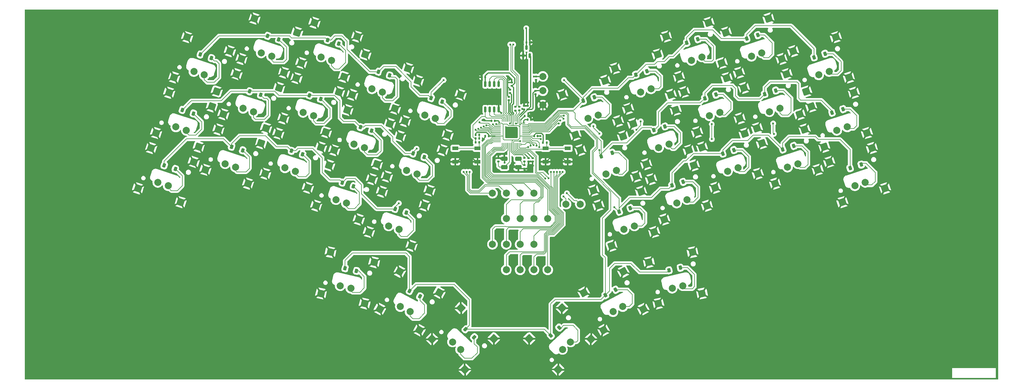
<source format=gbr>
%TF.GenerationSoftware,KiCad,Pcbnew,9.0.6*%
%TF.CreationDate,2025-12-02T23:38:21-05:00*%
%TF.ProjectId,frameortho,6672616d-656f-4727-9468-6f2e6b696361,rev?*%
%TF.SameCoordinates,Original*%
%TF.FileFunction,Copper,L1,Top*%
%TF.FilePolarity,Positive*%
%FSLAX46Y46*%
G04 Gerber Fmt 4.6, Leading zero omitted, Abs format (unit mm)*
G04 Created by KiCad (PCBNEW 9.0.6) date 2025-12-02 23:38:21*
%MOMM*%
%LPD*%
G01*
G04 APERTURE LIST*
G04 Aperture macros list*
%AMRoundRect*
0 Rectangle with rounded corners*
0 $1 Rounding radius*
0 $2 $3 $4 $5 $6 $7 $8 $9 X,Y pos of 4 corners*
0 Add a 4 corners polygon primitive as box body*
4,1,4,$2,$3,$4,$5,$6,$7,$8,$9,$2,$3,0*
0 Add four circle primitives for the rounded corners*
1,1,$1+$1,$2,$3*
1,1,$1+$1,$4,$5*
1,1,$1+$1,$6,$7*
1,1,$1+$1,$8,$9*
0 Add four rect primitives between the rounded corners*
20,1,$1+$1,$2,$3,$4,$5,0*
20,1,$1+$1,$4,$5,$6,$7,0*
20,1,$1+$1,$6,$7,$8,$9,0*
20,1,$1+$1,$8,$9,$2,$3,0*%
G04 Aperture macros list end*
%TA.AperFunction,CastellatedPad*%
%ADD10C,2.000000*%
%TD*%
%TA.AperFunction,SMDPad,CuDef*%
%ADD11RoundRect,0.250000X-0.945055X-0.481530X0.481530X-0.945055X0.945055X0.481530X-0.481530X0.945055X0*%
%TD*%
%TA.AperFunction,SMDPad,CuDef*%
%ADD12RoundRect,0.140000X0.140000X0.170000X-0.140000X0.170000X-0.140000X-0.170000X0.140000X-0.170000X0*%
%TD*%
%TA.AperFunction,SMDPad,CuDef*%
%ADD13RoundRect,0.225000X-0.134877X-0.416003X0.303590X-0.314775X0.134877X0.416003X-0.303590X0.314775X0*%
%TD*%
%TA.AperFunction,SMDPad,CuDef*%
%ADD14RoundRect,0.225000X-0.329869X-0.287117X0.098106X-0.426175X0.329869X0.287117X-0.098106X0.426175X0*%
%TD*%
%TA.AperFunction,SMDPad,CuDef*%
%ADD15RoundRect,0.225000X-0.098106X-0.426175X0.329869X-0.287117X0.098106X0.426175X-0.329869X0.287117X0*%
%TD*%
%TA.AperFunction,SMDPad,CuDef*%
%ADD16C,2.000000*%
%TD*%
%TA.AperFunction,SMDPad,CuDef*%
%ADD17RoundRect,0.135000X-0.135000X-0.185000X0.135000X-0.185000X0.135000X0.185000X-0.135000X0.185000X0*%
%TD*%
%TA.AperFunction,SMDPad,CuDef*%
%ADD18RoundRect,0.250000X-0.650000X-0.350000X0.650000X-0.350000X0.650000X0.350000X-0.650000X0.350000X0*%
%TD*%
%TA.AperFunction,SMDPad,CuDef*%
%ADD19RoundRect,0.250000X-0.481530X-0.945055X0.945055X-0.481530X0.481530X0.945055X-0.945055X0.481530X0*%
%TD*%
%TA.AperFunction,ComponentPad*%
%ADD20C,2.600000*%
%TD*%
%TA.AperFunction,ConnectorPad*%
%ADD21C,3.800000*%
%TD*%
%TA.AperFunction,SMDPad,CuDef*%
%ADD22RoundRect,0.140000X-0.140000X-0.170000X0.140000X-0.170000X0.140000X0.170000X-0.140000X0.170000X0*%
%TD*%
%TA.AperFunction,SMDPad,CuDef*%
%ADD23RoundRect,0.250000X-0.899491X-0.562064X0.562064X-0.899491X0.899491X0.562064X-0.562064X0.899491X0*%
%TD*%
%TA.AperFunction,SMDPad,CuDef*%
%ADD24RoundRect,0.135000X0.185000X-0.135000X0.185000X0.135000X-0.185000X0.135000X-0.185000X-0.135000X0*%
%TD*%
%TA.AperFunction,SMDPad,CuDef*%
%ADD25RoundRect,0.140000X-0.170000X0.140000X-0.170000X-0.140000X0.170000X-0.140000X0.170000X0.140000X0*%
%TD*%
%TA.AperFunction,SMDPad,CuDef*%
%ADD26RoundRect,0.250000X-0.310107X-1.014314X1.014314X-0.310107X0.310107X1.014314X-1.014314X0.310107X0*%
%TD*%
%TA.AperFunction,SMDPad,CuDef*%
%ADD27RoundRect,0.225000X-0.420304X-0.120808X-0.091195X-0.427707X0.420304X0.120808X0.091195X0.427707X0*%
%TD*%
%TA.AperFunction,SMDPad,CuDef*%
%ADD28RoundRect,0.225000X-0.022611X-0.436736X0.374715X-0.225474X0.022611X0.436736X-0.374715X0.225474X0*%
%TD*%
%TA.AperFunction,SMDPad,CuDef*%
%ADD29RoundRect,0.250000X-0.037017X-1.060014X1.060014X-0.037017X0.037017X1.060014X-1.060014X0.037017X0*%
%TD*%
%TA.AperFunction,SMDPad,CuDef*%
%ADD30R,1.700000X1.000000*%
%TD*%
%TA.AperFunction,SMDPad,CuDef*%
%ADD31RoundRect,0.135000X0.135000X0.185000X-0.135000X0.185000X-0.135000X-0.185000X0.135000X-0.185000X0*%
%TD*%
%TA.AperFunction,SMDPad,CuDef*%
%ADD32RoundRect,0.225000X-0.303590X-0.314775X0.134877X-0.416003X0.303590X0.314775X-0.134877X0.416003X0*%
%TD*%
%TA.AperFunction,SMDPad,CuDef*%
%ADD33RoundRect,0.225000X-0.374715X-0.225474X0.022611X-0.436736X0.374715X0.225474X-0.022611X0.436736X0*%
%TD*%
%TA.AperFunction,SMDPad,CuDef*%
%ADD34RoundRect,0.050000X-0.387500X-0.050000X0.387500X-0.050000X0.387500X0.050000X-0.387500X0.050000X0*%
%TD*%
%TA.AperFunction,SMDPad,CuDef*%
%ADD35RoundRect,0.050000X-0.050000X-0.387500X0.050000X-0.387500X0.050000X0.387500X-0.050000X0.387500X0*%
%TD*%
%TA.AperFunction,HeatsinkPad*%
%ADD36R,3.200000X3.200000*%
%TD*%
%TA.AperFunction,SMDPad,CuDef*%
%ADD37RoundRect,0.250000X-1.014314X-0.310107X0.310107X-1.014314X1.014314X0.310107X-0.310107X1.014314X0*%
%TD*%
%TA.AperFunction,SMDPad,CuDef*%
%ADD38RoundRect,0.150000X0.150000X-0.512500X0.150000X0.512500X-0.150000X0.512500X-0.150000X-0.512500X0*%
%TD*%
%TA.AperFunction,SMDPad,CuDef*%
%ADD39RoundRect,0.140000X0.170000X-0.140000X0.170000X0.140000X-0.170000X0.140000X-0.170000X-0.140000X0*%
%TD*%
%TA.AperFunction,SMDPad,CuDef*%
%ADD40RoundRect,0.225000X0.091195X-0.427707X0.420304X-0.120808X-0.091195X0.427707X-0.420304X0.120808X0*%
%TD*%
%TA.AperFunction,SMDPad,CuDef*%
%ADD41RoundRect,0.250000X-1.060014X-0.037017X0.037017X-1.060014X1.060014X0.037017X-0.037017X1.060014X0*%
%TD*%
%TA.AperFunction,SMDPad,CuDef*%
%ADD42RoundRect,0.162500X0.162500X-0.650000X0.162500X0.650000X-0.162500X0.650000X-0.162500X-0.650000X0*%
%TD*%
%TA.AperFunction,SMDPad,CuDef*%
%ADD43RoundRect,0.250000X-0.562064X-0.899491X0.899491X-0.562064X0.562064X0.899491X-0.899491X0.562064X0*%
%TD*%
%TA.AperFunction,ViaPad*%
%ADD44C,0.600000*%
%TD*%
%TA.AperFunction,Conductor*%
%ADD45C,0.200000*%
%TD*%
%TA.AperFunction,Conductor*%
%ADD46C,0.304800*%
%TD*%
G04 APERTURE END LIST*
D10*
%TO.P,S3,1,1*%
%TO.N,COL_2*%
X158316022Y-93584191D03*
%TO.P,S3,2,2*%
%TO.N,Net-(D3-A)*%
X161264298Y-94542144D03*
D11*
%TO.P,S3,3,3*%
%TO.N,GND*%
X156423948Y-83874271D03*
X152715744Y-95286949D03*
X168502366Y-87798787D03*
X164794162Y-99211465D03*
%TD*%
D10*
%TO.P,S13,1,1*%
%TO.N,COL_2*%
X153203827Y-109276631D03*
%TO.P,S13,2,2*%
%TO.N,Net-(D13-A)*%
X156152103Y-110234584D03*
D11*
%TO.P,S13,3,3*%
%TO.N,GND*%
X151311753Y-99566711D03*
X147603549Y-110979389D03*
X163390171Y-103491227D03*
X159681967Y-114903905D03*
%TD*%
D12*
%TO.P,C1,1*%
%TO.N,+3V3*%
X204797600Y-99263200D03*
%TO.P,C1,2*%
%TO.N,GND*%
X203837600Y-99263200D03*
%TD*%
D13*
%TO.P,D36,1,K*%
%TO.N,ROW_3*%
X256833985Y-153987309D03*
%TO.P,D36,2,A*%
%TO.N,Net-(D36-A)*%
X260049407Y-153244971D03*
%TD*%
D14*
%TO.P,D2,1,K*%
%TO.N,ROW_0*%
X143174743Y-87601212D03*
%TO.P,D2,2,A*%
%TO.N,Net-(D2-A)*%
X146313229Y-88620968D03*
%TD*%
D15*
%TO.P,D28,1,K*%
%TO.N,ROW_2*%
X272079517Y-120951813D03*
%TO.P,D28,2,A*%
%TO.N,Net-(D28-A)*%
X275218003Y-119932057D03*
%TD*%
%TO.P,D9,1,K*%
%TO.N,ROW_0*%
X278825592Y-88404656D03*
%TO.P,D9,2,A*%
%TO.N,Net-(D9-A)*%
X281964078Y-87384900D03*
%TD*%
D10*
%TO.P,S12,1,1*%
%TO.N,COL_1*%
X136233346Y-108114338D03*
%TO.P,S12,2,2*%
%TO.N,Net-(D12-A)*%
X139181622Y-109072291D03*
D11*
%TO.P,S12,3,3*%
%TO.N,GND*%
X134341272Y-98404418D03*
X130633068Y-109817096D03*
X146419690Y-102328934D03*
X142711486Y-113741612D03*
%TD*%
D16*
%TO.P,TP6,1,1*%
%TO.N,GPIO10*%
X214670000Y-139377778D03*
%TD*%
D10*
%TO.P,S11,1,1*%
%TO.N,COL_0*%
X117166854Y-113385940D03*
%TO.P,S11,2,2*%
%TO.N,Net-(D11-A)*%
X120115130Y-114343893D03*
D11*
%TO.P,S11,3,3*%
%TO.N,GND*%
X115274780Y-103676020D03*
X111566576Y-115088698D03*
X127353198Y-107600536D03*
X123644994Y-119013214D03*
%TD*%
D14*
%TO.P,D24,1,K*%
%TO.N,ROW_2*%
X164335218Y-129156874D03*
%TO.P,D24,2,A*%
%TO.N,Net-(D24-A)*%
X167473704Y-130176630D03*
%TD*%
D17*
%TO.P,R5,1*%
%TO.N,+3V3*%
X202055001Y-115595400D03*
%TO.P,R5,2*%
%TO.N,Net-(R5-Pad2)*%
X203074999Y-115595400D03*
%TD*%
D10*
%TO.P,S15,1,1*%
%TO.N,COL_4*%
X182543814Y-125724392D03*
%TO.P,S15,2,2*%
%TO.N,Net-(D15-A)*%
X185492090Y-126682345D03*
D11*
%TO.P,S15,3,3*%
%TO.N,GND*%
X180651740Y-116014472D03*
X176943536Y-127427150D03*
X192730158Y-119938988D03*
X189021954Y-131351666D03*
%TD*%
D16*
%TO.P,TP11,1,1*%
%TO.N,GPIO15*%
X214670001Y-146608889D03*
%TD*%
D14*
%TO.P,D22,1,K*%
%TO.N,ROW_2*%
X132950353Y-118986076D03*
%TO.P,D22,2,A*%
%TO.N,Net-(D22-A)*%
X136088839Y-120005832D03*
%TD*%
D16*
%TO.P,TP14,1,1*%
%TO.N,GPIO18*%
X214670000Y-153840000D03*
%TD*%
D14*
%TO.P,D14,1,K*%
%TO.N,ROW_1*%
X169447413Y-113464450D03*
%TO.P,D14,2,A*%
%TO.N,Net-(D14-A)*%
X172585899Y-114484206D03*
%TD*%
D18*
%TO.P,Y1,1,1*%
%TO.N,X_IN*%
X210191600Y-124796401D03*
%TO.P,Y1,2,2*%
%TO.N,GND*%
X214191600Y-124796401D03*
%TO.P,Y1,3,3*%
%TO.N,Net-(C15-Pad2)*%
X214191600Y-122396399D03*
%TO.P,Y1,4,4*%
%TO.N,GND*%
X210191600Y-122396399D03*
%TD*%
D10*
%TO.P,S10,1,1*%
%TO.N,COL_9*%
X299245756Y-98651469D03*
%TO.P,S10,2,2*%
%TO.N,Net-(D10-A)*%
X302194032Y-97693516D03*
D19*
%TO.P,S10,3,3*%
%TO.N,GND*%
X292007688Y-91908112D03*
X295715892Y-103320790D03*
X304086106Y-87983596D03*
X307794310Y-99396274D03*
%TD*%
D20*
%TO.P,H4,1,1*%
%TO.N,GND*%
X236556331Y-91807292D03*
D21*
X236556331Y-91807292D03*
%TD*%
D16*
%TO.P,TP10,1,1*%
%TO.N,GPIO14*%
X210752500Y-146608889D03*
%TD*%
%TO.P,TP1,1,1*%
%TO.N,GPIO5*%
X206835000Y-132146667D03*
%TD*%
%TO.P,TP9,1,1*%
%TO.N,GPIO13*%
X206835002Y-146608889D03*
%TD*%
D14*
%TO.P,D25,1,K*%
%TO.N,ROW_2*%
X179260821Y-136596147D03*
%TO.P,D25,2,A*%
%TO.N,Net-(D25-A)*%
X182399307Y-137615903D03*
%TD*%
D16*
%TO.P,TP7,1,1*%
%TO.N,GPIO11*%
X218587501Y-139377778D03*
%TD*%
D22*
%TO.P,C9,1*%
%TO.N,+3V3*%
X216766200Y-111328200D03*
%TO.P,C9,2*%
%TO.N,GND*%
X217726200Y-111328200D03*
%TD*%
D10*
%TO.P,S31,1,1*%
%TO.N,COL_2*%
X163703643Y-158364205D03*
%TO.P,S31,2,2*%
%TO.N,Net-(D31-A)*%
X166724190Y-159061553D03*
D23*
%TO.P,S31,3,3*%
%TO.N,GND*%
X160972493Y-148856138D03*
X158273081Y-160548579D03*
X173346993Y-151713017D03*
X170647581Y-163405458D03*
%TD*%
D16*
%TO.P,1.1V,1,1*%
%TO.N,+1V1*%
X221107000Y-99085400D03*
%TD*%
D10*
%TO.P,S26,1,1*%
%TO.N,COL_5*%
X244093203Y-142374786D03*
%TO.P,S26,2,2*%
%TO.N,Net-(D26-A)*%
X247041479Y-141416833D03*
D19*
%TO.P,S26,3,3*%
%TO.N,GND*%
X236855135Y-135631429D03*
X240563339Y-147044107D03*
X248933553Y-131706913D03*
X252641757Y-143119591D03*
%TD*%
D24*
%TO.P,R3,1*%
%TO.N,Net-(U1-USB_D_P)*%
X213316133Y-108732200D03*
%TO.P,R3,2*%
%TO.N,D_P*%
X213316133Y-107712202D03*
%TD*%
D10*
%TO.P,S18,1,1*%
%TO.N,COL_7*%
X268320978Y-110234584D03*
%TO.P,S18,2,2*%
%TO.N,Net-(D18-A)*%
X271269254Y-109276631D03*
D19*
%TO.P,S18,3,3*%
%TO.N,GND*%
X261082910Y-103491227D03*
X264791114Y-114903905D03*
X273161328Y-99566711D03*
X276869532Y-110979389D03*
%TD*%
D20*
%TO.P,H3,1,1*%
%TO.N,GND*%
X233063339Y-152044107D03*
D21*
X233063339Y-152044107D03*
%TD*%
D16*
%TO.P,TP22,1,1*%
%TO.N,SWDIO*%
X231720000Y-135240000D03*
%TD*%
D25*
%TO.P,C18,1*%
%TO.N,+1V1*%
X219151200Y-99085400D03*
%TO.P,C18,2*%
%TO.N,GND*%
X219151200Y-100045400D03*
%TD*%
D10*
%TO.P,S35,1,1*%
%TO.N,COL_6*%
X240986931Y-165710411D03*
%TO.P,S35,2,2*%
%TO.N,Net-(D35-A)*%
X243724068Y-164255049D03*
D26*
%TO.P,S35,3,3*%
%TO.N,GND*%
X232687853Y-160326378D03*
X238321512Y-170921749D03*
X243901288Y-154364089D03*
X249534947Y-164959460D03*
%TD*%
D14*
%TO.P,D4,1,K*%
%TO.N,ROW_0*%
X174559608Y-97772010D03*
%TO.P,D4,2,A*%
%TO.N,Net-(D4-A)*%
X177698094Y-98791766D03*
%TD*%
D27*
%TO.P,D33,1,K*%
%TO.N,ROW_3*%
X199226914Y-170678216D03*
%TO.P,D33,2,A*%
%TO.N,Net-(D33-A)*%
X201640380Y-172928810D03*
%TD*%
D15*
%TO.P,D18,1,K*%
%TO.N,ROW_1*%
X266967306Y-105259389D03*
%TO.P,D18,2,A*%
%TO.N,Net-(D18-A)*%
X270105792Y-104239633D03*
%TD*%
D28*
%TO.P,D35,1,K*%
%TO.N,ROW_3*%
X238789889Y-161045863D03*
%TO.P,D35,2,A*%
%TO.N,Net-(D35-A)*%
X241703617Y-159496607D03*
%TD*%
D10*
%TO.P,S17,1,1*%
%TO.N,COL_6*%
X253906594Y-119243089D03*
%TO.P,S17,2,2*%
%TO.N,Net-(D17-A)*%
X256854870Y-118285136D03*
D19*
%TO.P,S17,3,3*%
%TO.N,GND*%
X246668526Y-112499732D03*
X250376730Y-123912410D03*
X258746944Y-108575216D03*
X262455148Y-119987894D03*
%TD*%
D16*
%TO.P,TP4,1,1*%
%TO.N,GPIO8*%
X218587500Y-132146667D03*
%TD*%
D10*
%TO.P,S4,1,1*%
%TO.N,COL_3*%
X172730406Y-102592696D03*
%TO.P,S4,2,2*%
%TO.N,Net-(D4-A)*%
X175678682Y-103550649D03*
D11*
%TO.P,S4,3,3*%
%TO.N,GND*%
X170838332Y-92882776D03*
X167130128Y-104295454D03*
X182916750Y-96807292D03*
X179208546Y-108219970D03*
%TD*%
D10*
%TO.P,S23,1,1*%
%TO.N,COL_2*%
X148091632Y-124969055D03*
%TO.P,S23,2,2*%
%TO.N,Net-(D23-A)*%
X151039908Y-125927008D03*
D11*
%TO.P,S23,3,3*%
%TO.N,GND*%
X146199558Y-115259135D03*
X142491354Y-126671813D03*
X158277976Y-119183651D03*
X154569772Y-130596329D03*
%TD*%
D10*
%TO.P,S34,1,1*%
%TO.N,COL_5*%
X226674100Y-176388382D03*
%TO.P,S34,2,2*%
%TO.N,Net-(D34-A)*%
X228941297Y-174274187D03*
D29*
%TO.P,S34,3,3*%
%TO.N,GND*%
X217264317Y-173335764D03*
X225448297Y-182112009D03*
X226552509Y-164674385D03*
X234736489Y-173450630D03*
%TD*%
D10*
%TO.P,S7,1,1*%
%TO.N,COL_6*%
X248794399Y-103550649D03*
%TO.P,S7,2,2*%
%TO.N,Net-(D7-A)*%
X251742675Y-102592696D03*
D19*
%TO.P,S7,3,3*%
%TO.N,GND*%
X241556331Y-96807292D03*
X245264535Y-108219970D03*
X253634749Y-92882776D03*
X257342953Y-104295454D03*
%TD*%
D15*
%TO.P,D8,1,K*%
%TO.N,ROW_0*%
X261855111Y-89566949D03*
%TO.P,D8,2,A*%
%TO.N,Net-(D8-A)*%
X264993597Y-88547193D03*
%TD*%
D30*
%TO.P,SW1,1,1*%
%TO.N,GND*%
X228168200Y-123256200D03*
X221868202Y-123256200D03*
%TO.P,SW1,2,2*%
%TO.N,RUN*%
X228168200Y-119456200D03*
X221868202Y-119456200D03*
%TD*%
D16*
%TO.P,TP16,1,1*%
%TO.N,GPIO20*%
X222504999Y-153840000D03*
%TD*%
D10*
%TO.P,S20,1,1*%
%TO.N,COL_9*%
X304357951Y-114343893D03*
%TO.P,S20,2,2*%
%TO.N,Net-(D20-A)*%
X307306227Y-113385940D03*
D19*
%TO.P,S20,3,3*%
%TO.N,GND*%
X297119883Y-107600536D03*
X300828087Y-119013214D03*
X309198301Y-103676020D03*
X312906505Y-115088698D03*
%TD*%
D10*
%TO.P,S25,1,1*%
%TO.N,COL_4*%
X177431619Y-141416833D03*
%TO.P,S25,2,2*%
%TO.N,Net-(D25-A)*%
X180379895Y-142374786D03*
D11*
%TO.P,S25,3,3*%
%TO.N,GND*%
X175539545Y-131706913D03*
X171831341Y-143119591D03*
X187617963Y-135631429D03*
X183909759Y-147044107D03*
%TD*%
D14*
%TO.P,D11,1,K*%
%TO.N,ROW_1*%
X118996056Y-108565254D03*
%TO.P,D11,2,A*%
%TO.N,Net-(D11-A)*%
X122134542Y-109585010D03*
%TD*%
D20*
%TO.P,H6,1,1*%
%TO.N,GND*%
X101678787Y-99396274D03*
D21*
X101678787Y-99396274D03*
%TD*%
D10*
%TO.P,S30,1,1*%
%TO.N,COL_9*%
X309470146Y-130036333D03*
%TO.P,S30,2,2*%
%TO.N,Net-(D30-A)*%
X312418422Y-129078380D03*
D19*
%TO.P,S30,3,3*%
%TO.N,GND*%
X302232078Y-123292976D03*
X305940282Y-134705654D03*
X314310496Y-119368460D03*
X318018700Y-130781138D03*
%TD*%
D15*
%TO.P,D16,1,K*%
%TO.N,ROW_1*%
X237627335Y-121707150D03*
%TO.P,D16,2,A*%
%TO.N,Net-(D16-A)*%
X240765821Y-120687394D03*
%TD*%
D10*
%TO.P,S2,1,1*%
%TO.N,COL_1*%
X141345541Y-92421898D03*
%TO.P,S2,2,2*%
%TO.N,Net-(D2-A)*%
X144293817Y-93379851D03*
D11*
%TO.P,S2,3,3*%
%TO.N,GND*%
X139453467Y-82711978D03*
X135745263Y-94124656D03*
X151531885Y-86636494D03*
X147823681Y-98049172D03*
%TD*%
D31*
%TO.P,R9,1*%
%TO.N,Net-(R9-Pad1)*%
X203074999Y-117729000D03*
%TO.P,R9,2*%
%TO.N,SEL*%
X202055001Y-117729000D03*
%TD*%
D14*
%TO.P,D15,1,K*%
%TO.N,ROW_1*%
X184373016Y-120903706D03*
%TO.P,D15,2,A*%
%TO.N,Net-(D15-A)*%
X187511502Y-121923462D03*
%TD*%
D22*
%TO.P,C16,1*%
%TO.N,+5V*%
X216461400Y-89433400D03*
%TO.P,C16,2*%
%TO.N,GND*%
X217421400Y-89433400D03*
%TD*%
D32*
%TO.P,D31,1,K*%
%TO.N,ROW_3*%
X165105733Y-153402437D03*
%TO.P,D31,2,A*%
%TO.N,Net-(D31-A)*%
X168321155Y-154144775D03*
%TD*%
D33*
%TO.P,D32,1,K*%
%TO.N,ROW_3*%
X183387543Y-159825238D03*
%TO.P,D32,2,A*%
%TO.N,Net-(D32-A)*%
X186301271Y-161374494D03*
%TD*%
D24*
%TO.P,R6,1*%
%TO.N,Net-(C15-Pad2)*%
X215900000Y-123194599D03*
%TO.P,R6,2*%
%TO.N,X_OUT*%
X215900000Y-122174601D03*
%TD*%
D34*
%TO.P,U1,1,IOVDD*%
%TO.N,+3V3*%
X208799040Y-112343500D03*
%TO.P,U1,2,GPIO0*%
%TO.N,COL_0*%
X208799040Y-112743500D03*
%TO.P,U1,3,GPIO1*%
%TO.N,COL_1*%
X208799040Y-113143500D03*
%TO.P,U1,4,GPIO2*%
%TO.N,COL_2*%
X208799040Y-113543500D03*
%TO.P,U1,5,GPIO3*%
%TO.N,COL_3*%
X208799040Y-113943500D03*
%TO.P,U1,6,GPIO4*%
%TO.N,COL_4*%
X208799040Y-114343500D03*
%TO.P,U1,7,GPIO5*%
%TO.N,GPIO5*%
X208799040Y-114743500D03*
%TO.P,U1,8,GPIO6*%
%TO.N,GPIO6*%
X208799040Y-115143500D03*
%TO.P,U1,9,GPIO7*%
%TO.N,GPIO7*%
X208799040Y-115543500D03*
%TO.P,U1,10,IOVDD*%
%TO.N,+3V3*%
X208799040Y-115943500D03*
%TO.P,U1,11,GPIO8*%
%TO.N,GPIO8*%
X208799040Y-116343500D03*
%TO.P,U1,12,GPIO9*%
%TO.N,GPIO9*%
X208799040Y-116743500D03*
%TO.P,U1,13,GPIO10*%
%TO.N,GPIO10*%
X208799040Y-117143500D03*
%TO.P,U1,14,GPIO11*%
%TO.N,GPIO11*%
X208799040Y-117543500D03*
D35*
%TO.P,U1,15,GPIO12*%
%TO.N,GPIO12*%
X209636540Y-118381000D03*
%TO.P,U1,16,GPIO13*%
%TO.N,GPIO13*%
X210036540Y-118381000D03*
%TO.P,U1,17,GPIO14*%
%TO.N,GPIO14*%
X210436540Y-118381000D03*
%TO.P,U1,18,GPIO15*%
%TO.N,GPIO15*%
X210836540Y-118381000D03*
%TO.P,U1,19,TESTEN*%
%TO.N,GND*%
X211236540Y-118381000D03*
%TO.P,U1,20,XIN*%
%TO.N,X_IN*%
X211636540Y-118381000D03*
%TO.P,U1,21,XOUT*%
%TO.N,X_OUT*%
X212036540Y-118381000D03*
%TO.P,U1,22,IOVDD*%
%TO.N,+3V3*%
X212436540Y-118381000D03*
%TO.P,U1,23,DVDD*%
%TO.N,+1V1*%
X212836540Y-118381000D03*
%TO.P,U1,24,SWCLK*%
%TO.N,SWCLK*%
X213236540Y-118381000D03*
%TO.P,U1,25,SWD*%
%TO.N,SWDIO*%
X213636540Y-118381000D03*
%TO.P,U1,26,RUN*%
%TO.N,RUN*%
X214036540Y-118381000D03*
%TO.P,U1,27,GPIO16*%
%TO.N,GPIO16*%
X214436540Y-118381000D03*
%TO.P,U1,28,GPIO17*%
%TO.N,GPIO17*%
X214836540Y-118381000D03*
D34*
%TO.P,U1,29,GPIO18*%
%TO.N,GPIO18*%
X215674040Y-117543500D03*
%TO.P,U1,30,GPIO19*%
%TO.N,GPIO19*%
X215674040Y-117143500D03*
%TO.P,U1,31,GPIO20*%
%TO.N,GPIO20*%
X215674040Y-116743500D03*
%TO.P,U1,32,GPIO21*%
%TO.N,COL_9*%
X215674040Y-116343500D03*
%TO.P,U1,33,IOVDD*%
%TO.N,+3V3*%
X215674040Y-115943500D03*
%TO.P,U1,34,GPIO22*%
%TO.N,COL_8*%
X215674040Y-115543500D03*
%TO.P,U1,35,GPIO23*%
%TO.N,COL_7*%
X215674040Y-115143500D03*
%TO.P,U1,36,GPIO24*%
%TO.N,COL_6*%
X215674040Y-114743500D03*
%TO.P,U1,37,GPIO25*%
%TO.N,COL_5*%
X215674040Y-114343500D03*
%TO.P,U1,38,GPIO26_ADC0*%
%TO.N,ROW_3*%
X215674040Y-113943500D03*
%TO.P,U1,39,GPIO27_ADC1*%
%TO.N,ROW_2*%
X215674040Y-113543500D03*
%TO.P,U1,40,GPIO28_ADC2*%
%TO.N,ROW_1*%
X215674040Y-113143500D03*
%TO.P,U1,41,GPIO29_ADC3*%
%TO.N,ROW_0*%
X215674040Y-112743500D03*
%TO.P,U1,42,IOVDD*%
%TO.N,+3V3*%
X215674040Y-112343500D03*
D35*
%TO.P,U1,43,ADC_AVDD*%
X214836540Y-111506000D03*
%TO.P,U1,44,VREG_IN*%
X214436540Y-111506000D03*
%TO.P,U1,45,VREG_VOUT*%
%TO.N,+1V1*%
X214036540Y-111506000D03*
%TO.P,U1,46,USB_D_N*%
%TO.N,Net-(U1-USB_D_N)*%
X213636540Y-111506000D03*
%TO.P,U1,47,USB_D_P*%
%TO.N,Net-(U1-USB_D_P)*%
X213236540Y-111506000D03*
%TO.P,U1,48,USB_VDD*%
%TO.N,+3V3*%
X212836540Y-111506000D03*
%TO.P,U1,49,IOVDD*%
X212436540Y-111506000D03*
%TO.P,U1,50,DVDD*%
%TO.N,+1V1*%
X212036540Y-111506000D03*
%TO.P,U1,51,QSPI_SD3*%
%TO.N,SD3*%
X211636540Y-111506000D03*
%TO.P,U1,52,QSPI_SCLK*%
%TO.N,SCLK*%
X211236540Y-111506000D03*
%TO.P,U1,53,QSPI_SD0*%
%TO.N,SDO*%
X210836540Y-111506000D03*
%TO.P,U1,54,QSPI_SD2*%
%TO.N,SD2*%
X210436540Y-111506000D03*
%TO.P,U1,55,QSPI_SD1*%
%TO.N,SD1*%
X210036540Y-111506000D03*
%TO.P,U1,56,QSPI_SS*%
%TO.N,SEL*%
X209636540Y-111506000D03*
D36*
%TO.P,U1,57,GND*%
%TO.N,GND*%
X212236540Y-114943500D03*
%TD*%
D12*
%TO.P,C5,1*%
%TO.N,+3V3*%
X207515400Y-111658400D03*
%TO.P,C5,2*%
%TO.N,GND*%
X206555400Y-111658400D03*
%TD*%
D16*
%TO.P,TP15,1,1*%
%TO.N,GPIO19*%
X218587498Y-153840000D03*
%TD*%
D10*
%TO.P,S32,1,1*%
%TO.N,COL_3*%
X180749029Y-164255049D03*
%TO.P,S32,2,2*%
%TO.N,Net-(D32-A)*%
X183486166Y-165710411D03*
D37*
%TO.P,S32,3,3*%
%TO.N,GND*%
X180571809Y-154364089D03*
X174938150Y-164959460D03*
X191785244Y-160326378D03*
X186151585Y-170921749D03*
%TD*%
D16*
%TO.P,TP12,1,1*%
%TO.N,GPIO16*%
X218587501Y-146608889D03*
%TD*%
D15*
%TO.P,D20,1,K*%
%TO.N,ROW_1*%
X303004279Y-109368698D03*
%TO.P,D20,2,A*%
%TO.N,Net-(D20-A)*%
X306142765Y-108348942D03*
%TD*%
%TO.P,D17,1,K*%
%TO.N,ROW_1*%
X252552922Y-114267894D03*
%TO.P,D17,2,A*%
%TO.N,Net-(D17-A)*%
X255691408Y-113248138D03*
%TD*%
D16*
%TO.P,3.3V,1,1*%
%TO.N,+3V3*%
X221107000Y-103135400D03*
%TD*%
D38*
%TO.P,U3,1,GND*%
%TO.N,GND*%
X215518999Y-93218000D03*
%TO.P,U3,2,VO*%
%TO.N,+3V3*%
X217418999Y-93218000D03*
%TO.P,U3,3,VI*%
%TO.N,+5V*%
X216468999Y-90943000D03*
%TD*%
D10*
%TO.P,S16,1,1*%
%TO.N,COL_5*%
X238981007Y-126682345D03*
%TO.P,S16,2,2*%
%TO.N,Net-(D16-A)*%
X241929283Y-125724392D03*
D19*
%TO.P,S16,3,3*%
%TO.N,GND*%
X231742939Y-119938988D03*
X235451143Y-131351666D03*
X243821357Y-116014472D03*
X247529561Y-127427150D03*
%TD*%
D39*
%TO.P,C7,1*%
%TO.N,+3V3*%
X211836000Y-103781800D03*
%TO.P,C7,2*%
%TO.N,GND*%
X211836000Y-102821800D03*
%TD*%
D25*
%TO.P,C17,1*%
%TO.N,+3V3*%
X219024200Y-103149400D03*
%TO.P,C17,2*%
%TO.N,GND*%
X219024200Y-104109400D03*
%TD*%
D16*
%TO.P,TP5,1,1*%
%TO.N,GPIO9*%
X210752500Y-139377778D03*
%TD*%
D10*
%TO.P,S22,1,1*%
%TO.N,COL_1*%
X131121151Y-123806762D03*
%TO.P,S22,2,2*%
%TO.N,Net-(D22-A)*%
X134069427Y-124764715D03*
D11*
%TO.P,S22,3,3*%
%TO.N,GND*%
X129229077Y-114096842D03*
X125520873Y-125509520D03*
X141307495Y-118021358D03*
X137599291Y-129434036D03*
%TD*%
D39*
%TO.P,C12,1*%
%TO.N,+1V1*%
X211480400Y-105839200D03*
%TO.P,C12,2*%
%TO.N,GND*%
X211480400Y-104879200D03*
%TD*%
D40*
%TO.P,D34,1,K*%
%TO.N,ROW_3*%
X223344648Y-172451411D03*
%TO.P,D34,2,A*%
%TO.N,Net-(D34-A)*%
X225758114Y-170200817D03*
%TD*%
D22*
%TO.P,C10,1*%
%TO.N,+3V3*%
X215978800Y-110261400D03*
%TO.P,C10,2*%
%TO.N,GND*%
X216938800Y-110261400D03*
%TD*%
D39*
%TO.P,C3,1*%
%TO.N,+3V3*%
X212318600Y-101775200D03*
%TO.P,C3,2*%
%TO.N,GND*%
X212318600Y-100815200D03*
%TD*%
D14*
%TO.P,D21,1,K*%
%TO.N,ROW_2*%
X113883861Y-124257694D03*
%TO.P,D21,2,A*%
%TO.N,Net-(D21-A)*%
X117022347Y-125277450D03*
%TD*%
%TO.P,D13,1,K*%
%TO.N,ROW_1*%
X155033029Y-104455945D03*
%TO.P,D13,2,A*%
%TO.N,Net-(D13-A)*%
X158171515Y-105475701D03*
%TD*%
D16*
%TO.P,TP2,1,1*%
%TO.N,GPIO6*%
X210752500Y-132146667D03*
%TD*%
D25*
%TO.P,C14,1*%
%TO.N,GND*%
X208483200Y-122234599D03*
%TO.P,C14,2*%
%TO.N,X_IN*%
X208483200Y-123194599D03*
%TD*%
D17*
%TO.P,R7,1*%
%TO.N,+3V3*%
X221157800Y-117856000D03*
%TO.P,R7,2*%
%TO.N,RUN*%
X222177798Y-117856000D03*
%TD*%
D12*
%TO.P,C4,1*%
%TO.N,+3V3*%
X205765400Y-115943500D03*
%TO.P,C4,2*%
%TO.N,GND*%
X204805400Y-115943500D03*
%TD*%
D20*
%TO.P,H2,1,1*%
%TO.N,GND*%
X187916750Y-91807292D03*
D21*
X187916750Y-91807292D03*
%TD*%
D14*
%TO.P,D23,1,K*%
%TO.N,ROW_2*%
X149920834Y-120148369D03*
%TO.P,D23,2,A*%
%TO.N,Net-(D23-A)*%
X153059320Y-121168125D03*
%TD*%
D20*
%TO.P,H5,1,1*%
%TO.N,GND*%
X138273081Y-145548579D03*
D21*
X138273081Y-145548579D03*
%TD*%
D16*
%TO.P,TP21,1,1*%
%TO.N,SWCLK*%
X227669998Y-135240000D03*
%TD*%
D10*
%TO.P,S27,1,1*%
%TO.N,COL_6*%
X259018806Y-134935513D03*
%TO.P,S27,2,2*%
%TO.N,Net-(D27-A)*%
X261967082Y-133977560D03*
D19*
%TO.P,S27,3,3*%
%TO.N,GND*%
X251780738Y-128192156D03*
X255488942Y-139604834D03*
X263859156Y-124267640D03*
X267567360Y-135680318D03*
%TD*%
D24*
%TO.P,R4,1*%
%TO.N,Net-(U1-USB_D_N)*%
X214409866Y-108724400D03*
%TO.P,R4,2*%
%TO.N,D_N*%
X214409866Y-107704402D03*
%TD*%
D14*
%TO.P,D3,1,K*%
%TO.N,ROW_0*%
X160145224Y-88763505D03*
%TO.P,D3,2,A*%
%TO.N,Net-(D3-A)*%
X163283710Y-89783261D03*
%TD*%
D10*
%TO.P,S24,1,1*%
%TO.N,COL_3*%
X162506016Y-133977560D03*
%TO.P,S24,2,2*%
%TO.N,Net-(D24-A)*%
X165454292Y-134935513D03*
D11*
%TO.P,S24,3,3*%
%TO.N,GND*%
X160613942Y-124267640D03*
X156905738Y-135680318D03*
X172692360Y-128192156D03*
X168984156Y-139604834D03*
%TD*%
D10*
%TO.P,S6,1,1*%
%TO.N,COL_5*%
X233868796Y-110989904D03*
%TO.P,S6,2,2*%
%TO.N,Net-(D6-A)*%
X236817072Y-110031951D03*
D19*
%TO.P,S6,3,3*%
%TO.N,GND*%
X226630728Y-104246547D03*
X230338932Y-115659225D03*
X238709146Y-100322031D03*
X242417350Y-111734709D03*
%TD*%
D16*
%TO.P,TP8,1,1*%
%TO.N,GPIO12*%
X222504999Y-139377778D03*
%TD*%
D15*
%TO.P,D26,1,K*%
%TO.N,ROW_2*%
X242739531Y-137399591D03*
%TO.P,D26,2,A*%
%TO.N,Net-(D26-A)*%
X245878017Y-136379835D03*
%TD*%
D10*
%TO.P,S8,1,1*%
%TO.N,COL_7*%
X263208783Y-94542144D03*
%TO.P,S8,2,2*%
%TO.N,Net-(D8-A)*%
X266157059Y-93584191D03*
D19*
%TO.P,S8,3,3*%
%TO.N,GND*%
X255970715Y-87798787D03*
X259678919Y-99211465D03*
X268049133Y-83874271D03*
X271757337Y-95286949D03*
%TD*%
D30*
%TO.P,SW2,1,1*%
%TO.N,GND*%
X202616598Y-123256200D03*
X196316600Y-123256200D03*
%TO.P,SW2,2,2*%
%TO.N,Net-(R9-Pad1)*%
X202616598Y-119456200D03*
X196316600Y-119456200D03*
%TD*%
D39*
%TO.P,C11,1*%
%TO.N,+1V1*%
X215766067Y-108412400D03*
%TO.P,C11,2*%
%TO.N,GND*%
X215766067Y-107452400D03*
%TD*%
D15*
%TO.P,D10,1,K*%
%TO.N,ROW_0*%
X297892084Y-93676274D03*
%TO.P,D10,2,A*%
%TO.N,Net-(D10-A)*%
X301030570Y-92656518D03*
%TD*%
D10*
%TO.P,S9,1,1*%
%TO.N,COL_8*%
X280179264Y-93379851D03*
%TO.P,S9,2,2*%
%TO.N,Net-(D9-A)*%
X283127540Y-92421898D03*
D19*
%TO.P,S9,3,3*%
%TO.N,GND*%
X272941196Y-86636494D03*
X276649400Y-98049172D03*
X285019614Y-82711978D03*
X288727818Y-94124656D03*
%TD*%
D20*
%TO.P,H7,1,1*%
%TO.N,GND*%
X286200000Y-145548579D03*
D21*
X286200000Y-145548579D03*
%TD*%
D16*
%TO.P,TP13,1,1*%
%TO.N,GPIO17*%
X210752500Y-153840000D03*
%TD*%
D39*
%TO.P,C2,1*%
%TO.N,+3V3*%
X216839800Y-108404600D03*
%TO.P,C2,2*%
%TO.N,GND*%
X216839800Y-107444600D03*
%TD*%
%TO.P,C15,1*%
%TO.N,GND*%
X215900000Y-125168600D03*
%TO.P,C15,2*%
%TO.N,Net-(C15-Pad2)*%
X215900000Y-124208600D03*
%TD*%
D20*
%TO.P,H10,1,1*%
%TO.N,GND*%
X255821512Y-175921749D03*
D21*
X255821512Y-175921749D03*
%TD*%
D16*
%TO.P,GND,1,1*%
%TO.N,GND*%
X221107000Y-107185400D03*
%TD*%
D10*
%TO.P,S28,1,1*%
%TO.N,COL_7*%
X273433189Y-125927008D03*
%TO.P,S28,2,2*%
%TO.N,Net-(D28-A)*%
X276381465Y-124969055D03*
D19*
%TO.P,S28,3,3*%
%TO.N,GND*%
X266195121Y-119183651D03*
X269903325Y-130596329D03*
X278273539Y-115259135D03*
X281981743Y-126671813D03*
%TD*%
D10*
%TO.P,S14,1,1*%
%TO.N,COL_3*%
X167618211Y-118285136D03*
%TO.P,S14,2,2*%
%TO.N,Net-(D14-A)*%
X170566487Y-119243089D03*
D11*
%TO.P,S14,3,3*%
%TO.N,GND*%
X165726137Y-108575216D03*
X162017933Y-119987894D03*
X177804555Y-112499732D03*
X174096351Y-123912410D03*
%TD*%
D20*
%TO.P,H9,1,1*%
%TO.N,GND*%
X168651585Y-175921749D03*
D21*
X168651585Y-175921749D03*
%TD*%
D16*
%TO.P,TP3,1,1*%
%TO.N,GPIO7*%
X214670000Y-132146667D03*
%TD*%
D25*
%TO.P,C6,1*%
%TO.N,+3V3*%
X217060700Y-122202000D03*
%TO.P,C6,2*%
%TO.N,GND*%
X217060700Y-123162000D03*
%TD*%
D31*
%TO.P,R8,1*%
%TO.N,Net-(R5-Pad2)*%
X203074999Y-116662200D03*
%TO.P,R8,2*%
%TO.N,SEL*%
X202055001Y-116662200D03*
%TD*%
D10*
%TO.P,S5,1,1*%
%TO.N,COL_4*%
X187656009Y-110031951D03*
%TO.P,S5,2,2*%
%TO.N,Net-(D5-A)*%
X190604285Y-110989904D03*
D11*
%TO.P,S5,3,3*%
%TO.N,GND*%
X185763935Y-100322031D03*
X182055731Y-111734709D03*
X197842353Y-104246547D03*
X194134149Y-115659225D03*
%TD*%
D15*
%TO.P,D7,1,K*%
%TO.N,ROW_0*%
X247440727Y-98575454D03*
%TO.P,D7,2,A*%
%TO.N,Net-(D7-A)*%
X250579213Y-97555698D03*
%TD*%
D10*
%TO.P,S33,1,1*%
%TO.N,COL_4*%
X195531784Y-174274187D03*
%TO.P,S33,2,2*%
%TO.N,Net-(D33-A)*%
X197798981Y-176388382D03*
D41*
%TO.P,S33,3,3*%
%TO.N,GND*%
X197920572Y-164674385D03*
X189736592Y-173450630D03*
X207208764Y-173335764D03*
X199024784Y-182112009D03*
%TD*%
D42*
%TO.P,U2,1,~{CS}*%
%TO.N,SEL*%
X204800200Y-108438700D03*
%TO.P,U2,2,DO/IO_{1}*%
%TO.N,SD1*%
X206070200Y-108438700D03*
%TO.P,U2,3,~{WP}/IO_{2}*%
%TO.N,SD2*%
X207340200Y-108438700D03*
%TO.P,U2,4,GND*%
%TO.N,GND*%
X208610200Y-108438700D03*
%TO.P,U2,5,DI/IO_{0}*%
%TO.N,SDO*%
X208610200Y-101263700D03*
%TO.P,U2,6,CLK*%
%TO.N,SCLK*%
X207340200Y-101263700D03*
%TO.P,U2,7,~{HOLD}/~{RESET}/IO_{3}*%
%TO.N,SD3*%
X206070200Y-101263700D03*
%TO.P,U2,8,VCC*%
%TO.N,+3V3*%
X204800200Y-101263700D03*
%TD*%
D20*
%TO.P,H8,1,1*%
%TO.N,GND*%
X322794310Y-99396274D03*
D21*
X322794310Y-99396274D03*
%TD*%
D15*
%TO.P,D27,1,K*%
%TO.N,ROW_2*%
X257665134Y-129960318D03*
%TO.P,D27,2,A*%
%TO.N,Net-(D27-A)*%
X260803620Y-128940562D03*
%TD*%
D10*
%TO.P,S29,1,1*%
%TO.N,COL_8*%
X290403670Y-124764715D03*
%TO.P,S29,2,2*%
%TO.N,Net-(D29-A)*%
X293351946Y-123806762D03*
D19*
%TO.P,S29,3,3*%
%TO.N,GND*%
X283165602Y-118021358D03*
X286873806Y-129434036D03*
X295244020Y-114096842D03*
X298952224Y-125509520D03*
%TD*%
D10*
%TO.P,S21,1,1*%
%TO.N,COL_0*%
X112054659Y-129078380D03*
%TO.P,S21,2,2*%
%TO.N,Net-(D21-A)*%
X115002935Y-130036333D03*
D11*
%TO.P,S21,3,3*%
%TO.N,GND*%
X110162585Y-119368460D03*
X106454381Y-130781138D03*
X122241003Y-123292976D03*
X118532799Y-134705654D03*
%TD*%
D15*
%TO.P,D30,1,K*%
%TO.N,ROW_2*%
X308116474Y-125061138D03*
%TO.P,D30,2,A*%
%TO.N,Net-(D30-A)*%
X311254960Y-124041382D03*
%TD*%
D14*
%TO.P,D5,1,K*%
%TO.N,ROW_0*%
X189485211Y-105211265D03*
%TO.P,D5,2,A*%
%TO.N,Net-(D5-A)*%
X192623697Y-106231021D03*
%TD*%
D10*
%TO.P,S1,1,1*%
%TO.N,COL_0*%
X122279065Y-97693516D03*
%TO.P,S1,2,2*%
%TO.N,Net-(D1-A)*%
X125227341Y-98651469D03*
D11*
%TO.P,S1,3,3*%
%TO.N,GND*%
X120386991Y-87983596D03*
X116678787Y-99396274D03*
X132465409Y-91908112D03*
X128757205Y-103320790D03*
%TD*%
D25*
%TO.P,C13,1*%
%TO.N,+1V1*%
X218211400Y-122202000D03*
%TO.P,C13,2*%
%TO.N,GND*%
X218211400Y-123162000D03*
%TD*%
D15*
%TO.P,D19,1,K*%
%TO.N,ROW_1*%
X283937803Y-104097096D03*
%TO.P,D19,2,A*%
%TO.N,Net-(D19-A)*%
X287076289Y-103077340D03*
%TD*%
D10*
%TO.P,S36,1,1*%
%TO.N,COL_7*%
X257748891Y-159061553D03*
%TO.P,S36,2,2*%
%TO.N,Net-(D36-A)*%
X260769438Y-158364205D03*
D43*
%TO.P,S36,3,3*%
%TO.N,GND*%
X251126088Y-151713017D03*
X253825500Y-163405458D03*
X263500588Y-148856138D03*
X266200000Y-160548579D03*
%TD*%
D20*
%TO.P,H1,1,1*%
%TO.N,GND*%
X191409759Y-152044107D03*
D21*
X191409759Y-152044107D03*
%TD*%
D22*
%TO.P,C8,1*%
%TO.N,+3V3*%
X218645800Y-115943500D03*
%TO.P,C8,2*%
%TO.N,GND*%
X219605800Y-115943500D03*
%TD*%
D14*
%TO.P,D1,1,K*%
%TO.N,ROW_0*%
X124108267Y-92872830D03*
%TO.P,D1,2,A*%
%TO.N,Net-(D1-A)*%
X127246753Y-93892586D03*
%TD*%
D15*
%TO.P,D6,1,K*%
%TO.N,ROW_0*%
X232515124Y-106014709D03*
%TO.P,D6,2,A*%
%TO.N,Net-(D6-A)*%
X235653610Y-104994953D03*
%TD*%
%TO.P,D29,1,K*%
%TO.N,ROW_2*%
X289049998Y-119789520D03*
%TO.P,D29,2,A*%
%TO.N,Net-(D29-A)*%
X292188484Y-118769764D03*
%TD*%
D14*
%TO.P,D12,1,K*%
%TO.N,ROW_1*%
X138062548Y-103293652D03*
%TO.P,D12,2,A*%
%TO.N,Net-(D12-A)*%
X141201034Y-104313408D03*
%TD*%
D10*
%TO.P,S19,1,1*%
%TO.N,COL_8*%
X285291475Y-109072291D03*
%TO.P,S19,2,2*%
%TO.N,Net-(D19-A)*%
X288239751Y-108114338D03*
D19*
%TO.P,S19,3,3*%
%TO.N,GND*%
X278053407Y-102328934D03*
X281761611Y-113741612D03*
X290131825Y-98404418D03*
X293840029Y-109817096D03*
%TD*%
D44*
%TO.N,COL_0*%
X207881769Y-112543500D03*
%TO.N,COL_1*%
X206964865Y-112695135D03*
%TO.N,COL_2*%
X203140000Y-112046200D03*
%TO.N,COL_3*%
X205110000Y-112919200D03*
%TO.N,COL_4*%
X204335227Y-113247200D03*
%TO.N,COL_5*%
X237130000Y-115310000D03*
X235440000Y-113160000D03*
X227050600Y-110234000D03*
%TO.N,COL_6*%
X248840000Y-111790000D03*
X247610000Y-114180000D03*
X226974400Y-111074200D03*
%TO.N,COL_7*%
X268980000Y-116830000D03*
X268950000Y-112607800D03*
X226034600Y-111531400D03*
%TO.N,COL_8*%
X225577400Y-112395000D03*
X286560000Y-115360000D03*
X286350000Y-112400000D03*
%TO.N,COL_9*%
X220557800Y-116780000D03*
%TO.N,SWCLK*%
X227000000Y-133080000D03*
X221830000Y-127990000D03*
%TO.N,SWDIO*%
X222700000Y-127870000D03*
X227930000Y-132160000D03*
%TO.N,+1V1*%
X211836000Y-112430774D03*
X218541600Y-99110800D03*
X215290400Y-108305600D03*
X214655400Y-117424200D03*
X213463551Y-112429774D03*
%TO.N,GND*%
X219354400Y-100965000D03*
X223037400Y-122275600D03*
X204495400Y-111556800D03*
X213236540Y-113943500D03*
X211236540Y-115943500D03*
X211236540Y-113943500D03*
X212236540Y-113943500D03*
X226771200Y-122301000D03*
X197916800Y-122199400D03*
X210261200Y-123520200D03*
X210540600Y-120726200D03*
X218313000Y-124333000D03*
X217957400Y-109423200D03*
X216974800Y-106451400D03*
X217525600Y-124536200D03*
X216281000Y-125907800D03*
X220421200Y-115951000D03*
X201142600Y-111134600D03*
X219379800Y-105181400D03*
X212318600Y-123672600D03*
X212236540Y-115943500D03*
X203403200Y-98628200D03*
X204241400Y-116840000D03*
X217982800Y-89382600D03*
X213236540Y-115943500D03*
X216281000Y-106121200D03*
X221335600Y-109093000D03*
X212236540Y-114943500D03*
X209356400Y-109483600D03*
X201244200Y-122301000D03*
X218795600Y-110515400D03*
X211175600Y-99187000D03*
X211236540Y-114943500D03*
X211937600Y-99872800D03*
X213236540Y-114943500D03*
X215188800Y-94742000D03*
X207340200Y-122047000D03*
X215468200Y-91719400D03*
%TO.N,+5V*%
X216408000Y-85445600D03*
%TO.N,ROW_0*%
X193016600Y-100103400D03*
X227104500Y-100103400D03*
%TO.N,ROW_1*%
X237140000Y-119940000D03*
X185360000Y-119530000D03*
%TO.N,ROW_2*%
X180330000Y-134990000D03*
X241390000Y-136100000D03*
%TO.N,D_P*%
X211861602Y-90043000D03*
%TO.N,D_N*%
X212711602Y-90043000D03*
%TO.N,GPIO5*%
X198720000Y-126110000D03*
X203588682Y-113575200D03*
%TO.N,GPIO6*%
X199550300Y-126110000D03*
X202790000Y-113903200D03*
%TO.N,GPIO7*%
X200380600Y-126110000D03*
X202030000Y-114230000D03*
%TO.N,GPIO17*%
X224280000Y-126110000D03*
X217639194Y-118646986D03*
%TO.N,GPIO19*%
X219303600Y-118643400D03*
X225924533Y-126110000D03*
%TO.N,GPIO16*%
X223430000Y-126110000D03*
X216940000Y-119095800D03*
%TO.N,GPIO18*%
X218492018Y-118542904D03*
X225100000Y-126110000D03*
%TO.N,GPIO20*%
X220091000Y-119095800D03*
X226745800Y-126110000D03*
%TD*%
D45*
%TO.N,COL_0*%
X208799040Y-112743500D02*
X207972473Y-112743500D01*
X207972473Y-112743500D02*
X207972473Y-112634204D01*
X207972473Y-112634204D02*
X207881769Y-112543500D01*
%TO.N,Net-(D1-A)*%
X128690000Y-94730000D02*
X128084167Y-94730000D01*
X129410000Y-95450000D02*
X128690000Y-94730000D01*
X129410000Y-99450000D02*
X129410000Y-95450000D01*
X125227341Y-98651469D02*
X125227341Y-99947341D01*
X128084167Y-94730000D02*
X127246753Y-93892586D01*
X126050000Y-100770000D02*
X128090000Y-100770000D01*
X125227341Y-99947341D02*
X126050000Y-100770000D01*
X128090000Y-100770000D02*
X129410000Y-99450000D01*
%TO.N,COL_1*%
X206964865Y-112695535D02*
X207412830Y-113143500D01*
X207412830Y-113143500D02*
X208799040Y-113143500D01*
X206964865Y-112695135D02*
X206964865Y-112695535D01*
%TO.N,Net-(D2-A)*%
X147690000Y-95050000D02*
X148520000Y-94220000D01*
X148520000Y-90827739D02*
X146313229Y-88620968D01*
X144293817Y-94493817D02*
X144850000Y-95050000D01*
X148520000Y-94220000D02*
X148520000Y-90827739D01*
X144293817Y-93379851D02*
X144293817Y-94493817D01*
X144850000Y-95050000D02*
X147690000Y-95050000D01*
%TO.N,COL_2*%
X163703643Y-158364205D02*
X163334373Y-158364205D01*
X203412000Y-112318200D02*
X203140000Y-112046200D01*
X206964700Y-113543500D02*
X205739400Y-112318200D01*
X205739400Y-112318200D02*
X203412000Y-112318200D01*
X206964700Y-113543500D02*
X208799040Y-113543500D01*
%TO.N,Net-(D3-A)*%
X163410000Y-97000000D02*
X165280000Y-95130000D01*
X161264298Y-94542144D02*
X161264298Y-96064298D01*
X161264298Y-96064298D02*
X162200000Y-97000000D01*
X165280000Y-91779551D02*
X163283710Y-89783261D01*
X162200000Y-97000000D02*
X163410000Y-97000000D01*
X165280000Y-95130000D02*
X165280000Y-91779551D01*
%TO.N,COL_3*%
X205807000Y-112919200D02*
X205110000Y-112919200D01*
X206375000Y-113487200D02*
X205807000Y-112919200D01*
X208799040Y-113943500D02*
X206831300Y-113943500D01*
X206831300Y-113943500D02*
X206375000Y-113487200D01*
%TO.N,Net-(D4-A)*%
X175678682Y-105168682D02*
X176510000Y-106000000D01*
X178176328Y-99270000D02*
X177698094Y-98791766D01*
X178630000Y-106000000D02*
X179870000Y-104760000D01*
X179870000Y-99840000D02*
X179300000Y-99270000D01*
X176510000Y-106000000D02*
X178630000Y-106000000D01*
X175678682Y-103550649D02*
X175678682Y-105168682D01*
X179870000Y-104760000D02*
X179870000Y-99840000D01*
X179300000Y-99270000D02*
X178176328Y-99270000D01*
%TO.N,Net-(D5-A)*%
X195110000Y-108717324D02*
X195110000Y-110440000D01*
X193110000Y-112440000D02*
X195110000Y-110440000D01*
X190604285Y-111684285D02*
X191360000Y-112440000D01*
X192623697Y-106231021D02*
X195110000Y-108717324D01*
X190604285Y-110989904D02*
X190604285Y-111684285D01*
X191360000Y-112440000D02*
X193110000Y-112440000D01*
%TO.N,COL_4*%
X204607227Y-113519200D02*
X204335227Y-113247200D01*
X205148361Y-113519200D02*
X204607227Y-113519200D01*
X205308200Y-113519200D02*
X205148361Y-113519200D01*
X206664393Y-114264607D02*
X205918986Y-113519200D01*
X205918986Y-113519200D02*
X205308200Y-113519200D01*
X208799040Y-114343500D02*
X206743286Y-114343500D01*
X206743286Y-114343500D02*
X206664393Y-114264607D01*
%TO.N,Net-(D6-A)*%
X240000000Y-107090000D02*
X237904953Y-104994953D01*
X240000000Y-109530000D02*
X240000000Y-107090000D01*
X236817072Y-110277072D02*
X237250000Y-110710000D01*
X237904953Y-104994953D02*
X235653610Y-104994953D01*
X237250000Y-110710000D02*
X238820000Y-110710000D01*
X238820000Y-110710000D02*
X240000000Y-109530000D01*
X236817072Y-110031951D02*
X236817072Y-110277072D01*
%TO.N,COL_5*%
X217133162Y-114343500D02*
X215674040Y-114343500D01*
X222277600Y-113764400D02*
X217712262Y-113764400D01*
X235440000Y-113620000D02*
X237130000Y-115310000D01*
X225450400Y-110591600D02*
X225808000Y-110234000D01*
X217712262Y-113764400D02*
X217133162Y-114343500D01*
X225808000Y-110234000D02*
X227050600Y-110234000D01*
X235440000Y-113160000D02*
X235440000Y-113620000D01*
X225450400Y-110591600D02*
X222277600Y-113764400D01*
%TO.N,COL_6*%
X219075000Y-114092400D02*
X222457600Y-114092400D01*
X217786262Y-114154262D02*
X217848124Y-114092400D01*
X248840000Y-111790000D02*
X248840000Y-112950000D01*
X225171000Y-111379000D02*
X225962600Y-110587400D01*
X248840000Y-112950000D02*
X247610000Y-114180000D01*
X217197024Y-114743500D02*
X217786262Y-114154262D01*
X226487600Y-110587400D02*
X226974400Y-111074200D01*
X223901000Y-112649000D02*
X224337260Y-112212740D01*
X222457600Y-114092400D02*
X223901000Y-112649000D01*
X215674040Y-114743500D02*
X217197024Y-114743500D01*
X225962600Y-110587400D02*
X226487600Y-110587400D01*
X224337260Y-112212740D02*
X225171000Y-111379000D01*
X217848124Y-114092400D02*
X219075000Y-114092400D01*
%TO.N,Net-(D7-A)*%
X253065698Y-97555698D02*
X250579213Y-97555698D01*
X253887304Y-102592696D02*
X254580000Y-101900000D01*
X254580000Y-101900000D02*
X254580000Y-99070000D01*
X254580000Y-99070000D02*
X253065698Y-97555698D01*
X251742675Y-102592696D02*
X253887304Y-102592696D01*
%TO.N,COL_7*%
X268950000Y-112607800D02*
X268980000Y-112637800D01*
X217983986Y-114420400D02*
X217260886Y-115143500D01*
X222593462Y-114420400D02*
X217983986Y-114420400D01*
X222593462Y-114420400D02*
X225482462Y-111531400D01*
X217260886Y-115143500D02*
X215674040Y-115143500D01*
X268980000Y-112637800D02*
X268980000Y-116830000D01*
X225482462Y-111531400D02*
X226034600Y-111531400D01*
%TO.N,Net-(D8-A)*%
X269440000Y-94330000D02*
X269440000Y-90610000D01*
X266157059Y-93584191D02*
X266157059Y-93907059D01*
X267040000Y-94790000D02*
X268980000Y-94790000D01*
X269440000Y-90610000D02*
X267377193Y-88547193D01*
X267377193Y-88547193D02*
X264993597Y-88547193D01*
X268980000Y-94790000D02*
X269440000Y-94330000D01*
X266157059Y-93907059D02*
X267040000Y-94790000D01*
%TO.N,Net-(D9-A)*%
X286085000Y-92745000D02*
X285030000Y-93800000D01*
X283127540Y-93137540D02*
X283127540Y-92421898D01*
X285030000Y-93800000D02*
X283790000Y-93800000D01*
X286085000Y-89615000D02*
X286085000Y-92745000D01*
X283854900Y-87384900D02*
X286085000Y-89615000D01*
X281964078Y-87384900D02*
X283854900Y-87384900D01*
X283790000Y-93800000D02*
X283127540Y-93137540D01*
%TO.N,COL_8*%
X223774000Y-113842800D02*
X223952489Y-113664311D01*
X286350000Y-112400000D02*
X286350000Y-114640000D01*
X218169400Y-114748400D02*
X219329000Y-114748400D01*
X286350000Y-115150000D02*
X286560000Y-115360000D01*
X223952489Y-113664311D02*
X225221800Y-112395000D01*
X222868400Y-114748400D02*
X223774000Y-113842800D01*
X215674040Y-115543500D02*
X217374300Y-115543500D01*
X217374300Y-115543500D02*
X217932000Y-114985800D01*
X225221800Y-112395000D02*
X225577400Y-112395000D01*
X219329000Y-114748400D02*
X222868400Y-114748400D01*
X217932000Y-114985800D02*
X218169400Y-114748400D01*
X286350000Y-114640000D02*
X286350000Y-115150000D01*
%TO.N,Net-(D10-A)*%
X302920516Y-98420000D02*
X304560000Y-98420000D01*
X305580000Y-94920000D02*
X303316518Y-92656518D01*
X304560000Y-98420000D02*
X305580000Y-97400000D01*
X302194032Y-97693516D02*
X302920516Y-98420000D01*
X303316518Y-92656518D02*
X301030570Y-92656518D01*
X305580000Y-97400000D02*
X305580000Y-94920000D01*
%TO.N,COL_9*%
X220557800Y-116780000D02*
X220517800Y-116740000D01*
X220517800Y-116740000D02*
X218289200Y-116740000D01*
X218289200Y-116740000D02*
X217892700Y-116343500D01*
X217892700Y-116343500D02*
X215674040Y-116343500D01*
%TO.N,Net-(D11-A)*%
X120115130Y-114915130D02*
X120115130Y-114343893D01*
X122840000Y-115690000D02*
X120890000Y-115690000D01*
X120890000Y-115690000D02*
X120115130Y-114915130D01*
X122134542Y-109585010D02*
X124500000Y-111950468D01*
X124500000Y-114030000D02*
X122840000Y-115690000D01*
X124500000Y-111950468D02*
X124500000Y-114030000D01*
%TO.N,Net-(D12-A)*%
X143370000Y-105770000D02*
X142880000Y-105280000D01*
X139181622Y-109072291D02*
X139181622Y-110741622D01*
X142167626Y-105280000D02*
X141201034Y-104313408D01*
X142270000Y-111240000D02*
X143370000Y-110140000D01*
X143370000Y-110140000D02*
X143370000Y-105770000D01*
X139181622Y-110741622D02*
X139680000Y-111240000D01*
X139680000Y-111240000D02*
X142270000Y-111240000D01*
X142880000Y-105280000D02*
X142167626Y-105280000D01*
%TO.N,Net-(D13-A)*%
X159180000Y-112390000D02*
X160840000Y-110730000D01*
X156152103Y-110234584D02*
X156152103Y-111662103D01*
X156152103Y-111662103D02*
X156880000Y-112390000D01*
X160840000Y-110730000D02*
X160840000Y-108144186D01*
X156880000Y-112390000D02*
X159180000Y-112390000D01*
X160840000Y-108144186D02*
X158171515Y-105475701D01*
%TO.N,Net-(D14-A)*%
X170566487Y-120416487D02*
X171470000Y-121320000D01*
X174120000Y-121320000D02*
X175280000Y-120160000D01*
X175280000Y-120160000D02*
X175280000Y-117178307D01*
X175280000Y-117178307D02*
X172585899Y-114484206D01*
X170566487Y-119243089D02*
X170566487Y-120416487D01*
X171470000Y-121320000D02*
X174120000Y-121320000D01*
%TO.N,Net-(D15-A)*%
X189870000Y-127220000D02*
X189870000Y-124281960D01*
X189870000Y-124281960D02*
X187511502Y-121923462D01*
X185492090Y-126682345D02*
X185492090Y-127842090D01*
X188580000Y-128510000D02*
X189870000Y-127220000D01*
X186160000Y-128510000D02*
X188580000Y-128510000D01*
X185492090Y-127842090D02*
X186160000Y-128510000D01*
%TO.N,Net-(D16-A)*%
X241929283Y-125724392D02*
X241929283Y-126029283D01*
X243640000Y-126770000D02*
X244800000Y-125610000D01*
X241929283Y-126029283D02*
X242670000Y-126770000D01*
X242670000Y-126770000D02*
X243640000Y-126770000D01*
X242627394Y-120687394D02*
X240765821Y-120687394D01*
X244800000Y-125610000D02*
X244800000Y-122860000D01*
X244800000Y-122860000D02*
X242627394Y-120687394D01*
%TO.N,Net-(D17-A)*%
X258278138Y-113248138D02*
X255691408Y-113248138D01*
X257700000Y-119580000D02*
X258410000Y-119580000D01*
X258410000Y-119580000D02*
X260070000Y-117920000D01*
X256854870Y-118734870D02*
X257700000Y-119580000D01*
X256854870Y-118285136D02*
X256854870Y-118734870D01*
X260070000Y-115040000D02*
X258278138Y-113248138D01*
X260070000Y-117920000D02*
X260070000Y-115040000D01*
%TO.N,Net-(D18-A)*%
X274370000Y-108360000D02*
X274370000Y-106400000D01*
X272209633Y-104239633D02*
X270105792Y-104239633D01*
X274370000Y-106400000D02*
X272209633Y-104239633D01*
X271269254Y-109276631D02*
X271269254Y-109289254D01*
X272660000Y-110070000D02*
X274370000Y-108360000D01*
X272050000Y-110070000D02*
X272660000Y-110070000D01*
X271269254Y-109289254D02*
X272050000Y-110070000D01*
%TO.N,Net-(D19-A)*%
X288840000Y-110020000D02*
X290580000Y-110020000D01*
X288239751Y-109419751D02*
X288840000Y-110020000D01*
X288239751Y-108114338D02*
X288239751Y-109419751D01*
X291430000Y-105200000D02*
X289307340Y-103077340D01*
X289307340Y-103077340D02*
X287076289Y-103077340D01*
X290580000Y-110020000D02*
X291430000Y-109170000D01*
X291430000Y-109170000D02*
X291430000Y-105200000D01*
%TO.N,Net-(D20-A)*%
X309180000Y-113830000D02*
X310010000Y-113000000D01*
X308138942Y-108348942D02*
X306142765Y-108348942D01*
X307306227Y-113385940D02*
X307306227Y-113596227D01*
X307540000Y-113830000D02*
X309180000Y-113830000D01*
X310010000Y-113000000D02*
X310010000Y-110220000D01*
X307306227Y-113596227D02*
X307540000Y-113830000D01*
X310010000Y-110220000D02*
X308138942Y-108348942D01*
%TO.N,Net-(D21-A)*%
X118990000Y-130040000D02*
X117590000Y-131440000D01*
X118990000Y-127245103D02*
X118990000Y-130040000D01*
X117590000Y-131440000D02*
X115910000Y-131440000D01*
X115910000Y-131440000D02*
X115002935Y-130532935D01*
X115002935Y-130532935D02*
X115002935Y-130036333D01*
X117022347Y-125277450D02*
X118990000Y-127245103D01*
%TO.N,Net-(D22-A)*%
X137040000Y-126090000D02*
X138020000Y-125110000D01*
X134440000Y-126090000D02*
X137040000Y-126090000D01*
X138020000Y-121936993D02*
X136088839Y-120005832D01*
X134069427Y-125719427D02*
X134440000Y-126090000D01*
X138020000Y-125110000D02*
X138020000Y-121936993D01*
X134069427Y-124764715D02*
X134069427Y-125719427D01*
%TO.N,Net-(D23-A)*%
X151039908Y-125927008D02*
X151039908Y-126589908D01*
X151039908Y-126589908D02*
X151920000Y-127470000D01*
X153940000Y-127470000D02*
X154890000Y-126520000D01*
X154890000Y-122998805D02*
X153059320Y-121168125D01*
X154890000Y-126520000D02*
X154890000Y-122998805D01*
X151920000Y-127470000D02*
X153940000Y-127470000D01*
%TO.N,Net-(D24-A)*%
X166060000Y-136530000D02*
X165454292Y-135924292D01*
X169170000Y-131872926D02*
X169170000Y-135140000D01*
X165454292Y-135924292D02*
X165454292Y-134935513D01*
X167780000Y-136530000D02*
X166060000Y-136530000D01*
X169170000Y-135140000D02*
X167780000Y-136530000D01*
X167473704Y-130176630D02*
X169170000Y-131872926D01*
%TO.N,Net-(D25-A)*%
X184470000Y-139686596D02*
X184470000Y-142610000D01*
X180960000Y-144390000D02*
X180379895Y-143809895D01*
X182399307Y-137615903D02*
X184470000Y-139686596D01*
X180379895Y-143809895D02*
X180379895Y-142374786D01*
X182690000Y-144390000D02*
X180960000Y-144390000D01*
X184470000Y-142610000D02*
X182690000Y-144390000D01*
%TO.N,Net-(D26-A)*%
X250030000Y-140570000D02*
X250030000Y-137800000D01*
X247041479Y-141416833D02*
X249183167Y-141416833D01*
X250030000Y-137800000D02*
X248609835Y-136379835D01*
X249183167Y-141416833D02*
X250030000Y-140570000D01*
X248609835Y-136379835D02*
X245878017Y-136379835D01*
%TO.N,Net-(D27-A)*%
X263680000Y-134710000D02*
X265050000Y-133340000D01*
X263630562Y-128940562D02*
X260803620Y-128940562D01*
X265050000Y-133340000D02*
X265050000Y-130360000D01*
X261967082Y-133977560D02*
X261967082Y-134047082D01*
X265050000Y-130360000D02*
X263630562Y-128940562D01*
X262630000Y-134710000D02*
X263680000Y-134710000D01*
X261967082Y-134047082D02*
X262630000Y-134710000D01*
%TO.N,Net-(D28-A)*%
X278210000Y-126080000D02*
X279480000Y-124810000D01*
X276381465Y-125641465D02*
X276820000Y-126080000D01*
X279480000Y-121820000D02*
X277592057Y-119932057D01*
X279480000Y-124810000D02*
X279480000Y-121820000D01*
X277592057Y-119932057D02*
X275218003Y-119932057D01*
X276381465Y-124969055D02*
X276381465Y-125641465D01*
X276820000Y-126080000D02*
X278210000Y-126080000D01*
%TO.N,Net-(D29-A)*%
X294040000Y-124880000D02*
X295300000Y-124880000D01*
X294549764Y-118769764D02*
X292188484Y-118769764D01*
X293351946Y-123806762D02*
X293351946Y-124191946D01*
X295300000Y-124880000D02*
X296210000Y-123970000D01*
X296210000Y-123970000D02*
X296210000Y-120430000D01*
X296210000Y-120430000D02*
X294549764Y-118769764D01*
X293351946Y-124191946D02*
X294040000Y-124880000D01*
%TO.N,Net-(D30-A)*%
X314290000Y-129810000D02*
X315260000Y-128840000D01*
X312670000Y-123680000D02*
X311616342Y-123680000D01*
X312700000Y-129810000D02*
X314290000Y-129810000D01*
X315260000Y-128840000D02*
X315260000Y-126270000D01*
X311616342Y-123680000D02*
X311254960Y-124041382D01*
X312418422Y-129078380D02*
X312418422Y-129528422D01*
X312418422Y-129528422D02*
X312700000Y-129810000D01*
X315260000Y-126270000D02*
X312670000Y-123680000D01*
%TO.N,Net-(D31-A)*%
X170530000Y-155750000D02*
X168924775Y-154144775D01*
X166724190Y-159754190D02*
X167200000Y-160230000D01*
X168924775Y-154144775D02*
X168321155Y-154144775D01*
X167200000Y-160230000D02*
X169300000Y-160230000D01*
X170530000Y-159000000D02*
X170530000Y-155750000D01*
X166724190Y-159061553D02*
X166724190Y-159754190D01*
X169300000Y-160230000D02*
X170530000Y-159000000D01*
%TO.N,Net-(D32-A)*%
X184250000Y-167680000D02*
X186080000Y-167680000D01*
X183486166Y-166916166D02*
X184250000Y-167680000D01*
X186301271Y-162511271D02*
X186301271Y-161374494D01*
X186080000Y-167680000D02*
X187630000Y-166130000D01*
X187630000Y-163840000D02*
X186301271Y-162511271D01*
X183486166Y-165710411D02*
X183486166Y-166916166D01*
X187630000Y-166130000D02*
X187630000Y-163840000D01*
%TO.N,Net-(D33-A)*%
X197798981Y-177758981D02*
X198950000Y-178910000D01*
X200960000Y-178910000D02*
X202550000Y-177320000D01*
X202550000Y-175690000D02*
X201640380Y-174780380D01*
X201640380Y-174780380D02*
X201640380Y-172928810D01*
X202550000Y-177320000D02*
X202550000Y-175690000D01*
X198950000Y-178910000D02*
X200960000Y-178910000D01*
X197798981Y-176388382D02*
X197798981Y-177758981D01*
%TO.N,Net-(D34-A)*%
X225758114Y-170200817D02*
X226379183Y-170200817D01*
X226990000Y-169590000D02*
X229650000Y-169590000D01*
X226379183Y-170200817D02*
X226990000Y-169590000D01*
X231040000Y-170980000D02*
X231040000Y-173870000D01*
X229650000Y-169590000D02*
X231040000Y-170980000D01*
X230635813Y-174274187D02*
X228941297Y-174274187D01*
X231040000Y-173870000D02*
X230635813Y-174274187D01*
%TO.N,Net-(D35-A)*%
X245594951Y-164255049D02*
X246460000Y-163390000D01*
X245096607Y-159496607D02*
X241703617Y-159496607D01*
X243724068Y-164255049D02*
X245594951Y-164255049D01*
X246460000Y-163390000D02*
X246460000Y-160860000D01*
X246460000Y-160860000D02*
X245096607Y-159496607D01*
%TO.N,Net-(D36-A)*%
X262104971Y-153244971D02*
X260049407Y-153244971D01*
X260769438Y-158869438D02*
X261100000Y-159200000D01*
X260769438Y-158364205D02*
X260769438Y-158869438D01*
X264060000Y-158590000D02*
X264060000Y-155200000D01*
X261100000Y-159200000D02*
X263450000Y-159200000D01*
X263450000Y-159200000D02*
X264060000Y-158590000D01*
X264060000Y-155200000D02*
X262104971Y-153244971D01*
%TO.N,SDO*%
X208610200Y-101263700D02*
X208610200Y-100203000D01*
X208610200Y-100203000D02*
X208940400Y-99872800D01*
X209600800Y-99872800D02*
X208940400Y-99872800D01*
X209956400Y-100228400D02*
X209600800Y-99872800D01*
X210836540Y-111506000D02*
X210836540Y-110557340D01*
X209956400Y-109677200D02*
X209956400Y-100228400D01*
X210836540Y-110557340D02*
X209956400Y-109677200D01*
%TO.N,SD2*%
X207670400Y-110083600D02*
X207340200Y-109753400D01*
X210436540Y-110766940D02*
X209753200Y-110083600D01*
X209753200Y-110083600D02*
X207670400Y-110083600D01*
X207340200Y-109753400D02*
X207340200Y-108438700D01*
X210436540Y-111506000D02*
X210436540Y-110766940D01*
%TO.N,SWCLK*%
X227669998Y-133749998D02*
X227000000Y-133080000D01*
X220484400Y-126644400D02*
X221830000Y-127990000D01*
X219024200Y-126365000D02*
X219303600Y-126644400D01*
X219024200Y-121869200D02*
X219024200Y-126365000D01*
X213544400Y-120351800D02*
X217506800Y-120351800D01*
X213236540Y-118381000D02*
X213236540Y-120043940D01*
X213236540Y-120043940D02*
X213544400Y-120351800D01*
X227669998Y-135240000D02*
X227669998Y-133749998D01*
X219303600Y-126644400D02*
X220484400Y-126644400D01*
X217506800Y-120351800D02*
X219024200Y-121869200D01*
%TO.N,SWDIO*%
X221146400Y-126316400D02*
X222700000Y-127870000D01*
X219352200Y-122125400D02*
X219352200Y-126229138D01*
X219354400Y-122123200D02*
X219352200Y-122125400D01*
X227930000Y-132160000D02*
X230000000Y-134230000D01*
X213636540Y-118381000D02*
X213636540Y-119859740D01*
X219354400Y-121716800D02*
X219354400Y-122123200D01*
X213636540Y-119859740D02*
X213800600Y-120023800D01*
X219439462Y-126316400D02*
X221146400Y-126316400D01*
X219352200Y-126229138D02*
X219439462Y-126316400D01*
X217661400Y-120023800D02*
X219354400Y-121716800D01*
X213800600Y-120023800D02*
X217661400Y-120023800D01*
X230710000Y-134230000D02*
X230000000Y-134230000D01*
X231720000Y-135240000D02*
X230710000Y-134230000D01*
D46*
%TO.N,+3V3*%
X217627200Y-93426201D02*
X217627200Y-107696000D01*
D45*
X214630000Y-116078000D02*
X214630000Y-116535200D01*
X208799040Y-115943500D02*
X207550900Y-115943500D01*
D46*
X214836540Y-111506000D02*
X214836540Y-111403660D01*
D45*
X209498500Y-112343500D02*
X208799040Y-112343500D01*
X212631670Y-117094000D02*
X210134200Y-117094000D01*
X215138766Y-112343500D02*
X215674040Y-112343500D01*
X214071200Y-117094000D02*
X212631670Y-117094000D01*
X214630000Y-112852266D02*
X214960233Y-112522033D01*
D46*
X219176600Y-115214400D02*
X218645800Y-115745200D01*
X218645800Y-115745200D02*
X218645800Y-115943500D01*
D45*
X214630000Y-112852266D02*
X214630000Y-112852200D01*
D46*
X221211200Y-115674200D02*
X220751400Y-115214400D01*
X208799040Y-111963200D02*
X208799040Y-112290100D01*
X204800200Y-99265800D02*
X204797600Y-99263200D01*
X212369400Y-109042200D02*
X212836540Y-109509340D01*
X220751400Y-115214400D02*
X219176600Y-115214400D01*
D45*
X209771100Y-115943500D02*
X208799040Y-115943500D01*
X214198974Y-113030774D02*
X214630000Y-113461800D01*
X213235200Y-121007800D02*
X215876800Y-121007800D01*
D46*
X205765400Y-115943500D02*
X207550900Y-115943500D01*
X221211200Y-117802600D02*
X221211200Y-115674200D01*
X211607400Y-98094800D02*
X205587600Y-98094800D01*
X205587600Y-98094800D02*
X204797600Y-98884800D01*
D45*
X214436540Y-110787532D02*
X214796336Y-110427736D01*
X214630000Y-116078000D02*
X214630000Y-113461800D01*
X214630000Y-113461800D02*
X214630000Y-112852266D01*
D46*
X213156800Y-100988654D02*
X213156800Y-99644200D01*
X202055001Y-115267199D02*
X202055001Y-115595400D01*
X212318600Y-101775200D02*
X212370254Y-101775200D01*
X205117400Y-114922000D02*
X202400200Y-114922000D01*
X212436540Y-109668140D02*
X212436540Y-109972940D01*
X216839800Y-108404600D02*
X217960000Y-108404600D01*
X202400200Y-114922000D02*
X202055001Y-115267199D01*
X216839800Y-108404600D02*
X216817739Y-108404600D01*
X219038200Y-103135400D02*
X219024200Y-103149400D01*
X204800200Y-101263700D02*
X204800200Y-99265800D01*
X212267800Y-106451400D02*
X211912200Y-106807000D01*
D45*
X214764500Y-115943500D02*
X214630000Y-116078000D01*
D46*
X208494240Y-111658400D02*
X208799040Y-111963200D01*
X212826600Y-106753758D02*
X212369400Y-107210958D01*
X211912200Y-106807000D02*
X211912200Y-109143800D01*
D45*
X209854800Y-116027200D02*
X209854800Y-112699800D01*
D46*
X211836000Y-103781800D02*
X212267800Y-104213600D01*
D45*
X212836540Y-112919234D02*
X212948080Y-113030774D01*
D46*
X216839800Y-108404600D02*
X216819472Y-108404600D01*
D45*
X209964600Y-112590000D02*
X209854800Y-112699800D01*
D46*
X212267800Y-104213600D02*
X212267800Y-106451400D01*
D45*
X212573374Y-113030774D02*
X213106000Y-113030774D01*
D46*
X218922600Y-103149400D02*
X219024200Y-103149400D01*
X218287600Y-103784400D02*
X218922600Y-103149400D01*
X207515400Y-111658400D02*
X208494240Y-111658400D01*
D45*
X212836540Y-111506000D02*
X212836540Y-112919234D01*
X212436540Y-111506000D02*
X212436540Y-112893940D01*
D46*
X204797600Y-98884800D02*
X204797600Y-99263200D01*
X213156800Y-99644200D02*
X211607400Y-98094800D01*
D45*
X210950000Y-112590000D02*
X209964600Y-112590000D01*
X214436540Y-112658806D02*
X214630000Y-112852266D01*
D46*
X215978800Y-110261400D02*
X215978800Y-110462000D01*
D45*
X212436540Y-117289130D02*
X212436540Y-118381000D01*
X213106000Y-113030774D02*
X214198974Y-113030774D01*
D46*
X217060700Y-122191700D02*
X216103200Y-121234200D01*
D45*
X209854800Y-116027200D02*
X209771100Y-115943500D01*
D46*
X216027000Y-111328200D02*
X215674040Y-111681160D01*
D45*
X214836540Y-112645660D02*
X214836540Y-111506000D01*
D46*
X211912200Y-109143800D02*
X212436540Y-109668140D01*
X214836540Y-111403660D02*
X215978800Y-110261400D01*
X216819472Y-108404600D02*
X214796336Y-110427736D01*
X221157800Y-117856000D02*
X221211200Y-117802600D01*
X217627200Y-107696000D02*
X216918600Y-108404600D01*
X205765400Y-115570000D02*
X205117400Y-114922000D01*
D45*
X212436540Y-120209140D02*
X213235200Y-121007800D01*
D46*
X212836540Y-109509340D02*
X212836540Y-109763340D01*
D45*
X214960233Y-112522033D02*
X215138766Y-112343500D01*
X209854800Y-112699800D02*
X209498500Y-112343500D01*
X209854800Y-116814600D02*
X209854800Y-116027200D01*
D46*
X216918600Y-108404600D02*
X216839800Y-108404600D01*
X221107000Y-103135400D02*
X219038200Y-103135400D01*
X212318600Y-101775200D02*
X212826600Y-102283200D01*
X212826600Y-102283200D02*
X212826600Y-106753758D01*
X217960000Y-108404600D02*
X218287600Y-108077000D01*
D45*
X214436540Y-111506000D02*
X214436540Y-112658806D01*
X215674040Y-115943500D02*
X218645800Y-115943500D01*
X214630000Y-112852200D02*
X214836540Y-112645660D01*
X212436540Y-118381000D02*
X212436540Y-120209140D01*
D46*
X212370254Y-101775200D02*
X213156800Y-100988654D01*
D45*
X210134200Y-117094000D02*
X209854800Y-116814600D01*
X212631670Y-117094000D02*
X212436540Y-117289130D01*
D46*
X217060700Y-122202000D02*
X217060700Y-122191700D01*
D45*
X212436540Y-112893940D02*
X212573374Y-113030774D01*
X212948080Y-113030774D02*
X213106000Y-113030774D01*
X212836540Y-111506000D02*
X212836540Y-109763340D01*
X215876800Y-121007800D02*
X216103200Y-121234200D01*
D46*
X205765400Y-115943500D02*
X205765400Y-115570000D01*
X216766200Y-111328200D02*
X216027000Y-111328200D01*
D45*
X212436540Y-111506000D02*
X212436540Y-109972940D01*
D46*
X217418999Y-93218000D02*
X217627200Y-93426201D01*
D45*
X215674040Y-115943500D02*
X214764500Y-115943500D01*
X212573374Y-113030774D02*
X211390774Y-113030774D01*
D46*
X212369400Y-107210958D02*
X212369400Y-109042200D01*
D45*
X211390774Y-113030774D02*
X210950000Y-112590000D01*
X214630000Y-116535200D02*
X214071200Y-117094000D01*
D46*
X215674040Y-111681160D02*
X215674040Y-112290100D01*
D45*
X214436540Y-111506000D02*
X214436540Y-110787532D01*
D46*
X218287600Y-108077000D02*
X218287600Y-103784400D01*
X204797600Y-101261100D02*
X204800200Y-101263700D01*
D45*
%TO.N,SD1*%
X206552800Y-110490000D02*
X206070200Y-110007400D01*
X210036540Y-111506000D02*
X210036540Y-110925740D01*
X206070200Y-110007400D02*
X206070200Y-108438700D01*
X209600800Y-110490000D02*
X206552800Y-110490000D01*
X210036540Y-110925740D02*
X209600800Y-110490000D01*
%TO.N,SD3*%
X210769200Y-109321600D02*
X211636540Y-110188940D01*
X206806800Y-99060000D02*
X209905600Y-99060000D01*
X209905600Y-99060000D02*
X210769200Y-99923600D01*
X206070200Y-101263700D02*
X206070200Y-99796600D01*
X206070200Y-99796600D02*
X206806800Y-99060000D01*
X210769200Y-99923600D02*
X210769200Y-109321600D01*
X211636540Y-110188940D02*
X211636540Y-111506000D01*
%TO.N,X_OUT*%
X215900000Y-121869200D02*
X215366600Y-121335800D01*
X212036540Y-118381000D02*
X212036540Y-120393340D01*
X212979000Y-121335800D02*
X215366600Y-121335800D01*
X215900000Y-122174601D02*
X215900000Y-121869200D01*
X212036540Y-120393340D02*
X212979000Y-121335800D01*
D46*
%TO.N,+1V1*%
X221107000Y-99085400D02*
X219151200Y-99085400D01*
D45*
X214036540Y-111506000D02*
X214036540Y-110575460D01*
D46*
X212003740Y-109971940D02*
X212003740Y-110018173D01*
X218211400Y-122202000D02*
X216786400Y-120777000D01*
X215766067Y-108845933D02*
X214553800Y-110058200D01*
D45*
X212958842Y-117446236D02*
X212836540Y-117568538D01*
X212836540Y-120119878D02*
X213396462Y-120679800D01*
X214036540Y-112251860D02*
X213858626Y-112429774D01*
D46*
X215766067Y-108412400D02*
X215766067Y-108845933D01*
D45*
X216689200Y-120679800D02*
X216786400Y-120777000D01*
X214036540Y-110575460D02*
X214553800Y-110058200D01*
D46*
X215397200Y-108412400D02*
X215290400Y-108305600D01*
X211480400Y-105839200D02*
X211480400Y-109448600D01*
D45*
X212036540Y-111506000D02*
X212036540Y-110106340D01*
X212958842Y-117446236D02*
X214633364Y-117446236D01*
X212036540Y-111506000D02*
X212036540Y-112230234D01*
D46*
X211480400Y-109448600D02*
X212003740Y-109971940D01*
D45*
X212836540Y-117568538D02*
X212836540Y-118381000D01*
X214036540Y-112251860D02*
X214036540Y-111506000D01*
D46*
X218567000Y-99085400D02*
X218541600Y-99110800D01*
D45*
X212836540Y-118381000D02*
X212836540Y-120119878D01*
X213858626Y-112429774D02*
X213463551Y-112429774D01*
X212036540Y-112230234D02*
X211836000Y-112430774D01*
D46*
X219151200Y-99085400D02*
X218567000Y-99085400D01*
D45*
X214633364Y-117446236D02*
X214655400Y-117424200D01*
D46*
X215766067Y-108412400D02*
X215397200Y-108412400D01*
D45*
X213396462Y-120679800D02*
X216689200Y-120679800D01*
%TO.N,Net-(U1-USB_D_P)*%
X213316133Y-108922133D02*
X213316133Y-108732200D01*
X213236540Y-110105460D02*
X213690200Y-109651800D01*
X213690200Y-109296200D02*
X213316133Y-108922133D01*
X213690200Y-109651800D02*
X213690200Y-109296200D01*
X213236540Y-111506000D02*
X213236540Y-110105460D01*
%TO.N,RUN*%
X214036540Y-118381000D02*
X214036540Y-119573940D01*
X222177798Y-119146604D02*
X221868202Y-119456200D01*
X222177798Y-117856000D02*
X222177798Y-119146604D01*
X214036540Y-119573940D02*
X214158400Y-119695800D01*
X221628602Y-119695800D02*
X221868202Y-119456200D01*
X214158400Y-119695800D02*
X221628602Y-119695800D01*
X221868202Y-119456200D02*
X228168200Y-119456200D01*
%TO.N,SCLK*%
X210362800Y-109474000D02*
X210362800Y-100076000D01*
X207873600Y-99466400D02*
X207340200Y-99999800D01*
X210362800Y-100076000D02*
X209753200Y-99466400D01*
X209753200Y-99466400D02*
X207873600Y-99466400D01*
X211236540Y-110347740D02*
X210362800Y-109474000D01*
X211236540Y-111506000D02*
X211236540Y-110347740D01*
X207340200Y-99999800D02*
X207340200Y-101263700D01*
D46*
%TO.N,GND*%
X208610200Y-106781600D02*
X208356200Y-106527600D01*
X199161400Y-123256200D02*
X202616598Y-123256200D01*
X210261200Y-123520200D02*
X210261200Y-122465999D01*
X196860000Y-123256200D02*
X197916800Y-122199400D01*
X219605800Y-115943500D02*
X220413700Y-115943500D01*
D45*
X211236540Y-118381000D02*
X211236540Y-120030260D01*
D46*
X217525600Y-124536200D02*
X217060700Y-124071300D01*
X219024200Y-104825800D02*
X219379800Y-105181400D01*
X208356200Y-106527600D02*
X204345600Y-106527600D01*
X216938800Y-110261400D02*
X217119200Y-110261400D01*
X217932000Y-89433400D02*
X217982800Y-89382600D01*
X218211400Y-124231400D02*
X218313000Y-124333000D01*
X211149600Y-104548400D02*
X211149600Y-102006400D01*
X216644600Y-106121200D02*
X216974800Y-106451400D01*
X208610200Y-108737400D02*
X209356400Y-109483600D01*
X216839800Y-107444600D02*
X216839800Y-106586400D01*
X218211400Y-123850400D02*
X218211400Y-123162000D01*
X216832000Y-107452400D02*
X216839800Y-107444600D01*
X225755200Y-123256200D02*
X221868202Y-123256200D01*
X217982800Y-111328200D02*
X218795600Y-110515400D01*
X227726400Y-123256200D02*
X226771200Y-122301000D01*
X204805400Y-116276000D02*
X204241400Y-116840000D01*
X216839800Y-106586400D02*
X216974800Y-106451400D01*
X215766067Y-107452400D02*
X216832000Y-107452400D01*
X216938800Y-110261400D02*
X217726200Y-111048800D01*
X215766067Y-107452400D02*
X215766067Y-106636133D01*
D45*
X211236540Y-120030260D02*
X210540600Y-120726200D01*
D46*
X204805400Y-115943500D02*
X204805400Y-116276000D01*
X217060700Y-124071300D02*
X217060700Y-123162000D01*
X215900000Y-125168600D02*
X215900000Y-125526800D01*
X211330000Y-100815200D02*
X211149600Y-100634800D01*
X217726200Y-111048800D02*
X217726200Y-111328200D01*
X208483200Y-122234599D02*
X210029800Y-122234599D01*
X212318600Y-100253800D02*
X211937600Y-99872800D01*
X214191600Y-124796401D02*
X213442401Y-124796401D01*
X221107000Y-108864400D02*
X221335600Y-109093000D01*
X204345600Y-106527600D02*
X203837600Y-106019600D01*
X217726200Y-111328200D02*
X217982800Y-111328200D01*
X215518999Y-94411801D02*
X215188800Y-94742000D01*
X213442401Y-124796401D02*
X212318600Y-123672600D01*
X219151200Y-100045400D02*
X219151200Y-100761800D01*
X217421400Y-89433400D02*
X217932000Y-89433400D01*
X203837600Y-99263200D02*
X203837600Y-99062600D01*
D45*
X221564200Y-123469400D02*
X221414400Y-123469400D01*
D46*
X221107000Y-107185400D02*
X221107000Y-108864400D01*
X210261200Y-122465999D02*
X210191600Y-122396399D01*
X212318600Y-100815200D02*
X212318600Y-100253800D01*
X215900000Y-125526800D02*
X216281000Y-125907800D01*
X207527799Y-122234599D02*
X207340200Y-122047000D01*
X216281000Y-106121200D02*
X216644600Y-106121200D01*
X215518999Y-91770199D02*
X215468200Y-91719400D01*
X211149600Y-99213000D02*
X211175600Y-99187000D01*
X228168200Y-123256200D02*
X227726400Y-123256200D01*
X212318600Y-100815200D02*
X211330000Y-100815200D01*
X210029800Y-122234599D02*
X210191600Y-122396399D01*
X211836000Y-102692800D02*
X211149600Y-102006400D01*
X208610200Y-108438700D02*
X208610200Y-108737400D01*
X211480400Y-104879200D02*
X211149600Y-104548400D01*
X203837600Y-99062600D02*
X203403200Y-98628200D01*
X211149600Y-102006400D02*
X211149600Y-100634800D01*
X208610200Y-108438700D02*
X208610200Y-106781600D01*
X215766067Y-106636133D02*
X216281000Y-106121200D01*
X211149600Y-100634800D02*
X211149600Y-99213000D01*
X199161400Y-123256200D02*
X198922800Y-123256200D01*
X215518999Y-93218000D02*
X215518999Y-91770199D01*
X202199400Y-123256200D02*
X201244200Y-122301000D01*
X215518999Y-93218000D02*
X215518999Y-94411801D01*
X196316600Y-123256200D02*
X199161400Y-123256200D01*
X196316600Y-123256200D02*
X196860000Y-123256200D01*
X206555400Y-111658400D02*
X204597000Y-111658400D01*
X219024200Y-104109400D02*
X219024200Y-104825800D01*
X228168200Y-123256200D02*
X225755200Y-123256200D01*
X214563799Y-125168600D02*
X214191600Y-124796401D01*
X215773867Y-107444600D02*
X215766067Y-107452400D01*
X204597000Y-111658400D02*
X204495400Y-111556800D01*
X203837600Y-106019600D02*
X203837600Y-99263200D01*
X211836000Y-102821800D02*
X211836000Y-102692800D01*
X222056800Y-123256200D02*
X223037400Y-122275600D01*
X221868202Y-123256200D02*
X222056800Y-123256200D01*
X219151200Y-100761800D02*
X219354400Y-100965000D01*
X215900000Y-125168600D02*
X214563799Y-125168600D01*
X218211400Y-123850400D02*
X218211400Y-124231400D01*
X220413700Y-115943500D02*
X220421200Y-115951000D01*
X202616598Y-123256200D02*
X202199400Y-123256200D01*
X208483200Y-122234599D02*
X207527799Y-122234599D01*
X217119200Y-110261400D02*
X217957400Y-109423200D01*
D45*
%TO.N,Net-(U1-USB_D_N)*%
X213636540Y-110315060D02*
X214409866Y-109541734D01*
X213636540Y-111506000D02*
X213636540Y-110315060D01*
X214409866Y-109541734D02*
X214409866Y-108724400D01*
%TO.N,X_IN*%
X208845001Y-124796401D02*
X210191600Y-124796401D01*
X211636540Y-123351461D02*
X211636540Y-118381000D01*
X208483200Y-124434600D02*
X208845001Y-124796401D01*
X210191600Y-124796401D02*
X211636540Y-123351461D01*
X208483200Y-123194599D02*
X208483200Y-124434600D01*
%TO.N,SEL*%
X203785400Y-110464600D02*
X204800200Y-110464600D01*
X201345800Y-116205000D02*
X201345800Y-112904200D01*
X201345800Y-112904200D02*
X203785400Y-110464600D01*
X204800200Y-110464600D02*
X204800200Y-108438700D01*
X202055001Y-117729000D02*
X202055001Y-116662200D01*
X209636540Y-111506000D02*
X209636540Y-111084540D01*
X202055001Y-116662200D02*
X201803000Y-116662200D01*
X201803000Y-116662200D02*
X201345800Y-116205000D01*
X209636540Y-111084540D02*
X209448400Y-110896400D01*
X205232000Y-110896400D02*
X204800200Y-110464600D01*
X205232000Y-110896400D02*
X209448400Y-110896400D01*
D46*
%TO.N,+5V*%
X216468999Y-90943000D02*
X216468999Y-89440999D01*
X216408000Y-85445600D02*
X216468999Y-85506599D01*
X216461400Y-85499000D02*
X216408000Y-85445600D01*
X216461400Y-89433400D02*
X216461400Y-85499000D01*
X216468999Y-89440999D02*
X216461400Y-89433400D01*
D45*
%TO.N,ROW_0*%
X215674040Y-112743500D02*
X216858976Y-112743500D01*
X188703946Y-104430000D02*
X186200000Y-104430000D01*
X189485211Y-105211265D02*
X188703946Y-104430000D01*
X162210000Y-87620000D02*
X164190000Y-87620000D01*
X149381212Y-87601212D02*
X149940000Y-88160000D01*
X183810000Y-100650000D02*
X183810000Y-101580000D01*
X176061618Y-96270000D02*
X179430000Y-96270000D01*
X183810000Y-101580000D02*
X183810000Y-102040000D01*
X183810000Y-102040000D02*
X186200000Y-104430000D01*
X189485211Y-103634789D02*
X193016600Y-100103400D01*
X164190000Y-87620000D02*
X165690000Y-89120000D01*
X258002060Y-93420000D02*
X261855111Y-89566949D01*
X165690000Y-91400000D02*
X172062010Y-97772010D01*
X189485211Y-103634789D02*
X189485211Y-105211265D01*
X278825592Y-87154408D02*
X281230000Y-84750000D01*
X297892084Y-91212084D02*
X297892084Y-93676274D01*
X232515124Y-106014709D02*
X232515124Y-105044876D01*
X149940000Y-88160000D02*
X159541719Y-88160000D01*
X246566181Y-99450000D02*
X247440727Y-98575454D01*
X165690000Y-89120000D02*
X165690000Y-91400000D01*
X225500000Y-108650000D02*
X229879833Y-108650000D01*
X235130000Y-102430000D02*
X242390000Y-102430000D01*
X129379885Y-87601212D02*
X143174743Y-87601212D01*
X172062010Y-97772010D02*
X174559608Y-97772010D01*
X263990000Y-85890000D02*
X261855111Y-88024889D01*
X271684656Y-88404656D02*
X269170000Y-85890000D01*
X217156676Y-112445800D02*
X221704200Y-112445800D01*
X232515124Y-105044876D02*
X235130000Y-102430000D01*
X291430000Y-84750000D02*
X297892084Y-91212084D01*
X229879833Y-108650000D02*
X232515124Y-106014709D01*
X252750000Y-95640000D02*
X253530000Y-94860000D01*
X221704200Y-112445800D02*
X225500000Y-108650000D01*
X256950000Y-93420000D02*
X258002060Y-93420000D01*
X242390000Y-102430000D02*
X245370000Y-99450000D01*
X281230000Y-84750000D02*
X291430000Y-84750000D01*
X124108267Y-92872830D02*
X129379885Y-87601212D01*
X245370000Y-99450000D02*
X246566181Y-99450000D01*
X143174743Y-87601212D02*
X149381212Y-87601212D01*
X179430000Y-96270000D02*
X183810000Y-100650000D01*
X250376181Y-95640000D02*
X252750000Y-95640000D01*
X278825592Y-88404656D02*
X278825592Y-87154408D01*
X232515124Y-105514024D02*
X227104500Y-100103400D01*
X159541719Y-88160000D02*
X160145224Y-88763505D01*
X174559608Y-97772010D02*
X176061618Y-96270000D01*
X160145224Y-88763505D02*
X161066495Y-88763505D01*
X253530000Y-94860000D02*
X255510000Y-94860000D01*
X232515124Y-106014709D02*
X232515124Y-105514024D01*
X216858976Y-112743500D02*
X217156676Y-112445800D01*
X247440727Y-98575454D02*
X250376181Y-95640000D01*
X278825592Y-88404656D02*
X271684656Y-88404656D01*
X255510000Y-94860000D02*
X256950000Y-93420000D01*
X161066495Y-88763505D02*
X162210000Y-87620000D01*
X261855111Y-88024889D02*
X261855111Y-89566949D01*
X269170000Y-85890000D02*
X263990000Y-85890000D01*
%TO.N,ROW_1*%
X217285938Y-112780400D02*
X216922838Y-113143500D01*
X230260000Y-111040000D02*
X230260000Y-109560000D01*
X237627335Y-121062665D02*
X240760000Y-117930000D01*
X237627335Y-121707150D02*
X237627335Y-121062665D01*
X132696348Y-103293652D02*
X138062548Y-103293652D01*
X249170000Y-113570000D02*
X251855028Y-113570000D01*
X237627335Y-121337335D02*
X237627335Y-121707150D01*
X275630000Y-102480000D02*
X275630000Y-104550000D01*
X145172776Y-103293652D02*
X146335069Y-104455945D01*
X276540000Y-105460000D02*
X276560000Y-105440000D01*
X163610000Y-105800000D02*
X163610000Y-110790000D01*
X162143257Y-104455945D02*
X163487312Y-105800000D01*
X129994878Y-105995122D02*
X132696348Y-103293652D01*
X303004279Y-108834279D02*
X299950000Y-105780000D01*
X221833462Y-112780400D02*
X217285938Y-112780400D01*
X244810000Y-117930000D02*
X249170000Y-113570000D01*
X230260000Y-109560000D02*
X229678000Y-108978000D01*
X265686695Y-106540000D02*
X266967306Y-105259389D01*
X155033029Y-104455945D02*
X162143257Y-104455945D01*
X121566188Y-105995122D02*
X129994878Y-105995122D01*
X285460000Y-100650000D02*
X283920000Y-102190000D01*
X233210000Y-113010000D02*
X232230000Y-113010000D01*
X229678000Y-108978000D02*
X225635862Y-108978000D01*
X184373016Y-120516984D02*
X185360000Y-119530000D01*
X299950000Y-105780000D02*
X294130000Y-105780000D01*
X274780000Y-101630000D02*
X275630000Y-102480000D01*
X303004279Y-109368698D02*
X303004279Y-108834279D01*
X283937803Y-102207803D02*
X283937803Y-104097096D01*
X175360000Y-112970000D02*
X178590000Y-116200000D01*
X237627335Y-117427335D02*
X233210000Y-113010000D01*
X163610000Y-110790000D02*
X164670000Y-111850000D01*
X276560000Y-105440000D02*
X282594899Y-105440000D01*
X251855028Y-113570000D02*
X252552922Y-114267894D01*
X163487312Y-105800000D02*
X163610000Y-105800000D01*
X266967306Y-105259389D02*
X266967306Y-103762694D01*
X170820000Y-112970000D02*
X175360000Y-112970000D01*
X237627335Y-121707150D02*
X237627335Y-117427335D01*
X253860000Y-109070000D02*
X256390000Y-106540000D01*
X178590000Y-117390000D02*
X182103706Y-120903706D01*
X237140000Y-120850000D02*
X237627335Y-121337335D01*
X293570000Y-105220000D02*
X293570000Y-101140000D01*
X269100000Y-101630000D02*
X274780000Y-101630000D01*
X182103706Y-120903706D02*
X184373016Y-120903706D01*
X164670000Y-111850000D02*
X167832963Y-111850000D01*
X252682106Y-114267894D02*
X253860000Y-113090000D01*
X178590000Y-116200000D02*
X178590000Y-117390000D01*
X118996056Y-108565254D02*
X121566188Y-105995122D01*
X216922838Y-113143500D02*
X215674040Y-113143500D01*
X253860000Y-113090000D02*
X253860000Y-109070000D01*
X275630000Y-104550000D02*
X276540000Y-105460000D01*
X232230000Y-113010000D02*
X230260000Y-111040000D01*
X169447413Y-113464450D02*
X170325550Y-113464450D01*
X138062548Y-103293652D02*
X145172776Y-103293652D01*
X167832963Y-111850000D02*
X169447413Y-113464450D01*
X225635862Y-108978000D02*
X221833462Y-112780400D01*
X184373016Y-120903706D02*
X184373016Y-120516984D01*
X282594899Y-105440000D02*
X283937803Y-104097096D01*
X283920000Y-102190000D02*
X283937803Y-102207803D01*
X146335069Y-104455945D02*
X155033029Y-104455945D01*
X240760000Y-117930000D02*
X244810000Y-117930000D01*
X293570000Y-101140000D02*
X293080000Y-100650000D01*
X294130000Y-105780000D02*
X293570000Y-105220000D01*
X293080000Y-100650000D02*
X285460000Y-100650000D01*
X256390000Y-106540000D02*
X265686695Y-106540000D01*
X170325550Y-113464450D02*
X170820000Y-112970000D01*
X237140000Y-119940000D02*
X237140000Y-120850000D01*
X266967306Y-103762694D02*
X269100000Y-101630000D01*
X252552922Y-114267894D02*
X252682106Y-114267894D01*
%TO.N,ROW_2*%
X257665134Y-126344866D02*
X260980000Y-123030000D01*
X221969324Y-113108400D02*
X217421800Y-113108400D01*
X151780000Y-119430000D02*
X155960000Y-119430000D01*
X160790000Y-128450000D02*
X163628344Y-128450000D01*
X289049998Y-117880002D02*
X290760000Y-116170000D01*
X261624674Y-123030000D02*
X263702861Y-120951813D01*
X132950353Y-118119647D02*
X135180000Y-115890000D01*
X227876000Y-109306000D02*
X225771724Y-109306000D01*
X158640000Y-126300000D02*
X160790000Y-128450000D01*
X120170000Y-116770000D02*
X130734277Y-116770000D01*
X272079517Y-119950483D02*
X274770000Y-117260000D01*
X167910000Y-127990000D02*
X169690000Y-129770000D01*
X289049998Y-119789520D02*
X289049998Y-117880002D01*
X279100000Y-117260000D02*
X280640000Y-115720000D01*
X155960000Y-119430000D02*
X158640000Y-122110000D01*
X242689591Y-137399591D02*
X241390000Y-136100000D01*
X113883861Y-124257694D02*
X113883861Y-123056139D01*
X225771724Y-109306000D02*
X221969324Y-113108400D01*
X298300000Y-116170000D02*
X299060000Y-116930000D01*
X132950353Y-118986076D02*
X132950353Y-118119647D01*
X142520000Y-115890000D02*
X145670000Y-119040000D01*
X169690000Y-132270000D02*
X174016147Y-136596147D01*
X228400000Y-109830000D02*
X227876000Y-109306000D01*
X158640000Y-122110000D02*
X158640000Y-126300000D01*
X274770000Y-117260000D02*
X279100000Y-117260000D01*
X242739531Y-137399591D02*
X242739531Y-133659531D01*
X260980000Y-123030000D02*
X261624674Y-123030000D01*
X229180000Y-113340000D02*
X228400000Y-112560000D01*
X217421800Y-113108400D02*
X216986700Y-113543500D01*
X165460000Y-128032092D02*
X165460000Y-127990000D01*
X235410000Y-120560000D02*
X236580000Y-119390000D01*
X113883861Y-123056139D02*
X120170000Y-116770000D01*
X256755452Y-130870000D02*
X257665134Y-129960318D01*
X179260821Y-136059179D02*
X180330000Y-134990000D01*
X151061631Y-120148369D02*
X151780000Y-119430000D01*
X236580000Y-116843862D02*
X233076138Y-113340000D01*
X174016147Y-136596147D02*
X179260821Y-136596147D01*
X272079517Y-120951813D02*
X272079517Y-119950483D01*
X164335218Y-129156874D02*
X165460000Y-128032092D01*
X257665134Y-129960318D02*
X257665134Y-126344866D01*
X245700000Y-133400000D02*
X251850000Y-133400000D01*
X233076138Y-113340000D02*
X229180000Y-113340000D01*
X130734277Y-116770000D02*
X132950353Y-118986076D01*
X299060000Y-116930000D02*
X305280000Y-116930000D01*
X236580000Y-119390000D02*
X236580000Y-116843862D01*
X254380000Y-130870000D02*
X256755452Y-130870000D01*
X280640000Y-115720000D02*
X284980478Y-115720000D01*
X179260821Y-136596147D02*
X179260821Y-136059179D01*
X284980478Y-115720000D02*
X289049998Y-119789520D01*
X216986700Y-113543500D02*
X215674040Y-113543500D01*
X163628344Y-128450000D02*
X164335218Y-129156874D01*
X242739531Y-133659531D02*
X235410000Y-126330000D01*
X290760000Y-116170000D02*
X298300000Y-116170000D01*
X135180000Y-115890000D02*
X142520000Y-115890000D01*
X242739531Y-136360469D02*
X245700000Y-133400000D01*
X308116474Y-119766474D02*
X308116474Y-125061138D01*
X235410000Y-126330000D02*
X235410000Y-120560000D01*
X305280000Y-116930000D02*
X308116474Y-119766474D01*
X165460000Y-127990000D02*
X167910000Y-127990000D01*
X145670000Y-119040000D02*
X148812465Y-119040000D01*
X263702861Y-120951813D02*
X272079517Y-120951813D01*
X242739531Y-137399591D02*
X242739531Y-136360469D01*
X251850000Y-133400000D02*
X254380000Y-130870000D01*
X228400000Y-112560000D02*
X228400000Y-109830000D01*
X149920834Y-120148369D02*
X151061631Y-120148369D01*
X148812465Y-119040000D02*
X149920834Y-120148369D01*
X169690000Y-129770000D02*
X169690000Y-132270000D01*
X242739531Y-137399591D02*
X242689591Y-137399591D01*
%TO.N,ROW_3*%
X237585752Y-162250000D02*
X238789889Y-161045863D01*
X238010000Y-149540000D02*
X238789889Y-150319889D01*
X222105186Y-113436400D02*
X225907586Y-109634000D01*
X238789889Y-150319889D02*
X238789889Y-161045863D01*
X236252000Y-119088000D02*
X235082000Y-120258000D01*
X185242781Y-157970000D02*
X195970000Y-157970000D01*
X199226914Y-170678216D02*
X221571453Y-170678216D01*
X217069300Y-113943500D02*
X217576400Y-113436400D01*
X240380000Y-131763862D02*
X240380000Y-136890000D01*
X228072000Y-109965862D02*
X228072000Y-112695862D01*
X240020000Y-153470000D02*
X241480000Y-152010000D01*
X223344648Y-172451411D02*
X223344648Y-163505352D01*
X165105733Y-151194267D02*
X165105733Y-153402437D01*
X200310000Y-169595130D02*
X199226914Y-170678216D01*
X195970000Y-157970000D02*
X200310000Y-162310000D01*
X183387543Y-150187543D02*
X182300000Y-149100000D01*
X238789889Y-161045863D02*
X240020000Y-159815752D01*
X228072000Y-112695862D02*
X229140000Y-113763862D01*
X248510000Y-154500000D02*
X256321294Y-154500000D01*
X224600000Y-162250000D02*
X237585752Y-162250000D01*
X236252000Y-116979724D02*
X236252000Y-119088000D01*
X183387543Y-159825238D02*
X183387543Y-150187543D01*
X227740138Y-109634000D02*
X228072000Y-109965862D01*
X256321294Y-154500000D02*
X256833985Y-153987309D01*
X167200000Y-149100000D02*
X165105733Y-151194267D01*
X221571453Y-170678216D02*
X223344648Y-172451411D01*
X215674040Y-113943500D02*
X217069300Y-113943500D01*
X225907586Y-109634000D02*
X227740138Y-109634000D01*
X200310000Y-162310000D02*
X200310000Y-169595130D01*
X240380000Y-136890000D02*
X238010000Y-139260000D01*
X233036138Y-113763862D02*
X236252000Y-116979724D01*
X223344648Y-163505352D02*
X224600000Y-162250000D01*
X235082000Y-120258000D02*
X235082000Y-126465862D01*
X182300000Y-149100000D02*
X167200000Y-149100000D01*
X241480000Y-152010000D02*
X246020000Y-152010000D01*
X246020000Y-152010000D02*
X248510000Y-154500000D01*
X229140000Y-113763862D02*
X233036138Y-113763862D01*
X238010000Y-139260000D02*
X238010000Y-149540000D01*
X240020000Y-159815752D02*
X240020000Y-153470000D01*
X217576400Y-113436400D02*
X222105186Y-113436400D01*
X235082000Y-126465862D02*
X240380000Y-131763862D01*
X183387543Y-159825238D02*
X185242781Y-157970000D01*
%TO.N,Net-(C15-Pad2)*%
X215572400Y-124208600D02*
X215900000Y-124208600D01*
X215188800Y-123825000D02*
X215572400Y-124208600D01*
X215900000Y-124208600D02*
X215900000Y-123194599D01*
X215188800Y-123393599D02*
X215188800Y-123825000D01*
X214191600Y-122396399D02*
X215188800Y-123393599D01*
%TO.N,D_P*%
X213641899Y-107386436D02*
X213641899Y-99050497D01*
X212061601Y-90242999D02*
X212061601Y-97470199D01*
X213316133Y-107712202D02*
X213641899Y-107386436D01*
X211861602Y-90043000D02*
X212061601Y-90242999D01*
X213641899Y-99050497D02*
X212061601Y-97470199D01*
%TO.N,D_N*%
X212711602Y-90043000D02*
X212511603Y-90242999D01*
X212511603Y-90242999D02*
X212511603Y-97283805D01*
X214409866Y-107704402D02*
X214091900Y-107386436D01*
X214091900Y-98864102D02*
X212511603Y-97283805D01*
X214091900Y-107386436D02*
X214091900Y-98864102D01*
%TO.N,Net-(R5-Pad2)*%
X203074999Y-116662200D02*
X203074999Y-115595400D01*
%TO.N,Net-(R9-Pad1)*%
X203074999Y-117729000D02*
X203074999Y-118997799D01*
X196316600Y-119456200D02*
X202616598Y-119456200D01*
X203074999Y-118997799D02*
X202616598Y-119456200D01*
%TO.N,GPIO5*%
X200578276Y-132146667D02*
X206835000Y-132146667D01*
X199724600Y-127225862D02*
X199724600Y-131292991D01*
X199724600Y-127225862D02*
X198720000Y-126221262D01*
X205105000Y-113847200D02*
X204470000Y-113847200D01*
X206679424Y-114743500D02*
X206292762Y-114356838D01*
X198720000Y-126221262D02*
X198720000Y-126110000D01*
X206292762Y-114356838D02*
X205783124Y-113847200D01*
X205783124Y-113847200D02*
X205105000Y-113847200D01*
X203860682Y-113847200D02*
X203588682Y-113575200D01*
X204470000Y-113847200D02*
X203860682Y-113847200D01*
X199724600Y-131292991D02*
X200578276Y-132146667D01*
X208799040Y-114743500D02*
X206679424Y-114743500D01*
%TO.N,GPIO11*%
X219318000Y-128398000D02*
X206172800Y-128398000D01*
X221230000Y-133277724D02*
X221230000Y-130310000D01*
X206172800Y-128398000D02*
X204895200Y-127120400D01*
X219861724Y-134646000D02*
X221230000Y-133277724D01*
X219150000Y-134646000D02*
X219861724Y-134646000D01*
X204895200Y-118985614D02*
X205827814Y-118053000D01*
X204895200Y-127120400D02*
X204895200Y-118985614D01*
X221230000Y-130310000D02*
X219318000Y-128398000D01*
X218587501Y-135208499D02*
X219150000Y-134646000D01*
X207075162Y-117543500D02*
X208799040Y-117543500D01*
X205827814Y-118053000D02*
X206565662Y-118053000D01*
X218587501Y-139377778D02*
X218587501Y-135208499D01*
X206565662Y-118053000D02*
X207075162Y-117543500D01*
%TO.N,GPIO12*%
X209391000Y-119158000D02*
X207225338Y-119158000D01*
X206403600Y-128070000D02*
X219453862Y-128070000D01*
X205223200Y-121160138D02*
X205223200Y-126889600D01*
X205223200Y-126889600D02*
X206403600Y-128070000D01*
X207225338Y-119158000D02*
X205223200Y-121160138D01*
X209636540Y-118912460D02*
X209391000Y-119158000D01*
X222504999Y-131121137D02*
X222504999Y-139377778D01*
X209636540Y-118381000D02*
X209636540Y-118912460D01*
X219453862Y-128070000D02*
X222504999Y-131121137D01*
%TO.N,GPIO8*%
X203911200Y-118578028D02*
X203911200Y-127711200D01*
X205449228Y-117040000D02*
X203911200Y-118578028D01*
X206836500Y-116343500D02*
X206140000Y-117040000D01*
X203911200Y-127711200D02*
X205582000Y-129382000D01*
X206140000Y-117040000D02*
X205449228Y-117040000D01*
X205582000Y-129382000D02*
X215822833Y-129382000D01*
X208799040Y-116343500D02*
X206836500Y-116343500D01*
X215822833Y-129382000D02*
X218587500Y-132146667D01*
%TO.N,GPIO6*%
X206615562Y-115143500D02*
X205647262Y-114175200D01*
X199550300Y-126587700D02*
X200052600Y-127090000D01*
X208799040Y-115143500D02*
X206615562Y-115143500D01*
X208695833Y-130090000D02*
X204890000Y-130090000D01*
X199653597Y-126283597D02*
X199653597Y-126110000D01*
X200714138Y-131818667D02*
X200052600Y-131157129D01*
X203596230Y-114175200D02*
X203062000Y-114175200D01*
X204012800Y-114175200D02*
X203596230Y-114175200D01*
X210752500Y-132146667D02*
X208695833Y-130090000D01*
X203062000Y-114175200D02*
X202790000Y-113903200D01*
X200052600Y-127090000D02*
X200052600Y-131157129D01*
X205647262Y-114175200D02*
X204012800Y-114175200D01*
X199550300Y-126110000D02*
X199550300Y-126587700D01*
X204890000Y-130090000D02*
X203161333Y-131818667D01*
X203161333Y-131818667D02*
X200714138Y-131818667D01*
%TO.N,GPIO9*%
X218994000Y-129054000D02*
X220540000Y-130600000D01*
X204239200Y-118713890D02*
X204239200Y-127531200D01*
X208799040Y-116743500D02*
X206913500Y-116743500D01*
X206908400Y-116738400D02*
X206266800Y-117380000D01*
X219590000Y-133990000D02*
X212120000Y-133990000D01*
X212120000Y-133990000D02*
X210752500Y-135357500D01*
X210752500Y-135357500D02*
X210752500Y-139377778D01*
X205573090Y-117380000D02*
X204239200Y-118713890D01*
X220540000Y-133040000D02*
X219590000Y-133990000D01*
X204239200Y-127531200D02*
X205762000Y-129054000D01*
X205762000Y-129054000D02*
X218994000Y-129054000D01*
X206266800Y-117380000D02*
X205573090Y-117380000D01*
X220540000Y-130600000D02*
X220540000Y-133040000D01*
X206913500Y-116743500D02*
X206908400Y-116738400D01*
%TO.N,GPIO15*%
X206207200Y-126146400D02*
X207052869Y-126992069D01*
X223556000Y-136628276D02*
X225288000Y-138360276D01*
X225288000Y-138360276D02*
X225288000Y-140439724D01*
X207052869Y-126992069D02*
X219855931Y-126992069D01*
X210836540Y-119338060D02*
X210032600Y-120142000D01*
X223568000Y-132578000D02*
X223556000Y-132590000D01*
X223568000Y-130704138D02*
X223568000Y-132578000D01*
X219855931Y-126992069D02*
X223568000Y-130704138D01*
X223489724Y-142238000D02*
X215552000Y-142238000D01*
X223556000Y-132590000D02*
X223556000Y-136628276D01*
X210836540Y-118381000D02*
X210836540Y-119338060D01*
X214670001Y-143119999D02*
X214670001Y-146608889D01*
X210032600Y-120142000D02*
X207731200Y-120142000D01*
X207731200Y-120142000D02*
X206207200Y-121666000D01*
X215552000Y-142238000D02*
X214670001Y-143119999D01*
X206207200Y-121666000D02*
X206207200Y-126146400D01*
X225288000Y-140439724D02*
X223489724Y-142238000D01*
%TO.N,GPIO10*%
X219166000Y-128726000D02*
X220868000Y-130428000D01*
X206434800Y-117720000D02*
X205696952Y-117720000D01*
X219725862Y-134318000D02*
X215500000Y-134318000D01*
X208799040Y-117143500D02*
X207011300Y-117143500D01*
X214670000Y-135148000D02*
X214670000Y-139377778D01*
X204567200Y-127325800D02*
X205967400Y-128726000D01*
X205967400Y-128726000D02*
X219166000Y-128726000D01*
X215500000Y-134318000D02*
X214670000Y-135148000D01*
X205696952Y-117720000D02*
X204567200Y-118849752D01*
X220868000Y-133175862D02*
X219725862Y-134318000D01*
X204567200Y-118849752D02*
X204567200Y-127325800D01*
X220868000Y-130428000D02*
X220868000Y-133175862D01*
X207011300Y-117143500D02*
X206434800Y-117720000D01*
%TO.N,GPIO7*%
X200380600Y-131021267D02*
X200850000Y-131490667D01*
X202785479Y-114503200D02*
X205511400Y-114503200D01*
X205511400Y-114503200D02*
X206551700Y-115543500D01*
X200380600Y-131021267D02*
X200380600Y-126110000D01*
X204806138Y-129710000D02*
X203025471Y-131490667D01*
X206551700Y-115543500D02*
X208799040Y-115543500D01*
X212233333Y-129710000D02*
X204806138Y-129710000D01*
X214670000Y-132146667D02*
X212233333Y-129710000D01*
X202303200Y-114503200D02*
X202030000Y-114230000D01*
X203025471Y-131490667D02*
X200850000Y-131490667D01*
X202785479Y-114503200D02*
X202303200Y-114503200D01*
%TO.N,GPIO14*%
X223353862Y-141910000D02*
X211358000Y-141910000D01*
X219720069Y-127320069D02*
X223240000Y-130840000D01*
X205879200Y-126377200D02*
X206822069Y-127320069D01*
X211358000Y-141910000D02*
X210752500Y-142515500D01*
X223228000Y-131482000D02*
X223228000Y-136764138D01*
X209827200Y-119814000D02*
X207595338Y-119814000D01*
X210752500Y-142515500D02*
X210752500Y-146608889D01*
X207595338Y-119814000D02*
X205879200Y-121530138D01*
X224960000Y-140303862D02*
X223353862Y-141910000D01*
X223228000Y-136764138D02*
X224960000Y-138496138D01*
X205879200Y-121530138D02*
X205879200Y-126377200D01*
X223240000Y-130840000D02*
X223240000Y-131470000D01*
X206822069Y-127320069D02*
X219720069Y-127320069D01*
X224960000Y-138496138D02*
X224960000Y-140303862D01*
X210436540Y-118381000D02*
X210436540Y-119204660D01*
X210436540Y-119204660D02*
X209827200Y-119814000D01*
X223240000Y-131470000D02*
X223228000Y-131482000D01*
%TO.N,GPIO13*%
X210580000Y-141570000D02*
X207630000Y-141570000D01*
X224590000Y-140210000D02*
X223218000Y-141582000D01*
X207630000Y-141570000D02*
X206835002Y-142364998D01*
X222900000Y-136900000D02*
X224590000Y-138590000D01*
X222900000Y-130990000D02*
X222900000Y-136900000D01*
X207361200Y-119486000D02*
X205551200Y-121296000D01*
X210036540Y-118995060D02*
X209545600Y-119486000D01*
X223218000Y-141582000D02*
X210592000Y-141582000D01*
X210592000Y-141582000D02*
X210580000Y-141570000D01*
X224590000Y-138590000D02*
X224590000Y-140210000D01*
X205551200Y-121296000D02*
X205551200Y-126633400D01*
X219558069Y-127648069D02*
X222900000Y-130990000D01*
X209545600Y-119486000D02*
X207361200Y-119486000D01*
X206565869Y-127648069D02*
X219558069Y-127648069D01*
X205551200Y-126633400D02*
X206565869Y-127648069D01*
X210036540Y-118381000D02*
X210036540Y-118995060D01*
X206835002Y-142364998D02*
X206835002Y-146608889D01*
%TO.N,GPIO17*%
X221193076Y-148770000D02*
X211680000Y-148770000D01*
X221845800Y-143396476D02*
X221845800Y-143408614D01*
X216060500Y-118381000D02*
X216570000Y-117871500D01*
X210752500Y-149697500D02*
X210752500Y-153840000D01*
X217639194Y-118262318D02*
X217639194Y-118646986D01*
X221520999Y-143733415D02*
X221520999Y-148442077D01*
X225980000Y-140675448D02*
X223723448Y-142932000D01*
X223723448Y-142932000D02*
X222310276Y-142932000D01*
X215205800Y-118381000D02*
X216060500Y-118381000D01*
X217308438Y-117931562D02*
X217639194Y-118262318D01*
X221845800Y-143408614D02*
X221520999Y-143733415D01*
X225980000Y-138124552D02*
X225980000Y-140675448D01*
X214836540Y-118381000D02*
X215205800Y-118381000D01*
X224280000Y-126110000D02*
X224280000Y-136424552D01*
X211680000Y-148770000D02*
X210752500Y-149697500D01*
X224280000Y-136424552D02*
X225980000Y-138124552D01*
X221520999Y-148442077D02*
X221193076Y-148770000D01*
X222310276Y-142932000D02*
X221845800Y-143396476D01*
X217248376Y-117871500D02*
X217308438Y-117931562D01*
X216570000Y-117871500D02*
X217248376Y-117871500D01*
%TO.N,GPIO19*%
X224936000Y-136152828D02*
X226636000Y-137852828D01*
X223995172Y-143588000D02*
X222582000Y-143588000D01*
X218247504Y-117942904D02*
X217448100Y-117143500D01*
X226636000Y-140947172D02*
X223995172Y-143588000D01*
X222529400Y-143652738D02*
X222176999Y-144005139D01*
X222176999Y-148713801D02*
X221464800Y-149426000D01*
X218984104Y-117942904D02*
X218247504Y-117942904D01*
X225924533Y-126110000D02*
X225924533Y-126607329D01*
X217448100Y-117143500D02*
X215674040Y-117143500D01*
X219303600Y-118643400D02*
X219303600Y-118262400D01*
X219303600Y-118262400D02*
X218984104Y-117942904D01*
X221464800Y-149426000D02*
X219310000Y-149426000D01*
X224936000Y-127595862D02*
X224936000Y-136152828D01*
X222529400Y-143640600D02*
X222529400Y-143652738D01*
X222176999Y-144005139D02*
X222176999Y-148713801D01*
X225924533Y-126607329D02*
X224936000Y-127595862D01*
X226636000Y-137852828D02*
X226636000Y-140947172D01*
X222582000Y-143588000D02*
X222529400Y-143640600D01*
X218587498Y-150148502D02*
X218587498Y-153840000D01*
X219310000Y-149426000D02*
X218587498Y-150148502D01*
%TO.N,GPIO16*%
X214436540Y-118381000D02*
X214436540Y-119196540D01*
X225616000Y-140575586D02*
X223625586Y-142566000D01*
X214436540Y-119196540D02*
X214600000Y-119360000D01*
X223430000Y-126110000D02*
X223420000Y-126120000D01*
X220274000Y-142566000D02*
X218587501Y-144252499D01*
X216940000Y-119095800D02*
X216874660Y-119161140D01*
X225616000Y-138224414D02*
X225616000Y-140575586D01*
X223930000Y-130602276D02*
X223930000Y-136538414D01*
X223930000Y-136538414D02*
X225616000Y-138224414D01*
X223420000Y-130092276D02*
X223930000Y-130602276D01*
X223625586Y-142566000D02*
X220274000Y-142566000D01*
X218587501Y-144252499D02*
X218587501Y-146608889D01*
X216874660Y-119161140D02*
X216460000Y-119161140D01*
X214600000Y-119360000D02*
X216261140Y-119360000D01*
X216261140Y-119360000D02*
X216460000Y-119161140D01*
X223420000Y-126120000D02*
X223420000Y-130092276D01*
%TO.N,GPIO18*%
X218383642Y-118542904D02*
X218492018Y-118542904D01*
X222173800Y-143544476D02*
X221848999Y-143869277D01*
X215674040Y-117543500D02*
X216781300Y-117543500D01*
X225100000Y-126110000D02*
X225100000Y-126968000D01*
X221328938Y-149098000D02*
X215240000Y-149098000D01*
X216781300Y-117543500D02*
X217384238Y-117543500D01*
X221848999Y-148577939D02*
X221328938Y-149098000D01*
X226308000Y-140811310D02*
X223859310Y-143260000D01*
X222446138Y-143260000D02*
X222173800Y-143532338D01*
X214670000Y-149670000D02*
X214670000Y-153840000D01*
X223859310Y-143260000D02*
X222446138Y-143260000D01*
X215240000Y-149098000D02*
X215240000Y-149100000D01*
X225100000Y-126968000D02*
X224608000Y-127460000D01*
X226308000Y-137988690D02*
X226308000Y-140811310D01*
X224608000Y-136288690D02*
X226308000Y-137988690D01*
X217384238Y-117543500D02*
X217950369Y-118109631D01*
X224608000Y-127460000D02*
X224608000Y-136288690D01*
X217950369Y-118109631D02*
X218383642Y-118542904D01*
X215240000Y-149100000D02*
X214670000Y-149670000D01*
X221848999Y-143869277D02*
X221848999Y-148577939D01*
X222173800Y-143532338D02*
X222173800Y-143544476D01*
%TO.N,GPIO20*%
X226964000Y-141083034D02*
X226964000Y-137716966D01*
X217657700Y-116743500D02*
X215674040Y-116743500D01*
X218257104Y-117342904D02*
X217657700Y-116743500D01*
X225264000Y-127731724D02*
X226745800Y-126249924D01*
X220091000Y-117932200D02*
X219501704Y-117342904D01*
X226745800Y-126249924D02*
X226745800Y-126110000D01*
X222730000Y-143916000D02*
X224131034Y-143916000D01*
X219501704Y-117342904D02*
X218257104Y-117342904D01*
X222504999Y-153840000D02*
X222504999Y-144141001D01*
X225264000Y-136016966D02*
X225264000Y-127731724D01*
X224131034Y-143916000D02*
X226964000Y-141083034D01*
X220091000Y-119095800D02*
X220091000Y-117932200D01*
X222504999Y-144141001D02*
X222730000Y-143916000D01*
X226964000Y-137716966D02*
X225264000Y-136016966D01*
%TD*%
%TA.AperFunction,Conductor*%
%TO.N,GND*%
G36*
X210955374Y-120170974D02*
G01*
X211011307Y-120212846D01*
X211035724Y-120278310D01*
X211036040Y-120287156D01*
X211036040Y-121173843D01*
X211016355Y-121240882D01*
X210963551Y-121286637D01*
X210899445Y-121297202D01*
X210891586Y-121296399D01*
X210441600Y-121296399D01*
X210441600Y-122272399D01*
X210421915Y-122339438D01*
X210369111Y-122385193D01*
X210317600Y-122396399D01*
X210191600Y-122396399D01*
X210191600Y-122522399D01*
X210171915Y-122589438D01*
X210119111Y-122635193D01*
X210067600Y-122646399D01*
X209202166Y-122646399D01*
X209135127Y-122626714D01*
X209114489Y-122610084D01*
X209048887Y-122544482D01*
X209031418Y-122534151D01*
X208947630Y-122484599D01*
X208909595Y-122462105D01*
X208909594Y-122462104D01*
X208909593Y-122462104D01*
X208909590Y-122462103D01*
X208754197Y-122416956D01*
X208754191Y-122416955D01*
X208717897Y-122414099D01*
X208717890Y-122414099D01*
X208248510Y-122414099D01*
X208248502Y-122414099D01*
X208212208Y-122416955D01*
X208212202Y-122416956D01*
X208056810Y-122462102D01*
X208056805Y-122462105D01*
X208047966Y-122467331D01*
X207984848Y-122484599D01*
X207678696Y-122484599D01*
X207721168Y-122630793D01*
X207733111Y-122650988D01*
X207750292Y-122718712D01*
X207733111Y-122777227D01*
X207720706Y-122798203D01*
X207720704Y-122798208D01*
X207675557Y-122953601D01*
X207675556Y-122953607D01*
X207672700Y-122989901D01*
X207672700Y-123399296D01*
X207675556Y-123435590D01*
X207675557Y-123435596D01*
X207720704Y-123590989D01*
X207720705Y-123590992D01*
X207720706Y-123590994D01*
X207734969Y-123615111D01*
X207803081Y-123730283D01*
X207803087Y-123730291D01*
X207846380Y-123773583D01*
X207879866Y-123834906D01*
X207882700Y-123861265D01*
X207882700Y-124347930D01*
X207882699Y-124347948D01*
X207882699Y-124513654D01*
X207882698Y-124513654D01*
X207923623Y-124666386D01*
X207928954Y-124675619D01*
X207936141Y-124688067D01*
X207936800Y-124689207D01*
X207936801Y-124689212D01*
X207936803Y-124689212D01*
X207976809Y-124758506D01*
X208002679Y-124803314D01*
X208002681Y-124803317D01*
X208121549Y-124922185D01*
X208121555Y-124922190D01*
X208360140Y-125160775D01*
X208360150Y-125160786D01*
X208364480Y-125165116D01*
X208364481Y-125165117D01*
X208476285Y-125276921D01*
X208558979Y-125324664D01*
X208558980Y-125324665D01*
X208613210Y-125355975D01*
X208613211Y-125355976D01*
X208613213Y-125355976D01*
X208613216Y-125355978D01*
X208765944Y-125396902D01*
X208765947Y-125396902D01*
X208773795Y-125399005D01*
X208773104Y-125401580D01*
X208824980Y-125424528D01*
X208852163Y-125460100D01*
X208852995Y-125459588D01*
X208856785Y-125465732D01*
X208856786Y-125465735D01*
X208948888Y-125615057D01*
X209072944Y-125739113D01*
X209222266Y-125831215D01*
X209388803Y-125886400D01*
X209491591Y-125896901D01*
X210891608Y-125896900D01*
X210994397Y-125886400D01*
X211160934Y-125831215D01*
X211310256Y-125739113D01*
X211434312Y-125615057D01*
X211526414Y-125465735D01*
X211581599Y-125299198D01*
X211592100Y-125196410D01*
X211592100Y-125196387D01*
X212791601Y-125196387D01*
X212802094Y-125299098D01*
X212857241Y-125465520D01*
X212857243Y-125465525D01*
X212949284Y-125614746D01*
X213073254Y-125738716D01*
X213222475Y-125830757D01*
X213222480Y-125830759D01*
X213388902Y-125885906D01*
X213388909Y-125885907D01*
X213491619Y-125896400D01*
X213941599Y-125896400D01*
X213941600Y-125896399D01*
X213941600Y-125046401D01*
X212791601Y-125046401D01*
X212791601Y-125196387D01*
X211592100Y-125196387D01*
X211592099Y-124796401D01*
X211592099Y-124396399D01*
X211592098Y-124396381D01*
X211584068Y-124317773D01*
X211596838Y-124249081D01*
X211619745Y-124217491D01*
X211843136Y-123994100D01*
X212117060Y-123720177D01*
X212196117Y-123583245D01*
X212237041Y-123430518D01*
X212237041Y-123272403D01*
X212237041Y-123264808D01*
X212237040Y-123264790D01*
X212237040Y-121742437D01*
X212256725Y-121675398D01*
X212309529Y-121629643D01*
X212378687Y-121619699D01*
X212442243Y-121648724D01*
X212448699Y-121654734D01*
X212610284Y-121816320D01*
X212610286Y-121816321D01*
X212610287Y-121816322D01*
X212610290Y-121816324D01*
X212729144Y-121884944D01*
X212777360Y-121935510D01*
X212789851Y-121993234D01*
X212791100Y-121993234D01*
X212791100Y-122796400D01*
X212791101Y-122796418D01*
X212801600Y-122899195D01*
X212801601Y-122899198D01*
X212856785Y-123065730D01*
X212856787Y-123065735D01*
X212870977Y-123088740D01*
X212948888Y-123215055D01*
X213072944Y-123339111D01*
X213222266Y-123431213D01*
X213366349Y-123478957D01*
X213423793Y-123518728D01*
X213450616Y-123583244D01*
X213438301Y-123652020D01*
X213390758Y-123703220D01*
X213366349Y-123714368D01*
X213222478Y-123762043D01*
X213222475Y-123762044D01*
X213073254Y-123854085D01*
X212949284Y-123978055D01*
X212857243Y-124127276D01*
X212857241Y-124127281D01*
X212802094Y-124293703D01*
X212802093Y-124293710D01*
X212791600Y-124396414D01*
X212791600Y-124546401D01*
X214067600Y-124546401D01*
X214134639Y-124566086D01*
X214180394Y-124618890D01*
X214191600Y-124670401D01*
X214191600Y-124796401D01*
X214317600Y-124796401D01*
X214384639Y-124816086D01*
X214430394Y-124868890D01*
X214441600Y-124920401D01*
X214441600Y-125896400D01*
X214891572Y-125896400D01*
X214891586Y-125896399D01*
X214994297Y-125885906D01*
X215160720Y-125830759D01*
X215160728Y-125830755D01*
X215193354Y-125810631D01*
X215260746Y-125792189D01*
X215327410Y-125813110D01*
X215334450Y-125818186D01*
X215334621Y-125818318D01*
X215473804Y-125900631D01*
X215629089Y-125945745D01*
X215650000Y-125947389D01*
X216150000Y-125947389D01*
X216170910Y-125945745D01*
X216326195Y-125900631D01*
X216465374Y-125818321D01*
X216465383Y-125818314D01*
X216579714Y-125703983D01*
X216579721Y-125703974D01*
X216662031Y-125564795D01*
X216704504Y-125418600D01*
X216150000Y-125418600D01*
X216150000Y-125947389D01*
X215650000Y-125947389D01*
X215650000Y-125292600D01*
X215669685Y-125225561D01*
X215722489Y-125179806D01*
X215774000Y-125168600D01*
X215900000Y-125168600D01*
X215900000Y-125113100D01*
X215919685Y-125046061D01*
X215972489Y-125000306D01*
X216024000Y-124989100D01*
X216134682Y-124989100D01*
X216134690Y-124989100D01*
X216170993Y-124986243D01*
X216170995Y-124986242D01*
X216170997Y-124986242D01*
X216326389Y-124941096D01*
X216326389Y-124941095D01*
X216326395Y-124941094D01*
X216335233Y-124935867D01*
X216398352Y-124918600D01*
X216704504Y-124918600D01*
X216662031Y-124772403D01*
X216650090Y-124752213D01*
X216632906Y-124684489D01*
X216650089Y-124625969D01*
X216662494Y-124604995D01*
X216703691Y-124463196D01*
X216707642Y-124449597D01*
X216707643Y-124449591D01*
X216709135Y-124430630D01*
X216710500Y-124413290D01*
X216710500Y-124067044D01*
X216730185Y-124000005D01*
X216782989Y-123954250D01*
X216799249Y-123951376D01*
X216810700Y-123940790D01*
X216810700Y-123940789D01*
X217310700Y-123940789D01*
X217331610Y-123939145D01*
X217486895Y-123894031D01*
X217572929Y-123843151D01*
X217640652Y-123825968D01*
X217699171Y-123843151D01*
X217785204Y-123894031D01*
X217940489Y-123939145D01*
X217961400Y-123940789D01*
X217961400Y-123412000D01*
X217310700Y-123412000D01*
X217310700Y-123940789D01*
X216810700Y-123940789D01*
X216810700Y-123286000D01*
X216830385Y-123218961D01*
X216883189Y-123173206D01*
X216934700Y-123162000D01*
X217060700Y-123162000D01*
X217060700Y-123106500D01*
X217080385Y-123039461D01*
X217133189Y-122993706D01*
X217184700Y-122982500D01*
X217295382Y-122982500D01*
X217295390Y-122982500D01*
X217331693Y-122979643D01*
X217331695Y-122979642D01*
X217331697Y-122979642D01*
X217487089Y-122934496D01*
X217487089Y-122934495D01*
X217487095Y-122934494D01*
X217495933Y-122929267D01*
X217511832Y-122924917D01*
X217524117Y-122917023D01*
X217559052Y-122912000D01*
X217713048Y-122912000D01*
X217776166Y-122929267D01*
X217785005Y-122934494D01*
X217785008Y-122934494D01*
X217785010Y-122934496D01*
X217940402Y-122979642D01*
X217940405Y-122979642D01*
X217940407Y-122979643D01*
X217976710Y-122982500D01*
X218087400Y-122982500D01*
X218154439Y-123002185D01*
X218200194Y-123054989D01*
X218211400Y-123106500D01*
X218211400Y-123162000D01*
X218299700Y-123162000D01*
X218366739Y-123181685D01*
X218412494Y-123234489D01*
X218423700Y-123286000D01*
X218423700Y-126267569D01*
X218404015Y-126334608D01*
X218351211Y-126380363D01*
X218299700Y-126391569D01*
X207352967Y-126391569D01*
X207285928Y-126371884D01*
X207265286Y-126355250D01*
X206844019Y-125933983D01*
X206810534Y-125872660D01*
X206807700Y-125846302D01*
X206807700Y-121984599D01*
X207678696Y-121984599D01*
X208233200Y-121984599D01*
X208233200Y-121455809D01*
X208233199Y-121455808D01*
X208733200Y-121455808D01*
X208733200Y-121984599D01*
X209299200Y-121984599D01*
X209366239Y-122004284D01*
X209411994Y-122057088D01*
X209423200Y-122108599D01*
X209423200Y-122146399D01*
X209941600Y-122146399D01*
X209941600Y-121296399D01*
X209491628Y-121296399D01*
X209491612Y-121296400D01*
X209388902Y-121306893D01*
X209222480Y-121362040D01*
X209222475Y-121362042D01*
X209073253Y-121454083D01*
X209049507Y-121477829D01*
X208988183Y-121511312D01*
X208918491Y-121506325D01*
X208912582Y-121503946D01*
X208909393Y-121502566D01*
X208754118Y-121457454D01*
X208754112Y-121457453D01*
X208733200Y-121455808D01*
X208233199Y-121455808D01*
X208212287Y-121457453D01*
X208212281Y-121457454D01*
X208057009Y-121502565D01*
X208057004Y-121502567D01*
X207917825Y-121584877D01*
X207917816Y-121584884D01*
X207803485Y-121699215D01*
X207803478Y-121699224D01*
X207721168Y-121838403D01*
X207678696Y-121984599D01*
X206807700Y-121984599D01*
X206807700Y-121966097D01*
X206827385Y-121899058D01*
X206844019Y-121878416D01*
X207943616Y-120778819D01*
X208004939Y-120745334D01*
X208031297Y-120742500D01*
X209945931Y-120742500D01*
X209945947Y-120742501D01*
X209953543Y-120742501D01*
X210111654Y-120742501D01*
X210111657Y-120742501D01*
X210264385Y-120701577D01*
X210347289Y-120653712D01*
X210401316Y-120622520D01*
X210513120Y-120510716D01*
X210513120Y-120510714D01*
X210523324Y-120500511D01*
X210523327Y-120500506D01*
X210824360Y-120199474D01*
X210885682Y-120165990D01*
X210955374Y-120170974D01*
G37*
%TD.AperFunction*%
%TA.AperFunction,Conductor*%
G36*
X204050701Y-116343942D02*
G01*
X204076230Y-116374534D01*
X204155678Y-116508874D01*
X204155685Y-116508883D01*
X204270016Y-116623214D01*
X204270025Y-116623221D01*
X204409203Y-116705530D01*
X204564490Y-116750645D01*
X204597493Y-116753242D01*
X204662783Y-116778124D01*
X204704255Y-116834354D01*
X204708744Y-116904079D01*
X204675449Y-116964541D01*
X204057179Y-117582812D01*
X203995856Y-117616297D01*
X203926165Y-117611313D01*
X203870231Y-117569442D01*
X203845814Y-117503977D01*
X203845498Y-117495131D01*
X203845498Y-117479831D01*
X203845498Y-117479820D01*
X203844557Y-117467864D01*
X203843293Y-117451789D01*
X203842664Y-117443796D01*
X203797868Y-117289607D01*
X203779601Y-117258719D01*
X203762418Y-117190999D01*
X203779600Y-117132480D01*
X203797868Y-117101593D01*
X203838130Y-116963011D01*
X203842663Y-116947408D01*
X203842664Y-116947402D01*
X203842710Y-116946815D01*
X203845499Y-116911381D01*
X203845498Y-116437654D01*
X203865182Y-116370616D01*
X203917986Y-116324861D01*
X203987145Y-116314917D01*
X204050701Y-116343942D01*
G37*
%TD.AperFunction*%
%TA.AperFunction,Conductor*%
G36*
X210716942Y-113210185D02*
G01*
X210737583Y-113226818D01*
X211022058Y-113511294D01*
X211022060Y-113511295D01*
X211022064Y-113511298D01*
X211150319Y-113585345D01*
X211158990Y-113590351D01*
X211311717Y-113631275D01*
X211311719Y-113631275D01*
X211477428Y-113631275D01*
X211477444Y-113631274D01*
X212494316Y-113631274D01*
X212494317Y-113631274D01*
X212869022Y-113631274D01*
X212869023Y-113631274D01*
X213026943Y-113631274D01*
X213898877Y-113631274D01*
X213928317Y-113639918D01*
X213958304Y-113646442D01*
X213963319Y-113650196D01*
X213965916Y-113650959D01*
X213986558Y-113667593D01*
X213993181Y-113674216D01*
X214026666Y-113735539D01*
X214029500Y-113761897D01*
X214029500Y-115991330D01*
X214029499Y-115991348D01*
X214029499Y-116167046D01*
X214029500Y-116167059D01*
X214029500Y-116235102D01*
X214009815Y-116302141D01*
X213993185Y-116322778D01*
X213858782Y-116457182D01*
X213797462Y-116490666D01*
X213771103Y-116493500D01*
X210579300Y-116493500D01*
X210512261Y-116473815D01*
X210466506Y-116421011D01*
X210455300Y-116369500D01*
X210455300Y-116106261D01*
X210455301Y-116106258D01*
X210455301Y-115948143D01*
X210455300Y-115948139D01*
X210455300Y-113314500D01*
X210474985Y-113247461D01*
X210527789Y-113201706D01*
X210579300Y-113190500D01*
X210649903Y-113190500D01*
X210716942Y-113210185D01*
G37*
%TD.AperFunction*%
%TA.AperFunction,Conductor*%
G36*
X204567142Y-111084785D02*
G01*
X204587784Y-111101419D01*
X204747139Y-111260774D01*
X204747149Y-111260785D01*
X204751479Y-111265115D01*
X204751480Y-111265116D01*
X204863284Y-111376920D01*
X204863286Y-111376921D01*
X204863290Y-111376924D01*
X204994154Y-111452477D01*
X205000216Y-111455977D01*
X205067202Y-111473925D01*
X205126861Y-111510290D01*
X205157390Y-111573137D01*
X205149095Y-111642513D01*
X205104610Y-111696391D01*
X205038058Y-111717665D01*
X205035107Y-111717700D01*
X203949537Y-111717700D01*
X203943661Y-111715974D01*
X203937647Y-111717129D01*
X203910524Y-111706244D01*
X203882498Y-111698015D01*
X203877040Y-111692807D01*
X203872804Y-111691107D01*
X203854378Y-111671181D01*
X203848470Y-111665543D01*
X203847410Y-111664053D01*
X203761789Y-111535911D01*
X203742881Y-111517003D01*
X203736851Y-111508520D01*
X203728709Y-111484934D01*
X203716752Y-111463035D01*
X203717506Y-111452477D01*
X203714054Y-111442474D01*
X203719956Y-111418232D01*
X203721736Y-111393343D01*
X203728625Y-111382622D01*
X203730582Y-111374588D01*
X203738842Y-111366724D01*
X203750232Y-111349001D01*
X203997817Y-111101416D01*
X204059139Y-111067934D01*
X204085497Y-111065100D01*
X204500103Y-111065100D01*
X204567142Y-111084785D01*
G37*
%TD.AperFunction*%
%TA.AperFunction,Conductor*%
G36*
X211352636Y-98767385D02*
G01*
X211373278Y-98784019D01*
X212467581Y-99878321D01*
X212501066Y-99939644D01*
X212503900Y-99966002D01*
X212503900Y-100666851D01*
X212495255Y-100696291D01*
X212488732Y-100726278D01*
X212484977Y-100731293D01*
X212484215Y-100733890D01*
X212467581Y-100754532D01*
X212443232Y-100778881D01*
X212381909Y-100812366D01*
X212355551Y-100815200D01*
X212192600Y-100815200D01*
X212125561Y-100795515D01*
X212079806Y-100742711D01*
X212068600Y-100691200D01*
X212068600Y-100036410D01*
X212068599Y-100036409D01*
X212047687Y-100038054D01*
X212047681Y-100038055D01*
X211892409Y-100083166D01*
X211892404Y-100083168D01*
X211753225Y-100165478D01*
X211753216Y-100165485D01*
X211638885Y-100279816D01*
X211638878Y-100279825D01*
X211600432Y-100344835D01*
X211549363Y-100392519D01*
X211480621Y-100405022D01*
X211416032Y-100378376D01*
X211376102Y-100321041D01*
X211369700Y-100281714D01*
X211369700Y-100012659D01*
X211369701Y-100012646D01*
X211369701Y-99844545D01*
X211369701Y-99844543D01*
X211328777Y-99691815D01*
X211287070Y-99619577D01*
X211259884Y-99572488D01*
X211249721Y-99554885D01*
X211133585Y-99438749D01*
X211133574Y-99438739D01*
X210654216Y-98959381D01*
X210620731Y-98898058D01*
X210625715Y-98828366D01*
X210667587Y-98772433D01*
X210733051Y-98748016D01*
X210741897Y-98747700D01*
X211285597Y-98747700D01*
X211352636Y-98767385D01*
G37*
%TD.AperFunction*%
%TA.AperFunction,Conductor*%
G36*
X350052052Y-80147232D02*
G01*
X350097821Y-80200024D01*
X350109040Y-80251565D01*
X350109040Y-184748500D01*
X350089355Y-184815539D01*
X350036551Y-184861294D01*
X349985040Y-184872500D01*
X74488040Y-184872500D01*
X74421001Y-184852815D01*
X74375246Y-184800011D01*
X74364040Y-184748500D01*
X74364040Y-184458053D01*
X337006153Y-184458053D01*
X349388582Y-184458053D01*
X349388582Y-181643603D01*
X337006153Y-181643603D01*
X337006153Y-184458053D01*
X74364040Y-184458053D01*
X74364040Y-182423703D01*
X197262402Y-182423703D01*
X197264648Y-182431892D01*
X197348752Y-182585726D01*
X197416716Y-182663451D01*
X197416719Y-182663454D01*
X198586853Y-183754622D01*
X198669132Y-183817001D01*
X198828463Y-183890171D01*
X198836784Y-183891839D01*
X198836785Y-183891837D01*
X225636294Y-183891837D01*
X225636295Y-183891839D01*
X225644615Y-183890172D01*
X225644616Y-183890171D01*
X225803948Y-183817001D01*
X225803949Y-183817000D01*
X225886219Y-183754630D01*
X225886227Y-183754623D01*
X227056362Y-182663452D01*
X227124328Y-182585727D01*
X227208431Y-182431895D01*
X227208433Y-182431890D01*
X227210677Y-182423704D01*
X227210677Y-182423703D01*
X225689419Y-182370579D01*
X225689418Y-182370580D01*
X225636294Y-183891837D01*
X198836785Y-183891837D01*
X198783661Y-182370580D01*
X198783660Y-182370579D01*
X197262402Y-182423703D01*
X74364040Y-182423703D01*
X74364040Y-182353131D01*
X199283354Y-182353131D01*
X199336478Y-183874389D01*
X199336479Y-183874389D01*
X199344665Y-183872145D01*
X199344669Y-183872143D01*
X199498501Y-183788040D01*
X199576226Y-183720076D01*
X199576229Y-183720073D01*
X200667397Y-182549939D01*
X200729776Y-182467660D01*
X200802946Y-182308328D01*
X200804613Y-182300007D01*
X200804612Y-182300006D01*
X223668466Y-182300006D01*
X223670137Y-182308339D01*
X223743300Y-182467652D01*
X223743305Y-182467661D01*
X223805675Y-182549931D01*
X223805682Y-182549939D01*
X224896853Y-183720074D01*
X224974578Y-183788040D01*
X225128412Y-183872144D01*
X225136600Y-183874390D01*
X225136601Y-183874389D01*
X225189725Y-182353131D01*
X225189724Y-182353130D01*
X223668466Y-182300006D01*
X200804612Y-182300006D01*
X199283355Y-182353130D01*
X199283354Y-182353131D01*
X74364040Y-182353131D01*
X74364040Y-181924010D01*
X197244952Y-181924010D01*
X198766211Y-181870886D01*
X198766212Y-181870885D01*
X225706867Y-181870885D01*
X225706868Y-181870886D01*
X227228125Y-181924010D01*
X227228127Y-181924009D01*
X227226459Y-181915688D01*
X227153289Y-181756357D01*
X227153288Y-181756356D01*
X227090922Y-181674092D01*
X227090906Y-181674073D01*
X225999740Y-180503943D01*
X225922015Y-180435977D01*
X225768180Y-180351873D01*
X225759991Y-180349627D01*
X225706867Y-181870885D01*
X198766212Y-181870885D01*
X198713088Y-180349627D01*
X198713087Y-180349627D01*
X198704900Y-180351872D01*
X198704899Y-180351873D01*
X198551066Y-180435977D01*
X198473341Y-180503941D01*
X198473338Y-180503944D01*
X197382170Y-181674078D01*
X197319791Y-181756357D01*
X197246620Y-181915690D01*
X197244952Y-181924010D01*
X74364040Y-181924010D01*
X74364040Y-180332178D01*
X199212781Y-180332178D01*
X199265905Y-181853436D01*
X199265906Y-181853437D01*
X200787164Y-181800313D01*
X223685914Y-181800313D01*
X225207173Y-181853437D01*
X225207174Y-181853436D01*
X225260298Y-180332177D01*
X225251978Y-180333845D01*
X225092645Y-180407016D01*
X225092644Y-180407017D01*
X225010374Y-180469387D01*
X225010366Y-180469394D01*
X223840231Y-181560565D01*
X223772265Y-181638290D01*
X223688161Y-181792123D01*
X223688160Y-181792125D01*
X223685914Y-181800313D01*
X200787164Y-181800313D01*
X200787165Y-181800312D01*
X200784919Y-181792124D01*
X200700815Y-181638291D01*
X200632851Y-181560566D01*
X200632848Y-181560563D01*
X199462714Y-180469395D01*
X199380432Y-180407014D01*
X199221114Y-180333849D01*
X199212781Y-180332178D01*
X74364040Y-180332178D01*
X74364040Y-173762324D01*
X187974210Y-173762324D01*
X187976456Y-173770513D01*
X188060560Y-173924347D01*
X188128524Y-174002072D01*
X188128527Y-174002075D01*
X189298661Y-175093243D01*
X189380940Y-175155622D01*
X189540271Y-175228792D01*
X189548592Y-175230460D01*
X189548593Y-175230458D01*
X189495469Y-173709201D01*
X189495468Y-173709200D01*
X187974210Y-173762324D01*
X74364040Y-173762324D01*
X74364040Y-173691752D01*
X189995162Y-173691752D01*
X190048286Y-175213010D01*
X190048287Y-175213010D01*
X190056473Y-175210766D01*
X190056477Y-175210764D01*
X190210309Y-175126661D01*
X190288034Y-175058697D01*
X190288037Y-175058694D01*
X191379205Y-173888560D01*
X191441584Y-173806281D01*
X191514754Y-173646949D01*
X191514755Y-173646948D01*
X191516422Y-173638628D01*
X191516420Y-173638627D01*
X189995163Y-173691751D01*
X189995162Y-173691752D01*
X74364040Y-173691752D01*
X74364040Y-173262631D01*
X187956760Y-173262631D01*
X189478019Y-173209507D01*
X189478020Y-173209506D01*
X189424896Y-171688248D01*
X189424895Y-171688248D01*
X189416708Y-171690493D01*
X189416707Y-171690494D01*
X189262874Y-171774598D01*
X189185149Y-171842562D01*
X189185146Y-171842565D01*
X188093978Y-173012699D01*
X188031599Y-173094978D01*
X187958428Y-173254311D01*
X187956760Y-173262631D01*
X74364040Y-173262631D01*
X74364040Y-171678961D01*
X184529927Y-171678961D01*
X184534214Y-171686288D01*
X184534216Y-171686290D01*
X184655272Y-171813116D01*
X184741027Y-171870596D01*
X184741046Y-171870608D01*
X186153723Y-172621738D01*
X186249341Y-172660695D01*
X186249346Y-172660697D01*
X186422164Y-172690133D01*
X186422175Y-172690133D01*
X186430645Y-172689590D01*
X185985601Y-171233915D01*
X184529927Y-171678961D01*
X74364040Y-171678961D01*
X74364040Y-171192340D01*
X184383200Y-171192340D01*
X184383742Y-171200809D01*
X184383743Y-171200809D01*
X184753606Y-171087731D01*
X186463751Y-171087731D01*
X186908797Y-172543406D01*
X186916121Y-172539121D01*
X186916126Y-172539117D01*
X187042952Y-172418061D01*
X187100432Y-172332306D01*
X187100444Y-172332287D01*
X187452162Y-171670799D01*
X189924589Y-171670799D01*
X189977713Y-173192057D01*
X189977714Y-173192058D01*
X191498972Y-173138934D01*
X191498973Y-173138933D01*
X191496727Y-173130745D01*
X191412623Y-172976912D01*
X191344659Y-172899187D01*
X191344656Y-172899184D01*
X191112867Y-172683037D01*
X191016775Y-172593430D01*
X194022171Y-172593430D01*
X194046220Y-172789247D01*
X194046221Y-172789251D01*
X194103908Y-172977918D01*
X194103909Y-172977919D01*
X194193481Y-173153702D01*
X194193486Y-173153709D01*
X194289809Y-173281525D01*
X194314436Y-173346911D01*
X194299803Y-173415231D01*
X194291099Y-173429039D01*
X194248443Y-173487750D01*
X194141217Y-173698190D01*
X194068230Y-173922818D01*
X194031284Y-174156089D01*
X194031284Y-174392284D01*
X194068230Y-174625555D01*
X194141217Y-174850183D01*
X194223563Y-175011795D01*
X194248441Y-175060620D01*
X194387267Y-175251697D01*
X194554274Y-175418704D01*
X194745351Y-175557530D01*
X194814433Y-175592729D01*
X194955787Y-175664753D01*
X194955789Y-175664753D01*
X194955792Y-175664755D01*
X195009393Y-175682171D01*
X195180415Y-175737740D01*
X195413687Y-175774687D01*
X195413692Y-175774687D01*
X195649881Y-175774687D01*
X195883152Y-175737740D01*
X196107776Y-175664755D01*
X196275395Y-175579348D01*
X196344063Y-175566453D01*
X196408804Y-175592729D01*
X196449061Y-175649836D01*
X196452053Y-175719641D01*
X196442174Y-175746128D01*
X196408415Y-175812382D01*
X196335427Y-176037013D01*
X196298481Y-176270284D01*
X196298481Y-176506479D01*
X196335427Y-176739750D01*
X196408414Y-176964378D01*
X196515638Y-177174815D01*
X196654464Y-177365892D01*
X196821471Y-177532899D01*
X196964778Y-177637018D01*
X197012549Y-177671726D01*
X197077277Y-177704706D01*
X197111944Y-177722370D01*
X197130774Y-177731964D01*
X197181571Y-177779938D01*
X197195186Y-177830272D01*
X197197419Y-177829978D01*
X197198479Y-177838035D01*
X197239404Y-177990766D01*
X197268339Y-178040881D01*
X197268340Y-178040885D01*
X197268341Y-178040885D01*
X197318460Y-178127695D01*
X197318462Y-178127698D01*
X197437330Y-178246566D01*
X197437335Y-178246570D01*
X198581284Y-179390520D01*
X198581286Y-179390521D01*
X198581290Y-179390524D01*
X198718209Y-179469573D01*
X198718212Y-179469575D01*
X198718216Y-179469577D01*
X198870943Y-179510501D01*
X198870945Y-179510501D01*
X199036654Y-179510501D01*
X199036670Y-179510500D01*
X200873331Y-179510500D01*
X200873347Y-179510501D01*
X200880943Y-179510501D01*
X201039054Y-179510501D01*
X201039057Y-179510501D01*
X201191785Y-179469577D01*
X201274514Y-179421813D01*
X201328716Y-179390520D01*
X201421032Y-179298204D01*
X223006547Y-179298204D01*
X223006547Y-179421813D01*
X223030660Y-179543039D01*
X223030663Y-179543049D01*
X223077960Y-179657236D01*
X223077967Y-179657249D01*
X223146635Y-179760017D01*
X223146638Y-179760021D01*
X223234035Y-179847418D01*
X223234039Y-179847421D01*
X223336807Y-179916089D01*
X223336820Y-179916096D01*
X223451007Y-179963393D01*
X223451012Y-179963395D01*
X223451016Y-179963395D01*
X223451017Y-179963396D01*
X223572241Y-179987510D01*
X223572244Y-179987510D01*
X223695852Y-179987510D01*
X223777408Y-179971286D01*
X223817082Y-179963395D01*
X223931280Y-179916093D01*
X224034055Y-179847421D01*
X224121458Y-179760018D01*
X224190130Y-179657243D01*
X224237432Y-179543045D01*
X224261547Y-179421813D01*
X224261547Y-179298207D01*
X224261547Y-179298204D01*
X224237433Y-179176980D01*
X224237432Y-179176979D01*
X224237432Y-179176975D01*
X224190838Y-179064486D01*
X224190133Y-179062783D01*
X224190126Y-179062770D01*
X224121458Y-178960002D01*
X224121455Y-178959998D01*
X224034058Y-178872601D01*
X224034054Y-178872598D01*
X223931286Y-178803930D01*
X223931273Y-178803923D01*
X223817086Y-178756626D01*
X223817076Y-178756623D01*
X223695852Y-178732510D01*
X223695850Y-178732510D01*
X223572244Y-178732510D01*
X223572242Y-178732510D01*
X223451017Y-178756623D01*
X223451007Y-178756626D01*
X223336820Y-178803923D01*
X223336807Y-178803930D01*
X223234039Y-178872598D01*
X223234035Y-178872601D01*
X223146638Y-178959998D01*
X223146635Y-178960002D01*
X223077967Y-179062770D01*
X223077960Y-179062783D01*
X223030663Y-179176970D01*
X223030660Y-179176980D01*
X223006547Y-179298204D01*
X201421032Y-179298204D01*
X201440520Y-179278716D01*
X201440520Y-179278714D01*
X201450723Y-179268512D01*
X201450727Y-179268506D01*
X203030520Y-177688716D01*
X203109577Y-177551784D01*
X203150501Y-177399057D01*
X203150501Y-177240942D01*
X203150501Y-177233347D01*
X203150500Y-177233329D01*
X203150500Y-175779059D01*
X203150501Y-175779046D01*
X203150501Y-175610945D01*
X203150501Y-175610943D01*
X203109577Y-175458215D01*
X203064927Y-175380880D01*
X203064927Y-175380879D01*
X203030830Y-175321821D01*
X203030829Y-175321818D01*
X203030827Y-175321816D01*
X203030521Y-175321285D01*
X202975144Y-175265908D01*
X203862525Y-175265908D01*
X203862525Y-175409221D01*
X203890480Y-175549761D01*
X203890482Y-175549769D01*
X203945321Y-175682161D01*
X203945326Y-175682171D01*
X204024938Y-175801318D01*
X204024941Y-175801322D01*
X204126267Y-175902648D01*
X204126271Y-175902651D01*
X204245418Y-175982263D01*
X204245422Y-175982265D01*
X204245425Y-175982267D01*
X204377821Y-176037108D01*
X204518368Y-176065064D01*
X204518372Y-176065065D01*
X204518373Y-176065065D01*
X204661678Y-176065065D01*
X204661679Y-176065064D01*
X204802229Y-176037108D01*
X204934625Y-175982267D01*
X205053779Y-175902651D01*
X205155111Y-175801319D01*
X205234727Y-175682165D01*
X205276003Y-175582518D01*
X222845692Y-175582518D01*
X222845692Y-175582520D01*
X222845692Y-175582524D01*
X222847930Y-175625205D01*
X222856022Y-175779549D01*
X222898552Y-175963739D01*
X222900409Y-175971781D01*
X222977504Y-176153387D01*
X223018847Y-176217043D01*
X223084963Y-176318844D01*
X223084965Y-176318846D01*
X223142076Y-176380084D01*
X223142079Y-176380090D01*
X223142081Y-176380089D01*
X224061358Y-177365894D01*
X224072204Y-177377524D01*
X224072296Y-177377708D01*
X224152009Y-177463182D01*
X224174280Y-177487063D01*
X224331848Y-177605789D01*
X224507638Y-177695350D01*
X224696271Y-177753014D01*
X224696310Y-177753026D01*
X224696315Y-177753027D01*
X224805764Y-177766462D01*
X224892131Y-177777064D01*
X225089151Y-177766733D01*
X225281384Y-177722348D01*
X225462990Y-177645257D01*
X225596520Y-177558537D01*
X225663462Y-177538534D01*
X225730595Y-177557898D01*
X225736923Y-177562203D01*
X225887667Y-177671725D01*
X225934028Y-177695347D01*
X226098103Y-177778948D01*
X226098105Y-177778948D01*
X226098108Y-177778950D01*
X226218512Y-177818071D01*
X226322731Y-177851935D01*
X226556003Y-177888882D01*
X226556008Y-177888882D01*
X226792197Y-177888882D01*
X227025468Y-177851935D01*
X227068238Y-177838038D01*
X227250092Y-177778950D01*
X227253794Y-177777064D01*
X227274046Y-177766745D01*
X227460533Y-177671725D01*
X227651610Y-177532899D01*
X227818617Y-177365892D01*
X227957443Y-177174815D01*
X228064668Y-176964374D01*
X228137653Y-176739750D01*
X228174600Y-176506479D01*
X228174600Y-176270284D01*
X228137653Y-176037013D01*
X228093919Y-175902416D01*
X228064668Y-175812390D01*
X228064666Y-175812387D01*
X228064666Y-175812385D01*
X228039131Y-175762271D01*
X228030905Y-175746127D01*
X228018010Y-175677460D01*
X228044286Y-175612720D01*
X228101392Y-175572462D01*
X228171198Y-175569470D01*
X228197686Y-175579349D01*
X228365300Y-175664753D01*
X228365302Y-175664753D01*
X228365305Y-175664755D01*
X228418906Y-175682171D01*
X228589928Y-175737740D01*
X228823200Y-175774687D01*
X228823205Y-175774687D01*
X229059394Y-175774687D01*
X229292665Y-175737740D01*
X229517289Y-175664755D01*
X229727730Y-175557530D01*
X229918807Y-175418704D01*
X230085814Y-175251697D01*
X230101245Y-175230458D01*
X234924486Y-175230458D01*
X234924487Y-175230460D01*
X234932807Y-175228793D01*
X234932808Y-175228792D01*
X235092140Y-175155622D01*
X235092141Y-175155621D01*
X235174411Y-175093251D01*
X235174419Y-175093244D01*
X236344554Y-174002073D01*
X236412520Y-173924348D01*
X236496623Y-173770516D01*
X236496625Y-173770511D01*
X236498869Y-173762325D01*
X236498869Y-173762324D01*
X234977611Y-173709200D01*
X234977610Y-173709201D01*
X234924486Y-175230458D01*
X230101245Y-175230458D01*
X230224640Y-175060620D01*
X230284880Y-174942391D01*
X230295329Y-174931327D01*
X230301652Y-174917484D01*
X230318832Y-174906442D01*
X230332855Y-174891596D01*
X230348534Y-174887354D01*
X230360430Y-174879710D01*
X230395365Y-174874687D01*
X230549144Y-174874687D01*
X230549160Y-174874688D01*
X230556756Y-174874688D01*
X230714867Y-174874688D01*
X230714870Y-174874688D01*
X230867598Y-174833764D01*
X230930523Y-174797434D01*
X231004529Y-174754707D01*
X231116333Y-174642903D01*
X231116334Y-174642901D01*
X231520520Y-174238716D01*
X231599577Y-174101784D01*
X231640501Y-173949057D01*
X231640501Y-173790942D01*
X231640501Y-173783347D01*
X231640500Y-173783329D01*
X231640500Y-173638627D01*
X232956658Y-173638627D01*
X232958329Y-173646960D01*
X233031492Y-173806273D01*
X233031497Y-173806282D01*
X233093867Y-173888552D01*
X233093874Y-173888560D01*
X234185045Y-175058695D01*
X234262770Y-175126661D01*
X234416604Y-175210765D01*
X234424792Y-175213011D01*
X234424793Y-175213010D01*
X234477917Y-173691752D01*
X234477916Y-173691751D01*
X232956658Y-173638627D01*
X231640500Y-173638627D01*
X231640500Y-173209506D01*
X234995059Y-173209506D01*
X234995060Y-173209507D01*
X236516317Y-173262631D01*
X236516319Y-173262630D01*
X236514651Y-173254309D01*
X236441481Y-173094978D01*
X236441480Y-173094977D01*
X236379110Y-173012707D01*
X236379103Y-173012699D01*
X236176384Y-172795310D01*
X236077798Y-172689590D01*
X238042449Y-172689590D01*
X238050919Y-172690133D01*
X238050932Y-172690133D01*
X238223751Y-172660697D01*
X238223763Y-172660693D01*
X238319385Y-172621735D01*
X239732042Y-171870612D01*
X239732068Y-171870596D01*
X239817821Y-171813118D01*
X239817822Y-171813117D01*
X239938880Y-171686289D01*
X239938884Y-171686285D01*
X239943169Y-171678961D01*
X238487493Y-171233915D01*
X238042450Y-172689590D01*
X238042449Y-172689590D01*
X236077798Y-172689590D01*
X235287932Y-171842564D01*
X235210207Y-171774598D01*
X235056372Y-171690494D01*
X235048183Y-171688248D01*
X234995059Y-173209506D01*
X231640500Y-173209506D01*
X231640500Y-173138934D01*
X232974106Y-173138934D01*
X234495365Y-173192058D01*
X234495366Y-173192057D01*
X234548490Y-171670798D01*
X234540170Y-171672466D01*
X234380837Y-171745637D01*
X234380836Y-171745638D01*
X234298566Y-171808008D01*
X234298558Y-171808015D01*
X233128423Y-172899186D01*
X233060457Y-172976911D01*
X232976353Y-173130744D01*
X232976352Y-173130746D01*
X232974106Y-173138934D01*
X231640500Y-173138934D01*
X231640500Y-171069059D01*
X231640501Y-171069046D01*
X231640501Y-170900945D01*
X231640501Y-170900943D01*
X231599577Y-170748215D01*
X231570639Y-170698095D01*
X231543542Y-170651160D01*
X236553126Y-170651160D01*
X236553127Y-170651164D01*
X236582563Y-170823988D01*
X236582567Y-170824000D01*
X236621525Y-170919622D01*
X237372648Y-172332279D01*
X237372664Y-172332305D01*
X237430142Y-172418058D01*
X237430143Y-172418059D01*
X237556968Y-172539115D01*
X237556974Y-172539119D01*
X237564298Y-172543405D01*
X237564299Y-172543405D01*
X238009344Y-171087731D01*
X237353475Y-170887212D01*
X236923531Y-170755765D01*
X238633678Y-170755765D01*
X240089353Y-171200809D01*
X240089896Y-171192339D01*
X240089896Y-171192328D01*
X240060460Y-171019509D01*
X240060456Y-171019497D01*
X240021498Y-170923875D01*
X239270375Y-169511218D01*
X239270359Y-169511192D01*
X239212881Y-169425439D01*
X239212880Y-169425438D01*
X239086052Y-169304380D01*
X239086051Y-169304378D01*
X239078724Y-169300091D01*
X238633678Y-170755765D01*
X236923531Y-170755765D01*
X236553670Y-170642687D01*
X236553669Y-170642687D01*
X236553126Y-170651160D01*
X231543542Y-170651160D01*
X231520520Y-170611284D01*
X231408716Y-170499480D01*
X231408715Y-170499479D01*
X231404385Y-170495149D01*
X231404374Y-170495139D01*
X231073770Y-170164535D01*
X236699853Y-170164535D01*
X236699854Y-170164536D01*
X238155528Y-170609580D01*
X238600572Y-169153907D01*
X238600572Y-169153906D01*
X238592103Y-169153364D01*
X238419263Y-169182803D01*
X238419260Y-169182804D01*
X238323638Y-169221762D01*
X236910981Y-169972885D01*
X236910955Y-169972901D01*
X236825202Y-170030379D01*
X236825201Y-170030380D01*
X236704144Y-170157207D01*
X236704139Y-170157213D01*
X236699853Y-170164535D01*
X231073770Y-170164535D01*
X230137590Y-169228355D01*
X230137588Y-169228352D01*
X230018717Y-169109481D01*
X230018712Y-169109477D01*
X229890670Y-169035553D01*
X229890668Y-169035552D01*
X229881785Y-169030423D01*
X229729057Y-168989499D01*
X229570943Y-168989499D01*
X229563347Y-168989499D01*
X229563331Y-168989500D01*
X227076670Y-168989500D01*
X227076654Y-168989499D01*
X227069058Y-168989499D01*
X226910943Y-168989499D01*
X226834579Y-169009961D01*
X226758214Y-169030423D01*
X226758209Y-169030426D01*
X226621290Y-169109475D01*
X226621286Y-169109478D01*
X226411324Y-169319439D01*
X226350001Y-169352923D01*
X226280309Y-169347939D01*
X226232955Y-169316325D01*
X226221816Y-169304380D01*
X226164545Y-169242964D01*
X226164542Y-169242961D01*
X226164538Y-169242957D01*
X226089355Y-169177215D01*
X225940545Y-169095857D01*
X225823121Y-169063660D01*
X225776986Y-169051011D01*
X225776984Y-169051010D01*
X225776981Y-169051010D01*
X225607495Y-169045091D01*
X225441199Y-169078421D01*
X225287086Y-169149196D01*
X225287077Y-169149201D01*
X225207494Y-169209534D01*
X225207487Y-169209541D01*
X224807657Y-169582389D01*
X224741915Y-169657572D01*
X224660557Y-169806382D01*
X224615712Y-169969938D01*
X224615710Y-169969946D01*
X224609791Y-170139432D01*
X224643121Y-170305728D01*
X224713896Y-170459841D01*
X224713901Y-170459850D01*
X224774235Y-170539434D01*
X224774238Y-170539437D01*
X224774242Y-170539442D01*
X225345092Y-171151602D01*
X225351689Y-171158676D01*
X225399873Y-171200809D01*
X225426872Y-171224418D01*
X225575681Y-171305776D01*
X225739242Y-171350623D01*
X225814573Y-171353253D01*
X225908732Y-171356542D01*
X225908732Y-171356541D01*
X225908737Y-171356542D01*
X226075027Y-171323213D01*
X226229149Y-171252434D01*
X226308741Y-171192093D01*
X226708564Y-170819251D01*
X226774312Y-170744062D01*
X226855670Y-170595253D01*
X226855672Y-170595243D01*
X226858375Y-170588557D01*
X226859784Y-170589126D01*
X226887080Y-170542154D01*
X227202418Y-170226816D01*
X227263740Y-170193334D01*
X227290098Y-170190500D01*
X228066503Y-170190500D01*
X228133542Y-170210185D01*
X228179297Y-170262989D01*
X228189241Y-170332147D01*
X228160216Y-170395703D01*
X228101438Y-170433477D01*
X228094401Y-170435321D01*
X228015216Y-170453605D01*
X228015213Y-170453606D01*
X227833603Y-170530703D01*
X227668148Y-170638162D01*
X227596517Y-170704966D01*
X227596513Y-170704970D01*
X223245469Y-174762382D01*
X223245349Y-174762441D01*
X223151260Y-174850179D01*
X223135715Y-174864675D01*
X223090386Y-174924829D01*
X223016983Y-175022237D01*
X223016978Y-175022245D01*
X222927413Y-175198027D01*
X222869732Y-175386700D01*
X222845692Y-175582518D01*
X205276003Y-175582518D01*
X205289568Y-175549769D01*
X205317525Y-175409217D01*
X205317525Y-175265913D01*
X205289568Y-175125361D01*
X205234727Y-174992965D01*
X205234725Y-174992962D01*
X205234723Y-174992958D01*
X205155111Y-174873811D01*
X205155108Y-174873807D01*
X205053782Y-174772481D01*
X205053778Y-174772478D01*
X204934631Y-174692866D01*
X204934621Y-174692861D01*
X204802229Y-174638022D01*
X204802221Y-174638020D01*
X204661681Y-174610065D01*
X204661677Y-174610065D01*
X204518373Y-174610065D01*
X204518368Y-174610065D01*
X204377828Y-174638020D01*
X204377820Y-174638022D01*
X204245428Y-174692861D01*
X204245418Y-174692866D01*
X204126271Y-174772478D01*
X204126267Y-174772481D01*
X204024941Y-174873807D01*
X204024938Y-174873811D01*
X203945326Y-174992958D01*
X203945321Y-174992968D01*
X203890482Y-175125360D01*
X203890480Y-175125368D01*
X203862525Y-175265908D01*
X202975144Y-175265908D01*
X202914385Y-175205149D01*
X202914374Y-175205139D01*
X202277199Y-174567964D01*
X202243714Y-174506641D01*
X202240880Y-174480283D01*
X202240880Y-173727395D01*
X202248938Y-173699952D01*
X202254040Y-173671802D01*
X202259515Y-173663928D01*
X202260565Y-173660356D01*
X202270592Y-173647458D01*
X205446382Y-173647458D01*
X205448628Y-173655647D01*
X205532732Y-173809481D01*
X205600696Y-173887206D01*
X205600699Y-173887209D01*
X206770833Y-174978377D01*
X206853112Y-175040756D01*
X207012443Y-175113926D01*
X207020764Y-175115594D01*
X207020765Y-175115592D01*
X217452314Y-175115592D01*
X217452315Y-175115594D01*
X217460635Y-175113927D01*
X217460636Y-175113926D01*
X217619968Y-175040756D01*
X217619969Y-175040755D01*
X217702239Y-174978385D01*
X217702247Y-174978378D01*
X218872382Y-173887207D01*
X218940348Y-173809482D01*
X219024451Y-173655650D01*
X219024453Y-173655645D01*
X219026697Y-173647459D01*
X219026697Y-173647458D01*
X217505439Y-173594334D01*
X217505438Y-173594335D01*
X217452314Y-175115592D01*
X207020765Y-175115592D01*
X206967641Y-173594335D01*
X206967640Y-173594334D01*
X205446382Y-173647458D01*
X202270592Y-173647458D01*
X202274192Y-173642827D01*
X202307475Y-173607136D01*
X202335684Y-173576886D01*
X207467334Y-173576886D01*
X207520458Y-175098144D01*
X207520459Y-175098144D01*
X207528645Y-175095900D01*
X207528649Y-175095898D01*
X207682481Y-175011795D01*
X207760206Y-174943831D01*
X207760209Y-174943828D01*
X208851377Y-173773694D01*
X208913756Y-173691415D01*
X208986926Y-173532083D01*
X208988593Y-173523762D01*
X208988592Y-173523761D01*
X215484486Y-173523761D01*
X215486157Y-173532094D01*
X215559320Y-173691407D01*
X215559325Y-173691416D01*
X215621695Y-173773686D01*
X215621702Y-173773694D01*
X216712873Y-174943829D01*
X216790598Y-175011795D01*
X216944432Y-175095899D01*
X216952620Y-175098145D01*
X216952621Y-175098144D01*
X217005745Y-173576886D01*
X217005744Y-173576885D01*
X215484486Y-173523761D01*
X208988592Y-173523761D01*
X207467335Y-173576885D01*
X207467334Y-173576886D01*
X202335684Y-173576886D01*
X202624251Y-173267435D01*
X202684594Y-173187842D01*
X202702999Y-173147765D01*
X205428932Y-173147765D01*
X207200039Y-173085917D01*
X208971144Y-173024068D01*
X215501934Y-173024068D01*
X217273042Y-173085917D01*
X219044145Y-173147765D01*
X219044147Y-173147764D01*
X219042479Y-173139443D01*
X218969309Y-172980112D01*
X218969308Y-172980111D01*
X218906938Y-172897841D01*
X218906931Y-172897833D01*
X217815760Y-171727698D01*
X217738035Y-171659732D01*
X217584199Y-171575627D01*
X217415120Y-171529266D01*
X217415114Y-171529265D01*
X217339933Y-171526640D01*
X217273621Y-171504628D01*
X217272820Y-171503636D01*
X217244724Y-171521693D01*
X217234157Y-171524298D01*
X217067999Y-171557600D01*
X217067998Y-171557600D01*
X216908665Y-171630771D01*
X216908664Y-171630772D01*
X216826394Y-171693142D01*
X216826386Y-171693149D01*
X215656251Y-172784320D01*
X215588285Y-172862045D01*
X215504181Y-173015878D01*
X215504180Y-173015880D01*
X215501934Y-173024068D01*
X208971144Y-173024068D01*
X208971145Y-173024067D01*
X208968899Y-173015879D01*
X208884795Y-172862046D01*
X208816831Y-172784321D01*
X208816828Y-172784318D01*
X207646694Y-171693150D01*
X207564415Y-171630771D01*
X207405081Y-171557600D01*
X207250988Y-171526716D01*
X207130972Y-171526716D01*
X207057966Y-171529265D01*
X207057960Y-171529266D01*
X206888881Y-171575627D01*
X206735046Y-171659732D01*
X206657321Y-171727696D01*
X206657318Y-171727699D01*
X205566150Y-172897833D01*
X205503771Y-172980112D01*
X205430600Y-173139445D01*
X205428932Y-173147765D01*
X202702999Y-173147765D01*
X202755373Y-173033720D01*
X202788702Y-172867430D01*
X202786183Y-172795310D01*
X202785413Y-172773266D01*
X202782783Y-172697935D01*
X202737936Y-172534374D01*
X202656578Y-172385565D01*
X202656577Y-172385563D01*
X202656576Y-172385562D01*
X202656576Y-172385561D01*
X202609983Y-172332279D01*
X202590831Y-172310376D01*
X202213908Y-171958891D01*
X202191003Y-171937532D01*
X202111412Y-171877190D01*
X201957294Y-171806414D01*
X201850366Y-171784983D01*
X201791003Y-171773085D01*
X201791002Y-171773085D01*
X201790997Y-171773084D01*
X201621512Y-171779003D01*
X201621504Y-171779005D01*
X201457948Y-171823850D01*
X201309135Y-171905210D01*
X201309134Y-171905210D01*
X201233952Y-171970953D01*
X201233951Y-171970954D01*
X200656513Y-172590180D01*
X200596164Y-172669780D01*
X200525387Y-172823898D01*
X200492057Y-172990194D01*
X200497976Y-173159680D01*
X200497978Y-173159688D01*
X200542823Y-173323244D01*
X200624183Y-173472057D01*
X200624183Y-173472058D01*
X200669395Y-173523761D01*
X200689929Y-173547244D01*
X201000447Y-173836804D01*
X201036052Y-173896921D01*
X201039880Y-173927492D01*
X201039880Y-174302140D01*
X201020195Y-174369179D01*
X200967391Y-174414934D01*
X200898233Y-174424878D01*
X200834677Y-174395853D01*
X200831312Y-174392828D01*
X199027176Y-172710444D01*
X196858523Y-170688143D01*
X196858522Y-170688142D01*
X196849829Y-170680036D01*
X196849650Y-170679898D01*
X196804919Y-170638183D01*
X196804918Y-170638182D01*
X196639463Y-170530726D01*
X196639460Y-170530724D01*
X196457862Y-170453635D01*
X196265632Y-170409251D01*
X196265624Y-170409250D01*
X196110600Y-170401123D01*
X196068615Y-170398923D01*
X196068614Y-170398923D01*
X196068612Y-170398923D01*
X196068610Y-170398923D01*
X195872797Y-170422965D01*
X195872796Y-170422965D01*
X195684138Y-170480643D01*
X195684132Y-170480645D01*
X195508351Y-170570211D01*
X195508344Y-170570216D01*
X195350791Y-170688942D01*
X195300814Y-170742538D01*
X195300813Y-170742539D01*
X194363597Y-171747577D01*
X194363442Y-171747668D01*
X194261408Y-171857091D01*
X194261402Y-171857098D01*
X194153955Y-172022557D01*
X194153953Y-172022561D01*
X194076869Y-172204166D01*
X194032491Y-172396410D01*
X194022171Y-172593430D01*
X191016775Y-172593430D01*
X190174522Y-171808016D01*
X190092240Y-171745635D01*
X189932922Y-171672470D01*
X189924589Y-171670799D01*
X187452162Y-171670799D01*
X187537323Y-171510634D01*
X191727830Y-171510634D01*
X191751944Y-171631858D01*
X191751947Y-171631868D01*
X191799244Y-171746055D01*
X191799251Y-171746068D01*
X191867919Y-171848836D01*
X191867922Y-171848840D01*
X191955319Y-171936237D01*
X191955323Y-171936240D01*
X192058091Y-172004908D01*
X192058104Y-172004915D01*
X192100757Y-172022582D01*
X192172296Y-172052214D01*
X192172300Y-172052214D01*
X192172301Y-172052215D01*
X192293525Y-172076329D01*
X192293528Y-172076329D01*
X192417136Y-172076329D01*
X192498692Y-172060105D01*
X192538366Y-172052214D01*
X192652564Y-172004912D01*
X192755339Y-171936240D01*
X192842742Y-171848837D01*
X192911414Y-171746062D01*
X192958716Y-171631864D01*
X192966769Y-171591379D01*
X192982831Y-171510634D01*
X192982831Y-171387023D01*
X192958717Y-171265799D01*
X192958716Y-171265798D01*
X192958716Y-171265794D01*
X192953723Y-171253739D01*
X192911417Y-171151602D01*
X192911410Y-171151589D01*
X192842742Y-171048821D01*
X192842739Y-171048817D01*
X192755342Y-170961420D01*
X192755338Y-170961417D01*
X192652570Y-170892749D01*
X192652557Y-170892742D01*
X192538370Y-170845445D01*
X192538360Y-170845442D01*
X192417136Y-170821329D01*
X192417134Y-170821329D01*
X192293528Y-170821329D01*
X192293526Y-170821329D01*
X192172301Y-170845442D01*
X192172291Y-170845445D01*
X192058104Y-170892742D01*
X192058091Y-170892749D01*
X191955323Y-170961417D01*
X191955319Y-170961420D01*
X191867922Y-171048817D01*
X191867919Y-171048821D01*
X191799251Y-171151589D01*
X191799244Y-171151602D01*
X191751947Y-171265789D01*
X191751944Y-171265799D01*
X191727831Y-171387023D01*
X191727831Y-171387026D01*
X191727831Y-171400208D01*
X191727831Y-171510632D01*
X191727831Y-171510634D01*
X191727830Y-171510634D01*
X187537323Y-171510634D01*
X187637238Y-171322720D01*
X187851574Y-170919610D01*
X187890531Y-170823992D01*
X187890533Y-170823987D01*
X187919969Y-170651169D01*
X187919969Y-170651156D01*
X187919426Y-170642687D01*
X186463751Y-171087731D01*
X184753606Y-171087731D01*
X185183548Y-170956285D01*
X185839417Y-170755765D01*
X185394372Y-169300091D01*
X185394371Y-169300090D01*
X185387049Y-169304376D01*
X185387042Y-169304381D01*
X185260217Y-169425436D01*
X185202737Y-169511191D01*
X185202725Y-169511210D01*
X184451595Y-170923887D01*
X184412639Y-171019503D01*
X184383200Y-171192340D01*
X74364040Y-171192340D01*
X74364040Y-169153906D01*
X185872523Y-169153906D01*
X185872523Y-169153907D01*
X186317566Y-170609580D01*
X187773241Y-170164536D01*
X187773241Y-170164535D01*
X187768955Y-170157211D01*
X187768951Y-170157205D01*
X187647897Y-170030381D01*
X187562142Y-169972901D01*
X187562123Y-169972889D01*
X186149446Y-169221759D01*
X186053828Y-169182802D01*
X186053824Y-169182800D01*
X185881000Y-169153364D01*
X185880996Y-169153363D01*
X185872523Y-169153906D01*
X74364040Y-169153906D01*
X74364040Y-165716672D01*
X173316492Y-165716672D01*
X173320779Y-165723999D01*
X173320781Y-165724001D01*
X173441837Y-165850827D01*
X173527592Y-165908307D01*
X173527611Y-165908319D01*
X174940288Y-166659449D01*
X175035906Y-166698406D01*
X175035911Y-166698408D01*
X175208729Y-166727844D01*
X175208740Y-166727844D01*
X175217210Y-166727301D01*
X174772166Y-165271626D01*
X173316492Y-165716672D01*
X74364040Y-165716672D01*
X74364040Y-165230051D01*
X173169765Y-165230051D01*
X173170307Y-165238520D01*
X173170308Y-165238520D01*
X173540171Y-165125442D01*
X175250316Y-165125442D01*
X175695362Y-166581117D01*
X175702686Y-166576832D01*
X175702691Y-166576828D01*
X175829517Y-166455772D01*
X175886997Y-166370017D01*
X175887009Y-166369998D01*
X176638139Y-164957321D01*
X176677096Y-164861703D01*
X176677098Y-164861698D01*
X176706534Y-164688880D01*
X176706534Y-164688867D01*
X176705991Y-164680398D01*
X175250316Y-165125442D01*
X173540171Y-165125442D01*
X173970113Y-164993996D01*
X174625982Y-164793476D01*
X174180937Y-163337802D01*
X174180936Y-163337801D01*
X174173614Y-163342087D01*
X174173607Y-163342092D01*
X174046782Y-163463147D01*
X173989302Y-163548902D01*
X173989290Y-163548921D01*
X173238160Y-164961598D01*
X173199204Y-165057214D01*
X173169765Y-165230051D01*
X74364040Y-165230051D01*
X74364040Y-164556584D01*
X169277161Y-164556584D01*
X169283201Y-164562554D01*
X169432952Y-164653724D01*
X169530687Y-164687059D01*
X171089627Y-165046967D01*
X171192073Y-165059849D01*
X171366639Y-165043554D01*
X171374684Y-165040836D01*
X171374685Y-165040835D01*
X170568049Y-163749948D01*
X169277161Y-164556584D01*
X74364040Y-164556584D01*
X74364040Y-163949950D01*
X168993189Y-163949950D01*
X169009484Y-164124515D01*
X169009484Y-164124516D01*
X169012202Y-164132561D01*
X170048537Y-163484988D01*
X170992071Y-163484988D01*
X171798706Y-164775877D01*
X171798707Y-164775877D01*
X171804673Y-164769842D01*
X171895847Y-164620086D01*
X171929182Y-164522351D01*
X172236405Y-163191617D01*
X174659088Y-163191617D01*
X174659088Y-163191618D01*
X175104131Y-164647291D01*
X176559806Y-164202247D01*
X176559806Y-164202246D01*
X176555520Y-164194922D01*
X176555516Y-164194916D01*
X176434462Y-164068092D01*
X176348707Y-164010612D01*
X176348688Y-164010600D01*
X174936011Y-163259470D01*
X174840393Y-163220513D01*
X174840389Y-163220511D01*
X174667565Y-163191075D01*
X174667561Y-163191074D01*
X174659088Y-163191617D01*
X172236405Y-163191617D01*
X172247729Y-163142568D01*
X172289090Y-162963411D01*
X172289090Y-162963410D01*
X172301972Y-162860965D01*
X172285677Y-162686400D01*
X172282958Y-162678353D01*
X170992071Y-163484988D01*
X170048537Y-163484988D01*
X170181373Y-163401983D01*
X170303089Y-163325926D01*
X169496453Y-162035038D01*
X169490486Y-162041076D01*
X169399314Y-162190829D01*
X169365979Y-162288564D01*
X169006071Y-163847503D01*
X169006071Y-163847505D01*
X168993189Y-163949950D01*
X74364040Y-163949950D01*
X74364040Y-161699705D01*
X156902661Y-161699705D01*
X156908701Y-161705675D01*
X157058452Y-161796845D01*
X157156187Y-161830180D01*
X158715127Y-162190088D01*
X158817573Y-162202970D01*
X158992139Y-162186675D01*
X159000184Y-162183957D01*
X159000185Y-162183956D01*
X158193549Y-160893069D01*
X156902661Y-161699705D01*
X74364040Y-161699705D01*
X74364040Y-161093071D01*
X156618689Y-161093071D01*
X156634984Y-161267636D01*
X156634984Y-161267637D01*
X156637702Y-161275682D01*
X157674037Y-160628109D01*
X158617571Y-160628109D01*
X159424206Y-161918998D01*
X159424207Y-161918998D01*
X159430173Y-161912963D01*
X159517163Y-161770079D01*
X169920475Y-161770079D01*
X170727111Y-163060966D01*
X171769044Y-162409895D01*
X176322053Y-162409895D01*
X176346167Y-162531119D01*
X176346170Y-162531129D01*
X176393467Y-162645316D01*
X176393474Y-162645329D01*
X176462142Y-162748097D01*
X176462145Y-162748101D01*
X176549542Y-162835498D01*
X176549546Y-162835501D01*
X176652314Y-162904169D01*
X176652327Y-162904176D01*
X176754431Y-162946468D01*
X176766519Y-162951475D01*
X176766523Y-162951475D01*
X176766524Y-162951476D01*
X176887748Y-162975590D01*
X176887751Y-162975590D01*
X177011359Y-162975590D01*
X177092915Y-162959366D01*
X177132589Y-162951475D01*
X177246787Y-162904173D01*
X177349562Y-162835501D01*
X177436965Y-162748098D01*
X177505637Y-162645323D01*
X177511099Y-162632137D01*
X178807988Y-162632137D01*
X178814868Y-162829303D01*
X178855882Y-163022278D01*
X178855883Y-163022280D01*
X178855884Y-163022285D01*
X178929783Y-163205197D01*
X178929785Y-163205201D01*
X179030903Y-163367026D01*
X179034329Y-163372508D01*
X179166338Y-163519120D01*
X179166342Y-163519123D01*
X179292589Y-163617758D01*
X179333298Y-163674543D01*
X179336844Y-163744323D01*
X179334178Y-163753789D01*
X179285476Y-163903676D01*
X179285476Y-163903679D01*
X179248529Y-164136951D01*
X179248529Y-164373146D01*
X179285475Y-164606417D01*
X179358462Y-164831045D01*
X179441628Y-164994266D01*
X179465686Y-165041482D01*
X179604512Y-165232559D01*
X179771519Y-165399566D01*
X179962596Y-165538392D01*
X180062020Y-165589051D01*
X180173032Y-165645615D01*
X180173034Y-165645615D01*
X180173037Y-165645617D01*
X180293441Y-165684738D01*
X180397660Y-165718602D01*
X180630932Y-165755549D01*
X180630937Y-165755549D01*
X180867126Y-165755549D01*
X181100397Y-165718602D01*
X181106337Y-165716672D01*
X181325021Y-165645617D01*
X181535462Y-165538392D01*
X181726539Y-165399566D01*
X181800853Y-165325251D01*
X181862172Y-165291769D01*
X181931864Y-165296753D01*
X181987798Y-165338624D01*
X182012215Y-165404088D01*
X182011004Y-165432333D01*
X181985666Y-165592313D01*
X181985666Y-165828508D01*
X182022612Y-166061779D01*
X182095599Y-166286407D01*
X182180253Y-166452548D01*
X182202823Y-166496844D01*
X182341649Y-166687921D01*
X182508656Y-166854928D01*
X182699733Y-166993754D01*
X182796739Y-167043181D01*
X182865558Y-167078246D01*
X182880379Y-167092243D01*
X182898135Y-167102257D01*
X182909898Y-167120124D01*
X182916354Y-167126221D01*
X182918898Y-167130798D01*
X182925176Y-167142679D01*
X182926589Y-167147951D01*
X182941608Y-167173964D01*
X182964826Y-167214179D01*
X183005645Y-167284880D01*
X183005647Y-167284883D01*
X183124515Y-167403751D01*
X183124521Y-167403756D01*
X183765139Y-168044374D01*
X183765149Y-168044385D01*
X183769479Y-168048715D01*
X183769480Y-168048716D01*
X183881284Y-168160520D01*
X183881286Y-168160521D01*
X183881290Y-168160524D01*
X184018209Y-168239573D01*
X184018216Y-168239577D01*
X184130019Y-168269534D01*
X184170942Y-168280500D01*
X184170943Y-168280500D01*
X185993331Y-168280500D01*
X185993347Y-168280501D01*
X186000943Y-168280501D01*
X186159054Y-168280501D01*
X186159057Y-168280501D01*
X186311785Y-168239577D01*
X186361904Y-168210639D01*
X186448716Y-168160520D01*
X186560520Y-168048716D01*
X186560520Y-168048714D01*
X186570728Y-168038507D01*
X186570730Y-168038504D01*
X187988506Y-166620728D01*
X187988511Y-166620724D01*
X187998714Y-166610520D01*
X187998716Y-166610520D01*
X188110520Y-166498716D01*
X188175636Y-166385931D01*
X188189577Y-166361785D01*
X188230501Y-166209057D01*
X188230501Y-166050943D01*
X188230501Y-166043348D01*
X188230500Y-166043330D01*
X188230500Y-164986079D01*
X196158190Y-164986079D01*
X196160436Y-164994268D01*
X196244540Y-165148102D01*
X196312504Y-165225827D01*
X196312507Y-165225830D01*
X197482641Y-166316998D01*
X197564920Y-166379377D01*
X197724251Y-166452547D01*
X197732572Y-166454215D01*
X197732573Y-166454213D01*
X197679449Y-164932956D01*
X197679448Y-164932955D01*
X196158190Y-164986079D01*
X188230500Y-164986079D01*
X188230500Y-164486386D01*
X196140740Y-164486386D01*
X197661999Y-164433262D01*
X197662000Y-164433261D01*
X197608876Y-162912003D01*
X197600688Y-162914248D01*
X197600687Y-162914249D01*
X197446854Y-162998353D01*
X197369129Y-163066317D01*
X197369126Y-163066320D01*
X196277958Y-164236454D01*
X196215579Y-164318733D01*
X196142408Y-164478066D01*
X196140740Y-164486386D01*
X188230500Y-164486386D01*
X188230500Y-163929060D01*
X188230501Y-163929047D01*
X188230501Y-163760944D01*
X188230501Y-163760943D01*
X188189577Y-163608216D01*
X188179613Y-163590957D01*
X188110524Y-163471290D01*
X188110518Y-163471282D01*
X187505327Y-162866091D01*
X189046340Y-162866091D01*
X189046340Y-163009404D01*
X189074295Y-163149944D01*
X189074297Y-163149952D01*
X189129136Y-163282344D01*
X189129141Y-163282354D01*
X189208753Y-163401501D01*
X189208756Y-163401505D01*
X189310082Y-163502831D01*
X189310086Y-163502834D01*
X189429233Y-163582446D01*
X189429237Y-163582448D01*
X189429240Y-163582450D01*
X189561636Y-163637291D01*
X189696512Y-163664119D01*
X189702183Y-163665247D01*
X189702187Y-163665248D01*
X189702188Y-163665248D01*
X189845493Y-163665248D01*
X189845494Y-163665247D01*
X189986044Y-163637291D01*
X190118440Y-163582450D01*
X190237594Y-163502834D01*
X190338926Y-163401502D01*
X190418542Y-163282348D01*
X190473383Y-163149952D01*
X190501340Y-163009400D01*
X190501340Y-162866096D01*
X190473383Y-162725544D01*
X190418542Y-162593148D01*
X190418540Y-162593145D01*
X190418538Y-162593141D01*
X190338926Y-162473994D01*
X190338923Y-162473990D01*
X190237597Y-162372664D01*
X190237593Y-162372661D01*
X190118446Y-162293049D01*
X190118436Y-162293044D01*
X189986044Y-162238205D01*
X189986036Y-162238203D01*
X189845496Y-162210248D01*
X189845492Y-162210248D01*
X189702188Y-162210248D01*
X189702183Y-162210248D01*
X189561643Y-162238203D01*
X189561635Y-162238205D01*
X189429243Y-162293044D01*
X189429233Y-162293049D01*
X189310086Y-162372661D01*
X189310082Y-162372664D01*
X189208756Y-162473990D01*
X189208753Y-162473994D01*
X189129141Y-162593141D01*
X189129136Y-162593151D01*
X189074297Y-162725543D01*
X189074295Y-162725551D01*
X189046340Y-162866091D01*
X187505327Y-162866091D01*
X186969151Y-162329915D01*
X186935666Y-162268592D01*
X186940650Y-162198900D01*
X186947346Y-162184020D01*
X187003604Y-162078213D01*
X187339260Y-161446936D01*
X187376946Y-161354437D01*
X187405424Y-161187248D01*
X187401208Y-161121453D01*
X187399983Y-161102335D01*
X187398782Y-161083590D01*
X190163586Y-161083590D01*
X190167873Y-161090917D01*
X190167875Y-161090919D01*
X190288931Y-161217745D01*
X190374686Y-161275225D01*
X190374705Y-161275237D01*
X191787382Y-162026367D01*
X191883000Y-162065324D01*
X191883005Y-162065326D01*
X192055823Y-162094762D01*
X192055834Y-162094762D01*
X192064304Y-162094219D01*
X191619260Y-160638544D01*
X190163586Y-161083590D01*
X187398782Y-161083590D01*
X187396348Y-161045623D01*
X187394578Y-161017998D01*
X187344992Y-160855810D01*
X187259341Y-160709430D01*
X187142240Y-160586749D01*
X187059274Y-160531138D01*
X187059265Y-160531132D01*
X186723194Y-160352442D01*
X186576576Y-160274484D01*
X186536408Y-160258118D01*
X186484070Y-160236794D01*
X186316891Y-160208319D01*
X186316887Y-160208318D01*
X186147640Y-160219165D01*
X185985450Y-160268751D01*
X185839068Y-160354404D01*
X185716386Y-160471506D01*
X185716385Y-160471507D01*
X185660784Y-160554459D01*
X185660772Y-160554478D01*
X185338761Y-161160097D01*
X185286162Y-161259022D01*
X185263279Y-161302058D01*
X185225594Y-161394556D01*
X185197118Y-161561736D01*
X185197117Y-161561741D01*
X185203765Y-161665472D01*
X185207964Y-161730990D01*
X185257550Y-161893178D01*
X185343201Y-162039558D01*
X185460302Y-162162239D01*
X185543268Y-162217850D01*
X185634985Y-162266616D01*
X185645101Y-162276510D01*
X185657974Y-162282389D01*
X185669583Y-162300454D01*
X185684936Y-162315469D01*
X185688840Y-162330418D01*
X185695748Y-162341167D01*
X185700771Y-162376102D01*
X185700771Y-162424601D01*
X185700770Y-162424619D01*
X185700770Y-162432214D01*
X185700770Y-162590328D01*
X185705640Y-162608501D01*
X185721471Y-162667585D01*
X185719808Y-162737435D01*
X185680645Y-162795297D01*
X185616417Y-162822801D01*
X185547514Y-162811214D01*
X185543482Y-162809164D01*
X185510253Y-162791496D01*
X181171060Y-160484306D01*
X181170972Y-160484220D01*
X181037735Y-160413376D01*
X180856235Y-160354403D01*
X180850098Y-160352409D01*
X180850095Y-160352408D01*
X180850089Y-160352407D01*
X180654739Y-160324953D01*
X180654729Y-160324952D01*
X180654726Y-160324952D01*
X180654721Y-160324952D01*
X180654719Y-160324952D01*
X180457559Y-160331838D01*
X180457548Y-160331840D01*
X180264575Y-160372861D01*
X180081654Y-160446770D01*
X180081649Y-160446772D01*
X179914338Y-160551326D01*
X179767727Y-160683343D01*
X179767727Y-160683344D01*
X179646271Y-160838811D01*
X179646263Y-160838825D01*
X179611871Y-160903515D01*
X179611869Y-160903520D01*
X178941100Y-162165055D01*
X178925295Y-162194779D01*
X178925172Y-162195076D01*
X178896425Y-162249137D01*
X178896420Y-162249147D01*
X178835452Y-162436762D01*
X178835450Y-162436771D01*
X178809875Y-162618716D01*
X178807988Y-162632137D01*
X177511099Y-162632137D01*
X177520889Y-162608501D01*
X177531204Y-162583599D01*
X177552937Y-162531129D01*
X177552939Y-162531125D01*
X177569205Y-162449352D01*
X177577054Y-162409895D01*
X177577054Y-162286284D01*
X177552940Y-162165060D01*
X177552939Y-162165059D01*
X177552939Y-162165055D01*
X177544996Y-162145878D01*
X177505640Y-162050863D01*
X177505633Y-162050850D01*
X177436965Y-161948082D01*
X177436962Y-161948078D01*
X177349565Y-161860681D01*
X177349561Y-161860678D01*
X177246793Y-161792010D01*
X177246780Y-161792003D01*
X177132593Y-161744706D01*
X177132583Y-161744703D01*
X177011359Y-161720590D01*
X177011357Y-161720590D01*
X176887751Y-161720590D01*
X176887749Y-161720590D01*
X176766524Y-161744703D01*
X176766514Y-161744706D01*
X176652327Y-161792003D01*
X176652314Y-161792010D01*
X176549546Y-161860678D01*
X176549542Y-161860681D01*
X176462145Y-161948078D01*
X176462142Y-161948082D01*
X176393474Y-162050850D01*
X176393467Y-162050863D01*
X176346170Y-162165050D01*
X176346167Y-162165060D01*
X176322054Y-162286284D01*
X176322054Y-162286287D01*
X176322054Y-162299469D01*
X176322054Y-162409893D01*
X176322054Y-162409895D01*
X176322053Y-162409895D01*
X171769044Y-162409895D01*
X172017999Y-162254331D01*
X172011960Y-162248361D01*
X171862209Y-162157191D01*
X171764474Y-162123856D01*
X170205534Y-161763948D01*
X170103088Y-161751066D01*
X169928521Y-161767361D01*
X169920476Y-161770079D01*
X169920475Y-161770079D01*
X159517163Y-161770079D01*
X159521347Y-161763207D01*
X159521350Y-161763202D01*
X159527608Y-161744853D01*
X159527610Y-161744847D01*
X159554682Y-161665472D01*
X159914590Y-160106533D01*
X159914590Y-160106531D01*
X159927472Y-160004086D01*
X159911177Y-159829521D01*
X159908458Y-159821474D01*
X158617571Y-160628109D01*
X157674037Y-160628109D01*
X157806873Y-160545104D01*
X157928589Y-160469047D01*
X157121953Y-159178159D01*
X157115986Y-159184197D01*
X157024814Y-159333950D01*
X156991479Y-159431685D01*
X156631571Y-160990624D01*
X156631571Y-160990626D01*
X156618689Y-161093071D01*
X74364040Y-161093071D01*
X74364040Y-158913200D01*
X157545975Y-158913200D01*
X158352611Y-160204087D01*
X159643499Y-159397452D01*
X159637460Y-159391482D01*
X159487709Y-159300312D01*
X159389974Y-159266977D01*
X157831034Y-158907069D01*
X157728588Y-158894187D01*
X157554021Y-158910482D01*
X157545976Y-158913200D01*
X157545975Y-158913200D01*
X74364040Y-158913200D01*
X74364040Y-157567405D01*
X158912574Y-157567405D01*
X158936688Y-157688629D01*
X158936691Y-157688639D01*
X158983988Y-157802826D01*
X158983995Y-157802839D01*
X159052663Y-157905607D01*
X159052666Y-157905611D01*
X159140063Y-157993008D01*
X159140067Y-157993011D01*
X159242835Y-158061679D01*
X159242848Y-158061686D01*
X159357035Y-158108983D01*
X159357040Y-158108985D01*
X159357044Y-158108985D01*
X159357045Y-158108986D01*
X159478269Y-158133100D01*
X159478272Y-158133100D01*
X159601880Y-158133100D01*
X159683436Y-158116876D01*
X159723110Y-158108985D01*
X159834039Y-158063037D01*
X159837301Y-158061686D01*
X159837301Y-158061685D01*
X159837308Y-158061683D01*
X159940083Y-157993011D01*
X160027486Y-157905608D01*
X160096158Y-157802833D01*
X160143460Y-157688635D01*
X160159430Y-157608352D01*
X160167575Y-157567405D01*
X160167575Y-157443794D01*
X160143461Y-157322570D01*
X160143460Y-157322569D01*
X160143460Y-157322565D01*
X160111537Y-157245495D01*
X160096161Y-157208373D01*
X160096159Y-157208369D01*
X160096158Y-157208367D01*
X160071163Y-157170959D01*
X160027486Y-157105591D01*
X160025053Y-157103158D01*
X161384715Y-157103158D01*
X161384715Y-157103164D01*
X161408748Y-157298958D01*
X161408750Y-157298966D01*
X161466419Y-157487624D01*
X161485974Y-157526005D01*
X161555977Y-157663407D01*
X161661032Y-157802833D01*
X161674697Y-157820969D01*
X161818969Y-157955516D01*
X161818973Y-157955519D01*
X161819147Y-157955632D01*
X161984417Y-158062971D01*
X162127856Y-158123866D01*
X162181869Y-158168180D01*
X162203352Y-158234665D01*
X162203143Y-158242799D01*
X162203143Y-158482302D01*
X162240089Y-158715573D01*
X162313076Y-158940201D01*
X162403121Y-159116922D01*
X162420300Y-159150638D01*
X162559126Y-159341715D01*
X162726133Y-159508722D01*
X162917210Y-159647548D01*
X163016634Y-159698207D01*
X163127646Y-159754771D01*
X163127648Y-159754771D01*
X163127651Y-159754773D01*
X163177245Y-159770887D01*
X163352274Y-159827758D01*
X163585546Y-159864705D01*
X163585551Y-159864705D01*
X163821740Y-159864705D01*
X164055011Y-159827758D01*
X164085643Y-159817805D01*
X164279635Y-159754773D01*
X164490076Y-159647548D01*
X164681153Y-159508722D01*
X164848160Y-159341715D01*
X164986986Y-159150638D01*
X164990794Y-159143163D01*
X165038766Y-159092366D01*
X165106587Y-159075568D01*
X165172722Y-159098103D01*
X165216176Y-159152816D01*
X165223754Y-159180056D01*
X165260636Y-159412921D01*
X165333623Y-159637549D01*
X165416652Y-159800501D01*
X165440847Y-159847986D01*
X165579673Y-160039063D01*
X165746680Y-160206070D01*
X165937757Y-160344896D01*
X166005628Y-160379478D01*
X166148193Y-160452119D01*
X166148195Y-160452119D01*
X166148198Y-160452121D01*
X166265707Y-160490302D01*
X166372821Y-160525106D01*
X166606093Y-160562053D01*
X166606098Y-160562053D01*
X166631454Y-160562053D01*
X166698493Y-160581738D01*
X166719135Y-160598371D01*
X166719479Y-160598715D01*
X166719480Y-160598716D01*
X166831284Y-160710520D01*
X166861951Y-160728225D01*
X166918095Y-160760639D01*
X166918097Y-160760641D01*
X166955059Y-160781981D01*
X166968215Y-160789577D01*
X167120943Y-160830501D01*
X167120946Y-160830501D01*
X167286653Y-160830501D01*
X167286669Y-160830500D01*
X169213331Y-160830500D01*
X169213347Y-160830501D01*
X169220943Y-160830501D01*
X169379054Y-160830501D01*
X169379057Y-160830501D01*
X169531785Y-160789577D01*
X169581904Y-160760639D01*
X169668716Y-160710520D01*
X169780520Y-160598716D01*
X169780520Y-160598714D01*
X169790728Y-160588507D01*
X169790729Y-160588504D01*
X171010520Y-159368716D01*
X171089577Y-159231784D01*
X171130501Y-159079057D01*
X171130501Y-158920942D01*
X171130501Y-158913347D01*
X171130500Y-158913329D01*
X171130500Y-155839059D01*
X171130501Y-155839046D01*
X171130501Y-155670945D01*
X171130501Y-155670943D01*
X171089577Y-155518215D01*
X171039676Y-155431785D01*
X171033561Y-155421194D01*
X171010521Y-155381286D01*
X171010520Y-155381284D01*
X170898716Y-155269480D01*
X170898715Y-155269479D01*
X170894385Y-155265149D01*
X170894374Y-155265139D01*
X170313574Y-154684339D01*
X171352499Y-154684339D01*
X171352499Y-154827652D01*
X171380454Y-154968192D01*
X171380456Y-154968200D01*
X171435295Y-155100592D01*
X171435300Y-155100602D01*
X171514912Y-155219749D01*
X171514915Y-155219753D01*
X171616241Y-155321079D01*
X171616245Y-155321082D01*
X171735392Y-155400694D01*
X171735396Y-155400696D01*
X171735399Y-155400698D01*
X171867795Y-155455539D01*
X172008342Y-155483495D01*
X172008346Y-155483496D01*
X172008347Y-155483496D01*
X172151652Y-155483496D01*
X172151653Y-155483495D01*
X172292203Y-155455539D01*
X172424599Y-155400698D01*
X172543753Y-155321082D01*
X172645085Y-155219750D01*
X172710866Y-155121301D01*
X178950151Y-155121301D01*
X178954438Y-155128628D01*
X178954440Y-155128630D01*
X179075496Y-155255456D01*
X179161251Y-155312936D01*
X179161270Y-155312948D01*
X180573947Y-156064078D01*
X180669565Y-156103035D01*
X180669570Y-156103037D01*
X180842388Y-156132473D01*
X180842399Y-156132473D01*
X180850869Y-156131930D01*
X180405825Y-154676255D01*
X178950151Y-155121301D01*
X172710866Y-155121301D01*
X172724701Y-155100596D01*
X172729528Y-155088942D01*
X172731301Y-155084663D01*
X172741692Y-155059576D01*
X172779542Y-154968200D01*
X172807499Y-154827648D01*
X172807499Y-154684344D01*
X172797620Y-154634680D01*
X178803424Y-154634680D01*
X178803966Y-154643149D01*
X178803967Y-154643149D01*
X179173830Y-154530071D01*
X180883975Y-154530071D01*
X181329021Y-155985746D01*
X181336345Y-155981461D01*
X181336350Y-155981457D01*
X181463176Y-155860401D01*
X181520656Y-155774646D01*
X181520668Y-155774627D01*
X182271798Y-154361950D01*
X182310755Y-154266332D01*
X182310757Y-154266327D01*
X182340193Y-154093509D01*
X182340193Y-154093496D01*
X182339650Y-154085027D01*
X180883975Y-154530071D01*
X179173830Y-154530071D01*
X179603772Y-154398625D01*
X180259641Y-154198105D01*
X179814596Y-152742431D01*
X179814595Y-152742430D01*
X179807273Y-152746716D01*
X179807266Y-152746721D01*
X179680441Y-152867776D01*
X179622961Y-152953531D01*
X179622949Y-152953550D01*
X178871819Y-154366227D01*
X178832863Y-154461843D01*
X178803424Y-154634680D01*
X172797620Y-154634680D01*
X172779543Y-154543799D01*
X172779542Y-154543792D01*
X172724701Y-154411396D01*
X172724699Y-154411393D01*
X172724697Y-154411389D01*
X172645085Y-154292242D01*
X172645082Y-154292238D01*
X172543756Y-154190912D01*
X172543752Y-154190909D01*
X172424605Y-154111297D01*
X172424595Y-154111292D01*
X172292203Y-154056453D01*
X172292195Y-154056451D01*
X172151655Y-154028496D01*
X172151651Y-154028496D01*
X172008347Y-154028496D01*
X172008342Y-154028496D01*
X171867802Y-154056451D01*
X171867794Y-154056453D01*
X171735402Y-154111292D01*
X171735392Y-154111297D01*
X171616245Y-154190909D01*
X171616241Y-154190912D01*
X171514915Y-154292238D01*
X171514912Y-154292242D01*
X171435300Y-154411389D01*
X171435295Y-154411399D01*
X171380456Y-154543791D01*
X171380454Y-154543799D01*
X171352499Y-154684339D01*
X170313574Y-154684339D01*
X169412364Y-153783129D01*
X169405295Y-153776060D01*
X169405295Y-153776059D01*
X169373792Y-153744556D01*
X169340307Y-153683233D01*
X169340307Y-153683230D01*
X169340181Y-153682646D01*
X169339223Y-153678142D01*
X169339223Y-153678133D01*
X169284941Y-153517457D01*
X169195067Y-153373630D01*
X169074448Y-153254406D01*
X169074447Y-153254405D01*
X169027905Y-153226070D01*
X168929586Y-153166213D01*
X168835053Y-153133970D01*
X168835052Y-153133969D01*
X168835044Y-153133967D01*
X168445294Y-153043988D01*
X168316678Y-153014295D01*
X168302376Y-153010993D01*
X168203276Y-152998531D01*
X168203275Y-152998531D01*
X168185888Y-153000154D01*
X168034414Y-153014294D01*
X168034408Y-153014295D01*
X167873738Y-153068575D01*
X167729908Y-153158450D01*
X167610683Y-153279069D01*
X167553114Y-153373631D01*
X167524108Y-153421276D01*
X167522490Y-153423933D01*
X167490245Y-153518472D01*
X167299786Y-154343449D01*
X167287323Y-154442552D01*
X167303086Y-154611414D01*
X167303087Y-154611420D01*
X167357367Y-154772089D01*
X167357369Y-154772094D01*
X167447241Y-154915917D01*
X167447241Y-154915918D01*
X167447242Y-154915919D01*
X167447243Y-154915920D01*
X167567862Y-155035144D01*
X167712724Y-155123337D01*
X167807257Y-155155580D01*
X167807263Y-155155581D01*
X167807265Y-155155582D01*
X167861834Y-155168180D01*
X168339935Y-155278557D01*
X168439035Y-155291019D01*
X168607898Y-155275255D01*
X168768574Y-155220973D01*
X168853044Y-155168191D01*
X168918528Y-155127273D01*
X168919888Y-155129450D01*
X168973396Y-155107498D01*
X169042113Y-155120136D01*
X169073916Y-155143151D01*
X169893181Y-155962416D01*
X169926666Y-156023739D01*
X169929500Y-156050097D01*
X169929500Y-156507629D01*
X169909815Y-156574668D01*
X169857011Y-156620423D01*
X169787853Y-156630367D01*
X169724297Y-156601342D01*
X169695014Y-156563922D01*
X169636710Y-156449484D01*
X169636680Y-156449444D01*
X169517988Y-156291925D01*
X169517981Y-156291917D01*
X169373714Y-156157378D01*
X169373705Y-156157371D01*
X169208259Y-156049925D01*
X169208257Y-156049924D01*
X169208254Y-156049922D01*
X169026656Y-155972834D01*
X169026654Y-155972833D01*
X169026655Y-155972833D01*
X168930545Y-155950642D01*
X168930544Y-155950642D01*
X168902189Y-155944095D01*
X168902185Y-155944095D01*
X168895324Y-155942511D01*
X168895272Y-155942498D01*
X163134209Y-154612452D01*
X163134082Y-154612380D01*
X162988209Y-154578704D01*
X162988213Y-154578704D01*
X162791194Y-154568381D01*
X162791193Y-154568381D01*
X162791191Y-154568381D01*
X162595370Y-154592427D01*
X162406699Y-154650112D01*
X162230915Y-154739682D01*
X162230907Y-154739687D01*
X162073353Y-154858418D01*
X161938801Y-155002715D01*
X161831353Y-155168183D01*
X161754273Y-155349791D01*
X161732852Y-155442589D01*
X161732851Y-155442593D01*
X161408802Y-156846203D01*
X161408693Y-156847044D01*
X161395048Y-156906141D01*
X161395047Y-156906143D01*
X161384715Y-157103158D01*
X160025053Y-157103158D01*
X159940086Y-157018191D01*
X159940082Y-157018188D01*
X159837314Y-156949520D01*
X159837301Y-156949513D01*
X159723114Y-156902216D01*
X159723104Y-156902213D01*
X159601880Y-156878100D01*
X159601878Y-156878100D01*
X159478272Y-156878100D01*
X159478270Y-156878100D01*
X159357045Y-156902213D01*
X159357035Y-156902216D01*
X159242848Y-156949513D01*
X159242835Y-156949520D01*
X159140067Y-157018188D01*
X159140063Y-157018191D01*
X159052666Y-157105588D01*
X159052663Y-157105592D01*
X158983995Y-157208360D01*
X158983988Y-157208373D01*
X158936691Y-157322560D01*
X158936688Y-157322570D01*
X158912575Y-157443794D01*
X158912575Y-157443797D01*
X158912575Y-157456979D01*
X158912575Y-157567403D01*
X158912575Y-157567405D01*
X158912574Y-157567405D01*
X74364040Y-157567405D01*
X74364040Y-153700214D01*
X164071901Y-153700214D01*
X164071901Y-153700216D01*
X164073926Y-153721908D01*
X164087664Y-153869076D01*
X164087665Y-153869082D01*
X164141945Y-154029751D01*
X164141947Y-154029756D01*
X164231819Y-154173579D01*
X164231819Y-154173580D01*
X164231820Y-154173581D01*
X164231821Y-154173582D01*
X164352440Y-154292806D01*
X164497302Y-154380999D01*
X164591835Y-154413242D01*
X164591841Y-154413243D01*
X164591843Y-154413244D01*
X164709784Y-154440472D01*
X165124513Y-154536219D01*
X165223613Y-154548681D01*
X165392476Y-154532917D01*
X165553152Y-154478635D01*
X165696980Y-154388762D01*
X165816204Y-154268143D01*
X165904397Y-154123281D01*
X165936640Y-154028748D01*
X166127102Y-153203759D01*
X166139565Y-153104658D01*
X166123801Y-152935795D01*
X166103686Y-152876255D01*
X166099594Y-152864143D01*
X171976573Y-152864143D01*
X171982613Y-152870113D01*
X172132364Y-152961283D01*
X172230099Y-152994618D01*
X173789039Y-153354526D01*
X173891485Y-153367408D01*
X174066051Y-153351113D01*
X174074096Y-153348395D01*
X174074097Y-153348394D01*
X173267461Y-152057507D01*
X171976573Y-152864143D01*
X166099594Y-152864143D01*
X166069520Y-152775122D01*
X166069518Y-152775117D01*
X165987880Y-152644471D01*
X165979645Y-152631292D01*
X165859026Y-152512068D01*
X165859023Y-152512066D01*
X165859021Y-152512064D01*
X165765751Y-152455281D01*
X165758641Y-152447468D01*
X165749030Y-152443079D01*
X165735529Y-152422072D01*
X165718725Y-152403606D01*
X165715967Y-152391631D01*
X165711256Y-152384301D01*
X165706233Y-152349366D01*
X165706233Y-152257509D01*
X171692601Y-152257509D01*
X171708896Y-152432074D01*
X171708896Y-152432075D01*
X171711614Y-152440120D01*
X172747949Y-151792547D01*
X173691483Y-151792547D01*
X174498118Y-153083436D01*
X174498119Y-153083436D01*
X174504085Y-153077401D01*
X174595259Y-152927645D01*
X174628594Y-152829910D01*
X174682539Y-152596246D01*
X180292747Y-152596246D01*
X180292747Y-152596247D01*
X180737790Y-154051920D01*
X182193465Y-153606876D01*
X182193465Y-153606875D01*
X182189179Y-153599551D01*
X182189175Y-153599545D01*
X182068121Y-153472721D01*
X181982366Y-153415241D01*
X181982347Y-153415229D01*
X180569670Y-152664099D01*
X180474052Y-152625142D01*
X180474048Y-152625140D01*
X180301224Y-152595704D01*
X180301220Y-152595703D01*
X180292747Y-152596246D01*
X174682539Y-152596246D01*
X174693863Y-152547197D01*
X174988502Y-151270971D01*
X174988502Y-151270969D01*
X175001384Y-151168524D01*
X174985089Y-150993959D01*
X174982370Y-150985912D01*
X173691483Y-151792547D01*
X172747949Y-151792547D01*
X172880785Y-151709542D01*
X173002501Y-151633485D01*
X172195865Y-150342597D01*
X172189898Y-150348635D01*
X172098726Y-150498388D01*
X172065391Y-150596123D01*
X171705483Y-152155062D01*
X171705483Y-152155064D01*
X171692601Y-152257509D01*
X165706233Y-152257509D01*
X165706233Y-151494364D01*
X165725918Y-151427325D01*
X165742552Y-151406683D01*
X167071598Y-150077638D01*
X172619887Y-150077638D01*
X173426523Y-151368525D01*
X174717411Y-150561890D01*
X174711372Y-150555920D01*
X174561621Y-150464750D01*
X174463886Y-150431415D01*
X172904946Y-150071507D01*
X172802500Y-150058625D01*
X172627933Y-150074920D01*
X172619888Y-150077638D01*
X172619887Y-150077638D01*
X167071598Y-150077638D01*
X167144483Y-150004753D01*
X167412417Y-149736819D01*
X167473740Y-149703334D01*
X167500098Y-149700500D01*
X181999903Y-149700500D01*
X182066942Y-149720185D01*
X182087584Y-149736819D01*
X182750724Y-150399959D01*
X182784209Y-150461282D01*
X182787043Y-150487640D01*
X182787043Y-158907833D01*
X182767358Y-158974872D01*
X182766046Y-158976871D01*
X182747058Y-159005199D01*
X182747050Y-159005213D01*
X182472214Y-159522106D01*
X182361334Y-159730642D01*
X182349551Y-159752802D01*
X182311866Y-159845300D01*
X182283390Y-160012480D01*
X182283389Y-160012485D01*
X182290420Y-160122193D01*
X182294236Y-160181734D01*
X182343822Y-160343922D01*
X182425987Y-160484345D01*
X182429472Y-160490300D01*
X182429473Y-160490302D01*
X182536510Y-160602440D01*
X182546574Y-160612983D01*
X182620870Y-160662782D01*
X182629539Y-160668593D01*
X182629548Y-160668599D01*
X182802652Y-160760639D01*
X183112238Y-160925248D01*
X183204737Y-160962935D01*
X183204738Y-160962935D01*
X183204743Y-160962937D01*
X183330836Y-160984414D01*
X183371926Y-160991413D01*
X183541176Y-160980566D01*
X183703364Y-160930981D01*
X183849744Y-160845329D01*
X183972425Y-160728229D01*
X184028036Y-160645262D01*
X184033863Y-160634304D01*
X184096396Y-160516696D01*
X184425532Y-159897680D01*
X184463218Y-159805181D01*
X184491696Y-159637992D01*
X184491206Y-159630357D01*
X184506560Y-159562198D01*
X184527267Y-159534747D01*
X185455198Y-158606819D01*
X185516521Y-158573334D01*
X185542879Y-158570500D01*
X190856313Y-158570500D01*
X190923352Y-158590185D01*
X190969107Y-158642989D01*
X190979051Y-158712147D01*
X190950026Y-158775703D01*
X190941930Y-158784198D01*
X190893876Y-158830065D01*
X190836396Y-158915820D01*
X190836384Y-158915839D01*
X190085254Y-160328516D01*
X190046298Y-160424132D01*
X190016859Y-160596969D01*
X190017401Y-160605438D01*
X190017402Y-160605438D01*
X190387265Y-160492360D01*
X192097410Y-160492360D01*
X192542456Y-161948035D01*
X192549780Y-161943750D01*
X192549785Y-161943746D01*
X192676611Y-161822690D01*
X192734091Y-161736935D01*
X192734103Y-161736916D01*
X193485233Y-160324239D01*
X193524190Y-160228621D01*
X193524192Y-160228616D01*
X193553628Y-160055798D01*
X193553628Y-160055785D01*
X193553085Y-160047316D01*
X192097410Y-160492360D01*
X190387265Y-160492360D01*
X190817208Y-160360914D01*
X191712151Y-160087303D01*
X193406900Y-159569165D01*
X193406900Y-159569164D01*
X193402614Y-159561840D01*
X193402610Y-159561834D01*
X193281556Y-159435010D01*
X193195801Y-159377530D01*
X193195782Y-159377518D01*
X192117119Y-158803986D01*
X192067168Y-158755132D01*
X192051558Y-158687028D01*
X192075247Y-158621297D01*
X192130712Y-158578807D01*
X192175333Y-158570500D01*
X195669903Y-158570500D01*
X195736942Y-158590185D01*
X195757584Y-158606819D01*
X199673181Y-162522416D01*
X199706666Y-162583739D01*
X199709500Y-162610097D01*
X199709500Y-164006416D01*
X199689815Y-164073455D01*
X199637011Y-164119210D01*
X199567853Y-164129154D01*
X199504297Y-164100129D01*
X199500932Y-164097104D01*
X198358502Y-163031771D01*
X198276220Y-162969390D01*
X198116902Y-162896225D01*
X198108569Y-162894554D01*
X198170419Y-164665660D01*
X198232266Y-166436765D01*
X198232267Y-166436765D01*
X198240453Y-166434521D01*
X198240457Y-166434519D01*
X198394289Y-166350416D01*
X198472014Y-166282452D01*
X198472017Y-166282449D01*
X199494812Y-165185636D01*
X199554929Y-165150031D01*
X199624752Y-165152581D01*
X199682113Y-165192474D01*
X199708800Y-165257047D01*
X199709500Y-165270204D01*
X199709500Y-169295032D01*
X199700855Y-169324472D01*
X199694332Y-169354459D01*
X199690577Y-169359474D01*
X199689815Y-169362071D01*
X199673181Y-169382714D01*
X199554327Y-169501567D01*
X199493004Y-169535051D01*
X199442278Y-169535467D01*
X199377537Y-169522491D01*
X199377536Y-169522491D01*
X199377531Y-169522490D01*
X199208046Y-169528409D01*
X199208038Y-169528411D01*
X199044482Y-169573256D01*
X198895669Y-169654616D01*
X198895668Y-169654616D01*
X198820486Y-169720359D01*
X198820485Y-169720360D01*
X198243047Y-170339586D01*
X198182698Y-170419186D01*
X198111921Y-170573304D01*
X198078591Y-170739600D01*
X198084510Y-170909086D01*
X198084512Y-170909094D01*
X198129357Y-171072650D01*
X198210717Y-171221463D01*
X198210717Y-171221464D01*
X198249486Y-171265799D01*
X198276463Y-171296650D01*
X198556299Y-171557600D01*
X198676290Y-171669493D01*
X198755881Y-171729835D01*
X198885558Y-171789387D01*
X198910001Y-171800612D01*
X199076291Y-171833941D01*
X199245786Y-171828022D01*
X199409347Y-171783175D01*
X199558156Y-171701817D01*
X199558158Y-171701815D01*
X199558159Y-171701815D01*
X199588896Y-171674937D01*
X199633345Y-171636070D01*
X199929812Y-171318147D01*
X199989929Y-171282543D01*
X200020500Y-171278716D01*
X217209789Y-171278716D01*
X217276828Y-171298401D01*
X217280253Y-171302354D01*
X217313500Y-171282592D01*
X217344261Y-171278716D01*
X221271356Y-171278716D01*
X221338395Y-171298401D01*
X221359037Y-171315035D01*
X222166222Y-172122220D01*
X222199707Y-172183543D01*
X222202465Y-172214229D01*
X222196325Y-172390026D01*
X222229655Y-172556322D01*
X222300430Y-172710435D01*
X222300435Y-172710444D01*
X222360769Y-172790028D01*
X222360772Y-172790031D01*
X222360776Y-172790036D01*
X222858002Y-173323244D01*
X222938223Y-173409270D01*
X222976438Y-173442686D01*
X223013406Y-173475012D01*
X223162215Y-173556370D01*
X223325776Y-173601217D01*
X223401107Y-173603847D01*
X223495266Y-173607136D01*
X223495266Y-173607135D01*
X223495271Y-173607136D01*
X223661561Y-173573807D01*
X223815683Y-173503028D01*
X223895275Y-173442687D01*
X224295098Y-173069845D01*
X224360846Y-172994656D01*
X224442204Y-172845847D01*
X224487051Y-172682286D01*
X224492970Y-172512791D01*
X224459641Y-172346501D01*
X224388862Y-172192379D01*
X224364059Y-172159663D01*
X224328526Y-172112793D01*
X224328519Y-172112785D01*
X223978460Y-171737392D01*
X223947136Y-171674937D01*
X223945148Y-171652824D01*
X223945148Y-167354727D01*
X227639259Y-167354727D01*
X227639259Y-167498040D01*
X227667214Y-167638580D01*
X227667216Y-167638588D01*
X227722055Y-167770980D01*
X227722060Y-167770990D01*
X227801672Y-167890137D01*
X227801675Y-167890141D01*
X227903001Y-167991467D01*
X227903005Y-167991470D01*
X228022152Y-168071082D01*
X228022156Y-168071084D01*
X228022159Y-168071086D01*
X228154555Y-168125927D01*
X228295102Y-168153883D01*
X228295106Y-168153884D01*
X228295107Y-168153884D01*
X228438412Y-168153884D01*
X228438413Y-168153883D01*
X228578963Y-168125927D01*
X228711359Y-168071086D01*
X228830513Y-167991470D01*
X228931845Y-167890138D01*
X228954812Y-167855765D01*
X236653850Y-167855765D01*
X236677964Y-167976989D01*
X236677967Y-167976999D01*
X236725264Y-168091186D01*
X236725271Y-168091199D01*
X236793939Y-168193967D01*
X236793942Y-168193971D01*
X236881339Y-168281368D01*
X236881343Y-168281371D01*
X236984111Y-168350039D01*
X236984124Y-168350046D01*
X237098311Y-168397343D01*
X237098316Y-168397345D01*
X237098320Y-168397345D01*
X237098321Y-168397346D01*
X237219545Y-168421460D01*
X237219548Y-168421460D01*
X237343156Y-168421460D01*
X237424712Y-168405236D01*
X237464386Y-168397345D01*
X237578584Y-168350043D01*
X237681359Y-168281371D01*
X237768762Y-168193968D01*
X237837434Y-168091193D01*
X237884736Y-167976995D01*
X237902013Y-167890138D01*
X237908851Y-167855765D01*
X237908851Y-167732154D01*
X237884737Y-167610930D01*
X237884736Y-167610929D01*
X237884736Y-167610925D01*
X237837977Y-167498037D01*
X237837437Y-167496733D01*
X237837430Y-167496720D01*
X237768762Y-167393952D01*
X237768759Y-167393948D01*
X237681362Y-167306551D01*
X237681358Y-167306548D01*
X237578590Y-167237880D01*
X237578577Y-167237873D01*
X237464390Y-167190576D01*
X237464380Y-167190573D01*
X237343156Y-167166460D01*
X237343154Y-167166460D01*
X237219548Y-167166460D01*
X237219546Y-167166460D01*
X237098321Y-167190573D01*
X237098311Y-167190576D01*
X236984124Y-167237873D01*
X236984111Y-167237880D01*
X236881343Y-167306548D01*
X236881339Y-167306551D01*
X236793942Y-167393948D01*
X236793939Y-167393952D01*
X236725271Y-167496720D01*
X236725264Y-167496733D01*
X236677967Y-167610920D01*
X236677964Y-167610930D01*
X236653851Y-167732154D01*
X236653851Y-167732157D01*
X236653851Y-167745339D01*
X236653851Y-167855763D01*
X236653851Y-167855765D01*
X236653850Y-167855765D01*
X228954812Y-167855765D01*
X229011461Y-167770984D01*
X229066302Y-167638588D01*
X229094259Y-167498036D01*
X229094259Y-167354732D01*
X229066302Y-167214180D01*
X229011461Y-167081784D01*
X229011459Y-167081781D01*
X229011457Y-167081777D01*
X228931845Y-166962630D01*
X228931842Y-166962626D01*
X228830516Y-166861300D01*
X228830512Y-166861297D01*
X228711365Y-166781685D01*
X228711355Y-166781680D01*
X228578963Y-166726841D01*
X228578955Y-166726839D01*
X228438415Y-166698884D01*
X228438411Y-166698884D01*
X228295107Y-166698884D01*
X228295102Y-166698884D01*
X228154562Y-166726839D01*
X228154554Y-166726841D01*
X228022162Y-166781680D01*
X228022152Y-166781685D01*
X227903005Y-166861297D01*
X227903001Y-166861300D01*
X227801675Y-166962626D01*
X227801672Y-166962630D01*
X227722060Y-167081777D01*
X227722055Y-167081787D01*
X227667216Y-167214179D01*
X227667214Y-167214187D01*
X227639259Y-167354727D01*
X223945148Y-167354727D01*
X223945148Y-166454213D01*
X226740506Y-166454213D01*
X226740507Y-166454215D01*
X226748827Y-166452548D01*
X226748828Y-166452547D01*
X226908160Y-166379377D01*
X226908161Y-166379376D01*
X226990431Y-166317006D01*
X226990439Y-166316999D01*
X228160574Y-165225828D01*
X228228540Y-165148103D01*
X228312643Y-164994271D01*
X228312645Y-164994266D01*
X228314889Y-164986080D01*
X228314889Y-164986079D01*
X226793631Y-164932955D01*
X226793630Y-164932956D01*
X226740506Y-166454213D01*
X223945148Y-166454213D01*
X223945148Y-164862382D01*
X224772678Y-164862382D01*
X224774349Y-164870715D01*
X224847512Y-165030028D01*
X224847517Y-165030037D01*
X224909887Y-165112307D01*
X224909894Y-165112315D01*
X226001065Y-166282450D01*
X226078790Y-166350416D01*
X226232624Y-166434520D01*
X226240812Y-166436766D01*
X226240813Y-166436765D01*
X226293937Y-164915507D01*
X226293936Y-164915506D01*
X224772678Y-164862382D01*
X223945148Y-164862382D01*
X223945148Y-163805449D01*
X223964833Y-163738410D01*
X223981467Y-163717768D01*
X224812416Y-162886819D01*
X224873739Y-162853334D01*
X224900097Y-162850500D01*
X225994175Y-162850500D01*
X226061214Y-162870185D01*
X226106969Y-162922989D01*
X226116913Y-162992147D01*
X226087888Y-163055703D01*
X226078743Y-163065188D01*
X224944443Y-164122941D01*
X224876477Y-164200666D01*
X224792373Y-164354499D01*
X224792372Y-164354501D01*
X224790126Y-164362689D01*
X226561234Y-164424538D01*
X228332337Y-164486386D01*
X228332339Y-164486385D01*
X228330671Y-164478064D01*
X228257501Y-164318733D01*
X228257500Y-164318732D01*
X228195130Y-164236462D01*
X228195123Y-164236454D01*
X227103945Y-163066311D01*
X227101681Y-163064118D01*
X227102667Y-163063099D01*
X227068179Y-163008860D01*
X227068517Y-162938991D01*
X227106575Y-162880396D01*
X227170270Y-162851678D01*
X227187324Y-162850500D01*
X237499083Y-162850500D01*
X237499099Y-162850501D01*
X237506695Y-162850501D01*
X237664806Y-162850501D01*
X237664809Y-162850501D01*
X237817537Y-162809577D01*
X237870861Y-162778790D01*
X237954468Y-162730520D01*
X238066272Y-162618716D01*
X238066272Y-162618714D01*
X238076476Y-162608511D01*
X238076480Y-162608506D01*
X238466810Y-162218175D01*
X238528131Y-162184692D01*
X238590741Y-162187275D01*
X238636256Y-162201191D01*
X238760943Y-162209182D01*
X238805505Y-162212038D01*
X238805505Y-162212037D01*
X238805506Y-162212038D01*
X238972695Y-162183560D01*
X239065193Y-162145875D01*
X239547890Y-161889219D01*
X239630858Y-161833608D01*
X239747959Y-161710927D01*
X239833610Y-161564547D01*
X239883196Y-161402359D01*
X239894042Y-161233109D01*
X239868574Y-161083590D01*
X239865565Y-161065925D01*
X239865564Y-161065921D01*
X239857300Y-161045638D01*
X239827879Y-160973422D01*
X239827872Y-160973410D01*
X239827662Y-160972959D01*
X239827644Y-160972846D01*
X239826688Y-160970498D01*
X239827249Y-160970269D01*
X239817065Y-160903898D01*
X239845487Y-160840070D01*
X239852268Y-160832717D01*
X240500520Y-160184468D01*
X240579577Y-160047536D01*
X240612187Y-159925834D01*
X240648551Y-159866177D01*
X240711398Y-159835648D01*
X240780774Y-159843943D01*
X240834652Y-159888428D01*
X240841446Y-159899717D01*
X241063109Y-160316606D01*
X241063130Y-160316640D01*
X241106135Y-160380800D01*
X241118735Y-160399598D01*
X241118737Y-160399600D01*
X241118738Y-160399601D01*
X241168155Y-160446770D01*
X241241416Y-160516698D01*
X241387796Y-160602350D01*
X241549984Y-160651935D01*
X241662817Y-160659166D01*
X241719233Y-160662782D01*
X241719233Y-160662781D01*
X241719234Y-160662782D01*
X241886423Y-160634304D01*
X241978921Y-160596619D01*
X242461618Y-160339963D01*
X242544586Y-160284352D01*
X242661687Y-160161671D01*
X242663555Y-160158479D01*
X242665407Y-160156733D01*
X242666033Y-160155903D01*
X242666174Y-160156009D01*
X242714403Y-160110561D01*
X242770577Y-160097107D01*
X243666527Y-160097107D01*
X243733566Y-160116792D01*
X243779321Y-160169596D01*
X243789265Y-160238754D01*
X243760240Y-160302310D01*
X243701462Y-160340084D01*
X243683784Y-160343900D01*
X243623014Y-160352440D01*
X243623006Y-160352442D01*
X243435378Y-160413407D01*
X243435371Y-160413410D01*
X243348286Y-160459715D01*
X243348283Y-160459717D01*
X243338625Y-160464852D01*
X243338624Y-160464851D01*
X238017772Y-163293999D01*
X238017340Y-163294285D01*
X237963525Y-163322896D01*
X237808063Y-163444349D01*
X237808055Y-163444357D01*
X237676050Y-163590955D01*
X237571500Y-163758258D01*
X237497592Y-163941170D01*
X237456568Y-164134150D01*
X237450119Y-164318732D01*
X237449680Y-164331309D01*
X237470302Y-164478064D01*
X237477134Y-164526677D01*
X237505359Y-164613550D01*
X237529833Y-164688880D01*
X237538092Y-164714298D01*
X237538094Y-164714305D01*
X237547982Y-164732901D01*
X237572495Y-164779005D01*
X237572496Y-164779007D01*
X237584401Y-164801398D01*
X237598063Y-164827093D01*
X237614206Y-164857454D01*
X237614208Y-164857457D01*
X238259139Y-166070397D01*
X238259258Y-166070577D01*
X238287988Y-166124609D01*
X238287990Y-166124612D01*
X238409449Y-166280076D01*
X238556059Y-166412087D01*
X238595553Y-166436766D01*
X238723363Y-166516632D01*
X238723367Y-166516634D01*
X238723407Y-166516650D01*
X238906283Y-166590539D01*
X239099257Y-166631559D01*
X239296421Y-166638447D01*
X239491787Y-166610992D01*
X239644553Y-166561356D01*
X239714393Y-166559362D01*
X239774226Y-166595443D01*
X239783184Y-166606399D01*
X239842414Y-166687921D01*
X240009421Y-166854928D01*
X240200498Y-166993754D01*
X240285528Y-167037079D01*
X240410934Y-167100977D01*
X240410936Y-167100977D01*
X240410939Y-167100979D01*
X240488626Y-167126221D01*
X240635562Y-167173964D01*
X240868834Y-167210911D01*
X240868839Y-167210911D01*
X241105028Y-167210911D01*
X241338299Y-167173964D01*
X241361394Y-167166460D01*
X241562923Y-167100979D01*
X241773364Y-166993754D01*
X241964441Y-166854928D01*
X242092068Y-166727301D01*
X249255884Y-166727301D01*
X249264354Y-166727844D01*
X249264367Y-166727844D01*
X249437186Y-166698408D01*
X249437198Y-166698404D01*
X249532820Y-166659446D01*
X250945477Y-165908323D01*
X250945503Y-165908307D01*
X251031256Y-165850829D01*
X251031257Y-165850828D01*
X251152315Y-165724000D01*
X251152319Y-165723996D01*
X251156604Y-165716672D01*
X249700928Y-165271626D01*
X249255885Y-166727301D01*
X249255884Y-166727301D01*
X242092068Y-166727301D01*
X242131448Y-166687921D01*
X242270274Y-166496844D01*
X242377499Y-166286403D01*
X242450484Y-166061779D01*
X242473288Y-165917802D01*
X242487431Y-165828508D01*
X242487431Y-165592313D01*
X242462092Y-165432333D01*
X242471046Y-165363040D01*
X242516042Y-165309588D01*
X242582794Y-165288948D01*
X242650108Y-165307673D01*
X242672246Y-165325254D01*
X242746558Y-165399566D01*
X242937635Y-165538392D01*
X243037059Y-165589051D01*
X243148071Y-165645615D01*
X243148073Y-165645615D01*
X243148076Y-165645617D01*
X243268480Y-165684738D01*
X243372699Y-165718602D01*
X243605971Y-165755549D01*
X243605976Y-165755549D01*
X243842165Y-165755549D01*
X244075436Y-165718602D01*
X244081376Y-165716672D01*
X244300060Y-165645617D01*
X244510501Y-165538392D01*
X244701578Y-165399566D01*
X244868585Y-165232559D01*
X245007411Y-165041482D01*
X245067651Y-164923253D01*
X245115626Y-164872458D01*
X245178136Y-164855549D01*
X245508282Y-164855549D01*
X245508298Y-164855550D01*
X245515894Y-164855550D01*
X245674005Y-164855550D01*
X245674008Y-164855550D01*
X245826736Y-164814626D01*
X245911760Y-164765537D01*
X245963667Y-164735569D01*
X246010365Y-164688871D01*
X247766561Y-164688871D01*
X247766562Y-164688875D01*
X247795998Y-164861699D01*
X247796002Y-164861711D01*
X247834960Y-164957333D01*
X248586083Y-166369990D01*
X248586099Y-166370016D01*
X248643577Y-166455769D01*
X248643578Y-166455770D01*
X248770403Y-166576826D01*
X248770409Y-166576830D01*
X248777733Y-166581116D01*
X248777734Y-166581116D01*
X249222779Y-165125442D01*
X248566910Y-164924923D01*
X248136966Y-164793476D01*
X249847113Y-164793476D01*
X251302788Y-165238520D01*
X251303331Y-165230050D01*
X251303331Y-165230039D01*
X251273894Y-165057218D01*
X251273892Y-165057210D01*
X251267221Y-165040835D01*
X253098395Y-165040835D01*
X253106442Y-165043554D01*
X253106441Y-165043554D01*
X253281008Y-165059850D01*
X253383449Y-165046969D01*
X253383452Y-165046968D01*
X254942400Y-164687055D01*
X255040129Y-164653723D01*
X255189884Y-164562550D01*
X255195919Y-164556584D01*
X255195919Y-164556583D01*
X253905030Y-163749948D01*
X253098395Y-165040835D01*
X251267221Y-165040835D01*
X251234933Y-164961586D01*
X250483810Y-163548929D01*
X250483794Y-163548903D01*
X250426316Y-163463150D01*
X250426315Y-163463149D01*
X250299487Y-163342091D01*
X250299486Y-163342089D01*
X250292159Y-163337802D01*
X249847113Y-164793476D01*
X248136966Y-164793476D01*
X247767105Y-164680398D01*
X247767104Y-164680398D01*
X247766561Y-164688871D01*
X246010365Y-164688871D01*
X246075471Y-164623765D01*
X246075471Y-164623763D01*
X246085674Y-164613561D01*
X246085678Y-164613555D01*
X246496988Y-164202246D01*
X247913288Y-164202246D01*
X247913289Y-164202247D01*
X249368963Y-164647291D01*
X249814007Y-163191618D01*
X249814007Y-163191617D01*
X249805538Y-163191075D01*
X249632698Y-163220514D01*
X249632695Y-163220515D01*
X249537073Y-163259473D01*
X248124416Y-164010596D01*
X248124390Y-164010612D01*
X248038637Y-164068090D01*
X248038636Y-164068091D01*
X247917579Y-164194918D01*
X247917574Y-164194924D01*
X247913288Y-164202246D01*
X246496988Y-164202246D01*
X246818506Y-163880728D01*
X246818511Y-163880724D01*
X246828714Y-163870520D01*
X246828716Y-163870520D01*
X246940520Y-163758716D01*
X246964161Y-163717768D01*
X247000651Y-163654566D01*
X247000654Y-163654557D01*
X247000660Y-163654549D01*
X247019577Y-163621785D01*
X247060501Y-163469057D01*
X247060501Y-163310943D01*
X247060501Y-163303348D01*
X247060500Y-163303330D01*
X247060500Y-162860966D01*
X252171107Y-162860966D01*
X252183988Y-162963407D01*
X252183989Y-162963410D01*
X252543902Y-164522358D01*
X252577234Y-164620087D01*
X252668403Y-164769837D01*
X252674373Y-164775876D01*
X253481008Y-163484988D01*
X253359292Y-163408932D01*
X253226455Y-163325926D01*
X254169990Y-163325926D01*
X255460877Y-164132562D01*
X255460878Y-164132561D01*
X255463596Y-164124516D01*
X255479892Y-163949949D01*
X255467011Y-163847508D01*
X255467010Y-163847505D01*
X255107097Y-162288557D01*
X255080027Y-162209185D01*
X255080026Y-162209182D01*
X255073767Y-162190831D01*
X255073767Y-162190830D01*
X255069582Y-162183956D01*
X265472895Y-162183956D01*
X265480942Y-162186675D01*
X265480941Y-162186675D01*
X265655508Y-162202971D01*
X265757949Y-162190090D01*
X265757952Y-162190089D01*
X267316900Y-161830176D01*
X267414629Y-161796844D01*
X267564384Y-161705671D01*
X267570419Y-161699705D01*
X267570419Y-161699704D01*
X266279530Y-160893069D01*
X265472895Y-162183956D01*
X255069582Y-162183956D01*
X254982596Y-162041078D01*
X254976626Y-162035038D01*
X254169990Y-163325926D01*
X253226455Y-163325926D01*
X252190121Y-162678352D01*
X252190121Y-162678353D01*
X252187403Y-162686398D01*
X252171107Y-162860966D01*
X247060500Y-162860966D01*
X247060500Y-162254330D01*
X252455080Y-162254330D01*
X253745968Y-163060966D01*
X254552603Y-161770079D01*
X254544557Y-161767361D01*
X254369991Y-161751065D01*
X254267550Y-161763946D01*
X254267547Y-161763947D01*
X252708599Y-162123860D01*
X252610870Y-162157192D01*
X252461118Y-162248363D01*
X252455080Y-162254330D01*
X247060500Y-162254330D01*
X247060500Y-160949059D01*
X247060501Y-160949046D01*
X247060501Y-160780945D01*
X247060501Y-160780943D01*
X247019577Y-160628215D01*
X246965660Y-160534829D01*
X246940520Y-160491284D01*
X246828716Y-160379480D01*
X246828713Y-160379478D01*
X246626072Y-160176837D01*
X253002812Y-160176837D01*
X253026926Y-160298061D01*
X253026929Y-160298071D01*
X253074226Y-160412258D01*
X253074233Y-160412271D01*
X253142901Y-160515039D01*
X253142904Y-160515043D01*
X253230301Y-160602440D01*
X253230305Y-160602443D01*
X253333073Y-160671111D01*
X253333086Y-160671118D01*
X253447273Y-160718415D01*
X253447278Y-160718417D01*
X253447282Y-160718417D01*
X253447283Y-160718418D01*
X253568507Y-160742532D01*
X253568510Y-160742532D01*
X253692118Y-160742532D01*
X253773674Y-160726308D01*
X253813348Y-160718417D01*
X253927546Y-160671115D01*
X254030321Y-160602443D01*
X254117724Y-160515040D01*
X254186396Y-160412265D01*
X254233698Y-160298067D01*
X254249393Y-160219165D01*
X254257813Y-160176837D01*
X254257813Y-160053226D01*
X254233699Y-159932002D01*
X254233698Y-159932001D01*
X254233698Y-159931997D01*
X254233696Y-159931992D01*
X254186399Y-159817805D01*
X254186392Y-159817792D01*
X254117724Y-159715024D01*
X254117721Y-159715020D01*
X254030324Y-159627623D01*
X254030320Y-159627620D01*
X253927552Y-159558952D01*
X253927539Y-159558945D01*
X253813352Y-159511648D01*
X253813342Y-159511645D01*
X253692118Y-159487532D01*
X253692116Y-159487532D01*
X253568510Y-159487532D01*
X253568508Y-159487532D01*
X253447283Y-159511645D01*
X253447273Y-159511648D01*
X253333086Y-159558945D01*
X253333073Y-159558952D01*
X253230305Y-159627620D01*
X253230301Y-159627623D01*
X253142904Y-159715020D01*
X253142901Y-159715024D01*
X253074233Y-159817792D01*
X253074226Y-159817805D01*
X253026929Y-159931992D01*
X253026926Y-159932002D01*
X253002813Y-160053226D01*
X253002813Y-160053229D01*
X253002813Y-160066411D01*
X253002813Y-160176835D01*
X253002813Y-160176837D01*
X253002812Y-160176837D01*
X246626072Y-160176837D01*
X245584197Y-159134962D01*
X245584195Y-159134959D01*
X245465324Y-159016088D01*
X245465316Y-159016082D01*
X245365954Y-158958716D01*
X245365952Y-158958715D01*
X245328397Y-158937032D01*
X245328396Y-158937031D01*
X245315870Y-158933674D01*
X245175664Y-158896106D01*
X245017550Y-158896106D01*
X245009954Y-158896106D01*
X245009938Y-158896107D01*
X242535340Y-158896107D01*
X242468301Y-158876422D01*
X242425855Y-158830322D01*
X242344119Y-158676599D01*
X242344103Y-158676573D01*
X242299233Y-158609631D01*
X242288499Y-158593616D01*
X242284904Y-158590185D01*
X242171880Y-158482302D01*
X242165818Y-158476516D01*
X242019438Y-158390864D01*
X241857250Y-158341279D01*
X241857247Y-158341278D01*
X241688000Y-158330431D01*
X241687996Y-158330432D01*
X241520816Y-158358908D01*
X241520812Y-158358909D01*
X241428321Y-158396591D01*
X241428315Y-158396594D01*
X240945611Y-158653253D01*
X240862650Y-158708860D01*
X240862644Y-158708865D01*
X240834197Y-158738668D01*
X240773669Y-158773570D01*
X240703880Y-158770208D01*
X240646988Y-158729649D01*
X240621055Y-158664770D01*
X240620500Y-158653050D01*
X240620500Y-157420221D01*
X244213949Y-157420221D01*
X244213949Y-157563534D01*
X244241904Y-157704074D01*
X244241906Y-157704082D01*
X244296745Y-157836474D01*
X244296750Y-157836484D01*
X244376362Y-157955631D01*
X244376365Y-157955635D01*
X244477691Y-158056961D01*
X244477695Y-158056964D01*
X244596842Y-158136576D01*
X244596846Y-158136578D01*
X244596849Y-158136580D01*
X244729245Y-158191421D01*
X244869792Y-158219377D01*
X244869796Y-158219378D01*
X244869797Y-158219378D01*
X245013102Y-158219378D01*
X245013103Y-158219377D01*
X245153653Y-158191421D01*
X245286049Y-158136580D01*
X245405203Y-158056964D01*
X245506535Y-157955632D01*
X245586151Y-157836478D01*
X245640992Y-157704082D01*
X245668949Y-157563530D01*
X245668949Y-157420226D01*
X245640992Y-157279674D01*
X245586151Y-157147278D01*
X245586149Y-157147275D01*
X245586147Y-157147271D01*
X245541011Y-157079720D01*
X245506535Y-157028124D01*
X245506532Y-157028120D01*
X245488144Y-157009732D01*
X254665044Y-157009732D01*
X254665044Y-157009738D01*
X254665044Y-157009741D01*
X254666008Y-157028120D01*
X254675377Y-157206765D01*
X254696666Y-157298961D01*
X254696667Y-157298966D01*
X255020917Y-158703449D01*
X255020996Y-158703684D01*
X255034711Y-158763100D01*
X255111790Y-158944704D01*
X255132679Y-158976871D01*
X255219237Y-159110167D01*
X255353783Y-159254456D01*
X255511341Y-159373188D01*
X255687124Y-159462756D01*
X255875790Y-159520438D01*
X256071606Y-159544481D01*
X256213158Y-159537061D01*
X256228771Y-159536243D01*
X256296748Y-159552392D01*
X256345205Y-159602728D01*
X256353191Y-159621751D01*
X256358324Y-159637548D01*
X256420501Y-159759576D01*
X256465548Y-159847986D01*
X256604374Y-160039063D01*
X256771381Y-160206070D01*
X256962458Y-160344896D01*
X257030329Y-160379478D01*
X257172894Y-160452119D01*
X257172896Y-160452119D01*
X257172899Y-160452121D01*
X257290408Y-160490302D01*
X257397522Y-160525106D01*
X257630794Y-160562053D01*
X257630799Y-160562053D01*
X257866988Y-160562053D01*
X258100259Y-160525106D01*
X258126142Y-160516696D01*
X258324883Y-160452121D01*
X258535324Y-160344896D01*
X258726401Y-160206070D01*
X258893408Y-160039063D01*
X258918820Y-160004087D01*
X264545607Y-160004087D01*
X264558488Y-160106528D01*
X264558489Y-160106531D01*
X264918402Y-161665479D01*
X264951734Y-161763208D01*
X265042903Y-161912958D01*
X265048873Y-161918997D01*
X265855508Y-160628109D01*
X265733792Y-160552053D01*
X265600955Y-160469047D01*
X266544490Y-160469047D01*
X267835377Y-161275683D01*
X267835378Y-161275682D01*
X267838096Y-161267637D01*
X267854392Y-161093070D01*
X267841511Y-160990629D01*
X267841510Y-160990626D01*
X267481597Y-159431678D01*
X267448265Y-159333949D01*
X267357096Y-159184199D01*
X267351126Y-159178159D01*
X266544490Y-160469047D01*
X265600955Y-160469047D01*
X264564621Y-159821473D01*
X264564621Y-159821474D01*
X264561903Y-159829519D01*
X264545607Y-160004087D01*
X258918820Y-160004087D01*
X259032234Y-159847986D01*
X259139459Y-159637545D01*
X259212444Y-159412921D01*
X259249326Y-159180056D01*
X259279255Y-159116922D01*
X259338566Y-159079990D01*
X259408429Y-159080988D01*
X259466662Y-159119598D01*
X259482282Y-159143156D01*
X259486093Y-159150635D01*
X259486095Y-159150638D01*
X259624921Y-159341715D01*
X259791928Y-159508722D01*
X259983005Y-159647548D01*
X260082429Y-159698207D01*
X260193441Y-159754771D01*
X260193443Y-159754771D01*
X260193446Y-159754773D01*
X260243040Y-159770887D01*
X260418069Y-159827758D01*
X260651341Y-159864705D01*
X260651346Y-159864705D01*
X260887535Y-159864705D01*
X261120806Y-159827758D01*
X261140149Y-159821473D01*
X261186019Y-159806568D01*
X261224337Y-159800500D01*
X263363331Y-159800500D01*
X263363347Y-159800501D01*
X263370943Y-159800501D01*
X263529054Y-159800501D01*
X263529057Y-159800501D01*
X263681785Y-159759577D01*
X263731904Y-159730639D01*
X263818716Y-159680520D01*
X263930520Y-159568716D01*
X263930520Y-159568714D01*
X263940728Y-159558507D01*
X263940730Y-159558504D01*
X264101783Y-159397451D01*
X264829580Y-159397451D01*
X266120468Y-160204087D01*
X266927103Y-158913200D01*
X266919057Y-158910482D01*
X266744491Y-158894186D01*
X266642050Y-158907067D01*
X266642047Y-158907068D01*
X265083099Y-159266981D01*
X264985370Y-159300313D01*
X264835618Y-159391484D01*
X264829580Y-159397451D01*
X264101783Y-159397451D01*
X264418506Y-159080728D01*
X264418511Y-159080724D01*
X264428714Y-159070520D01*
X264428716Y-159070520D01*
X264540520Y-158958716D01*
X264613942Y-158831545D01*
X264613943Y-158831544D01*
X264616228Y-158827584D01*
X264619577Y-158821785D01*
X264660500Y-158669058D01*
X264660500Y-158510943D01*
X264660500Y-155289060D01*
X264660501Y-155289047D01*
X264660501Y-155120944D01*
X264660501Y-155120943D01*
X264619577Y-154968216D01*
X264589383Y-154915918D01*
X264540524Y-154831290D01*
X264540518Y-154831282D01*
X262592561Y-152883326D01*
X262592559Y-152883323D01*
X262473688Y-152764452D01*
X262473680Y-152764446D01*
X262354231Y-152695483D01*
X262354228Y-152695482D01*
X262336756Y-152685394D01*
X262184028Y-152644470D01*
X262025914Y-152644470D01*
X262018318Y-152644470D01*
X262018302Y-152644471D01*
X260977838Y-152644471D01*
X260910799Y-152624786D01*
X260865044Y-152571982D01*
X260860477Y-152560500D01*
X260848072Y-152524131D01*
X260848071Y-152524127D01*
X260759878Y-152379265D01*
X260640654Y-152258646D01*
X260496826Y-152168773D01*
X260496823Y-152168772D01*
X260496820Y-152168770D01*
X260336153Y-152114491D01*
X260336147Y-152114490D01*
X260167284Y-152098726D01*
X260068194Y-152111186D01*
X260068190Y-152111186D01*
X260068188Y-152111187D01*
X260068181Y-152111188D01*
X260068179Y-152111189D01*
X259535512Y-152234166D01*
X259440976Y-152266409D01*
X259296114Y-152354601D01*
X259175493Y-152473827D01*
X259175493Y-152473828D01*
X259085621Y-152617651D01*
X259085619Y-152617656D01*
X259031339Y-152778325D01*
X259031338Y-152778331D01*
X259015575Y-152947193D01*
X259028036Y-153046292D01*
X259028036Y-153046293D01*
X259218500Y-153871277D01*
X259250743Y-153965815D01*
X259328478Y-154093500D01*
X259338936Y-154110677D01*
X259458160Y-154231296D01*
X259599258Y-154319463D01*
X259601990Y-154321170D01*
X259762660Y-154375450D01*
X259762662Y-154375450D01*
X259762664Y-154375451D01*
X259931527Y-154391215D01*
X259931527Y-154391214D01*
X259931529Y-154391215D01*
X259953549Y-154388446D01*
X260030626Y-154378755D01*
X260563304Y-154255775D01*
X260657838Y-154223533D01*
X260802700Y-154135340D01*
X260923319Y-154016116D01*
X260993527Y-153903761D01*
X261045746Y-153857339D01*
X261098685Y-153845471D01*
X261804874Y-153845471D01*
X261871913Y-153865156D01*
X261892555Y-153881790D01*
X263423181Y-155412416D01*
X263456666Y-155473739D01*
X263459500Y-155500097D01*
X263459500Y-158289903D01*
X263439815Y-158356942D01*
X263423181Y-158377584D01*
X263237584Y-158563181D01*
X263176261Y-158596666D01*
X263149903Y-158599500D01*
X262393938Y-158599500D01*
X262385314Y-158596967D01*
X262376420Y-158598256D01*
X262352313Y-158587277D01*
X262326899Y-158579815D01*
X262321013Y-158573023D01*
X262312834Y-158569298D01*
X262298488Y-158547027D01*
X262281144Y-158527011D01*
X262278865Y-158516564D01*
X262274998Y-158510560D01*
X262269993Y-158475884D01*
X262269938Y-158475630D01*
X262269938Y-158246113D01*
X262269695Y-158244583D01*
X262269689Y-158238210D01*
X262278200Y-158209109D01*
X262284431Y-158179439D01*
X262287911Y-158175908D01*
X262289303Y-158171150D01*
X262312194Y-158151272D01*
X262333479Y-158129679D01*
X262341664Y-158125682D01*
X262342059Y-158125340D01*
X262342496Y-158125276D01*
X262345236Y-158123939D01*
X262488694Y-158063040D01*
X262488696Y-158063038D01*
X262488700Y-158063037D01*
X262654160Y-157955578D01*
X262798447Y-157821019D01*
X262917175Y-157663449D01*
X263006738Y-157487656D01*
X263064414Y-157298982D01*
X263064414Y-157298975D01*
X263064417Y-157298966D01*
X263088450Y-157103166D01*
X263088450Y-157103164D01*
X263088451Y-157103158D01*
X263078118Y-156906136D01*
X263055924Y-156810018D01*
X263049515Y-156782259D01*
X263039781Y-156740098D01*
X262914884Y-156199106D01*
X262735289Y-155421194D01*
X262735288Y-155421193D01*
X262732574Y-155409436D01*
X262732516Y-155409262D01*
X262730539Y-155400699D01*
X262718790Y-155349797D01*
X262718787Y-155349791D01*
X262663592Y-155219749D01*
X262641710Y-155168193D01*
X262641710Y-155168192D01*
X262534267Y-155002735D01*
X262534258Y-155002725D01*
X262529957Y-154998113D01*
X262453311Y-154915917D01*
X262399722Y-154858447D01*
X262399719Y-154858445D01*
X262399716Y-154858441D01*
X262242157Y-154739708D01*
X262242156Y-154739707D01*
X262066374Y-154650141D01*
X261877706Y-154592459D01*
X261681892Y-154568417D01*
X261681890Y-154568417D01*
X261653903Y-154569883D01*
X261484880Y-154578743D01*
X261484870Y-154578744D01*
X261413475Y-154595229D01*
X261413472Y-154595229D01*
X261413471Y-154595230D01*
X261388758Y-154600935D01*
X261388754Y-154600936D01*
X261371288Y-154604968D01*
X261371286Y-154604969D01*
X255592941Y-155939004D01*
X255592680Y-155938988D01*
X255446405Y-155972763D01*
X255446404Y-155972764D01*
X255446402Y-155972764D01*
X255446401Y-155972765D01*
X255415823Y-155985746D01*
X255264795Y-156049860D01*
X255099335Y-156157320D01*
X254995953Y-156253733D01*
X254955048Y-156291880D01*
X254929156Y-156326242D01*
X254836322Y-156449444D01*
X254746758Y-156625238D01*
X254689081Y-156813915D01*
X254689079Y-156813924D01*
X254665044Y-157009732D01*
X245488144Y-157009732D01*
X245405206Y-156926794D01*
X245405202Y-156926791D01*
X245286055Y-156847179D01*
X245286045Y-156847174D01*
X245153653Y-156792335D01*
X245153645Y-156792333D01*
X245013105Y-156764378D01*
X245013101Y-156764378D01*
X244869797Y-156764378D01*
X244869792Y-156764378D01*
X244729252Y-156792333D01*
X244729244Y-156792335D01*
X244596852Y-156847174D01*
X244596842Y-156847179D01*
X244477695Y-156926791D01*
X244477691Y-156926794D01*
X244376365Y-157028120D01*
X244376362Y-157028124D01*
X244296750Y-157147271D01*
X244296745Y-157147281D01*
X244241906Y-157279673D01*
X244241904Y-157279681D01*
X244213949Y-157420221D01*
X240620500Y-157420221D01*
X240620500Y-156131930D01*
X243622225Y-156131930D01*
X243630695Y-156132473D01*
X243630708Y-156132473D01*
X243803527Y-156103037D01*
X243803539Y-156103033D01*
X243899161Y-156064075D01*
X245311818Y-155312952D01*
X245311844Y-155312936D01*
X245397597Y-155255458D01*
X245397598Y-155255457D01*
X245518656Y-155128629D01*
X245518660Y-155128625D01*
X245522945Y-155121301D01*
X244067269Y-154676255D01*
X243622226Y-156131930D01*
X243622225Y-156131930D01*
X240620500Y-156131930D01*
X240620500Y-154093500D01*
X242132902Y-154093500D01*
X242132903Y-154093504D01*
X242162339Y-154266328D01*
X242162343Y-154266340D01*
X242201301Y-154361962D01*
X242952424Y-155774619D01*
X242952440Y-155774645D01*
X243009918Y-155860398D01*
X243009919Y-155860399D01*
X243136744Y-155981455D01*
X243136750Y-155981459D01*
X243144074Y-155985745D01*
X243144075Y-155985745D01*
X243589120Y-154530071D01*
X242133446Y-154085027D01*
X242133445Y-154085027D01*
X242132902Y-154093500D01*
X240620500Y-154093500D01*
X240620500Y-153770097D01*
X240640185Y-153703058D01*
X240656819Y-153682416D01*
X241692417Y-152646819D01*
X241753740Y-152613334D01*
X241780098Y-152610500D01*
X243506890Y-152610500D01*
X243573929Y-152630185D01*
X243619684Y-152682989D01*
X243629628Y-152752147D01*
X243600603Y-152815703D01*
X243565104Y-152843985D01*
X242490765Y-153415220D01*
X242490731Y-153415241D01*
X242404978Y-153472719D01*
X242404977Y-153472720D01*
X242283920Y-153599547D01*
X242283915Y-153599553D01*
X242279629Y-153606875D01*
X242279630Y-153606876D01*
X243974381Y-154125014D01*
X245669129Y-154643149D01*
X245669672Y-154634679D01*
X245669672Y-154634668D01*
X245640236Y-154461849D01*
X245640232Y-154461837D01*
X245601274Y-154366215D01*
X244850151Y-152953558D01*
X244850135Y-152953532D01*
X244792657Y-152867779D01*
X244792656Y-152867778D01*
X244746999Y-152824198D01*
X244712096Y-152763671D01*
X244715457Y-152693882D01*
X244756016Y-152636989D01*
X244820894Y-152611055D01*
X244832616Y-152610500D01*
X245719903Y-152610500D01*
X245786942Y-152630185D01*
X245807583Y-152646818D01*
X248141284Y-154980520D01*
X248141286Y-154980521D01*
X248141290Y-154980524D01*
X248235896Y-155035144D01*
X248278216Y-155059577D01*
X248430943Y-155100501D01*
X248430945Y-155100501D01*
X248596654Y-155100501D01*
X248596670Y-155100500D01*
X256242233Y-155100500D01*
X256242237Y-155100501D01*
X256400351Y-155100501D01*
X256430770Y-155092349D01*
X256444504Y-155091786D01*
X256465602Y-155097052D01*
X256487338Y-155097569D01*
X256489223Y-155098188D01*
X256547242Y-155117789D01*
X256716105Y-155133553D01*
X256716105Y-155133552D01*
X256716107Y-155133553D01*
X256738127Y-155130784D01*
X256815204Y-155121093D01*
X257347882Y-154998113D01*
X257442416Y-154965871D01*
X257587278Y-154877678D01*
X257707897Y-154758454D01*
X257797771Y-154614627D01*
X257852053Y-154453951D01*
X257867817Y-154285088D01*
X257855356Y-154185988D01*
X257664891Y-153361000D01*
X257632649Y-153266465D01*
X257544456Y-153121603D01*
X257425232Y-153000984D01*
X257281404Y-15
... [631284 chars truncated]
</source>
